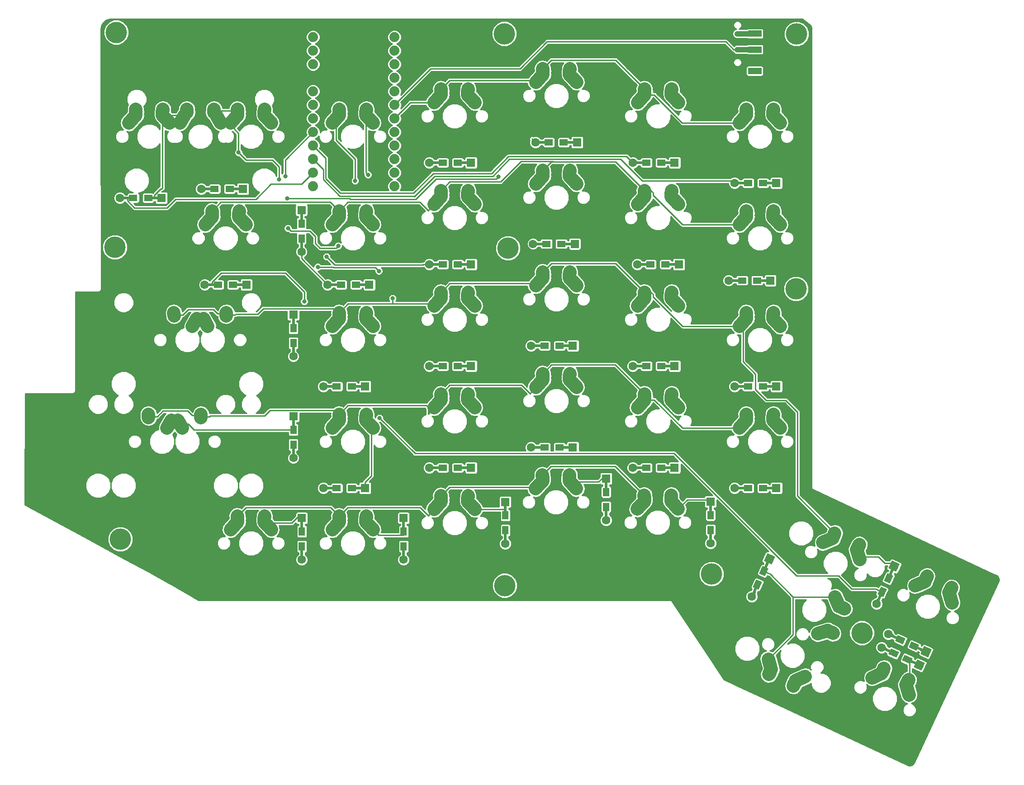
<source format=gbr>
G04 #@! TF.GenerationSoftware,KiCad,Pcbnew,(5.0.2)-1*
G04 #@! TF.CreationDate,2020-01-16T19:10:28+05:30*
G04 #@! TF.ProjectId,ergocape,6572676f-6361-4706-952e-6b696361645f,rev?*
G04 #@! TF.SameCoordinates,Original*
G04 #@! TF.FileFunction,Copper,L1,Top*
G04 #@! TF.FilePolarity,Positive*
%FSLAX46Y46*%
G04 Gerber Fmt 4.6, Leading zero omitted, Abs format (unit mm)*
G04 Created by KiCad (PCBNEW (5.0.2)-1) date 1/16/2020 7:10:28 PM*
%MOMM*%
%LPD*%
G01*
G04 APERTURE LIST*
G04 #@! TA.AperFunction,Conductor*
%ADD10R,2.900000X0.500000*%
G04 #@! TD*
G04 #@! TA.AperFunction,ComponentPad*
%ADD11R,1.600000X1.600000*%
G04 #@! TD*
G04 #@! TA.AperFunction,ComponentPad*
%ADD12C,1.600000*%
G04 #@! TD*
G04 #@! TA.AperFunction,SMDPad,CuDef*
%ADD13R,1.600000X1.200000*%
G04 #@! TD*
G04 #@! TA.AperFunction,ComponentPad*
%ADD14C,4.000000*%
G04 #@! TD*
G04 #@! TA.AperFunction,ComponentPad*
%ADD15C,1.879600*%
G04 #@! TD*
G04 #@! TA.AperFunction,SMDPad,CuDef*
%ADD16C,2.500000*%
G04 #@! TD*
G04 #@! TA.AperFunction,Conductor*
%ADD17C,2.500000*%
G04 #@! TD*
G04 #@! TA.AperFunction,ComponentPad*
%ADD18C,2.000000*%
G04 #@! TD*
G04 #@! TA.AperFunction,Conductor*
%ADD19R,0.500000X2.900000*%
G04 #@! TD*
G04 #@! TA.AperFunction,SMDPad,CuDef*
%ADD20R,1.200000X1.600000*%
G04 #@! TD*
G04 #@! TA.AperFunction,Conductor*
%ADD21C,0.500000*%
G04 #@! TD*
G04 #@! TA.AperFunction,Conductor*
%ADD22C,0.100000*%
G04 #@! TD*
G04 #@! TA.AperFunction,SMDPad,CuDef*
%ADD23C,1.200000*%
G04 #@! TD*
G04 #@! TA.AperFunction,ComponentPad*
%ADD24C,2.500000*%
G04 #@! TD*
G04 #@! TA.AperFunction,SMDPad,CuDef*
%ADD25R,2.500000X1.200000*%
G04 #@! TD*
G04 #@! TA.AperFunction,ViaPad*
%ADD26C,0.800000*%
G04 #@! TD*
G04 #@! TA.AperFunction,Conductor*
%ADD27C,1.016000*%
G04 #@! TD*
G04 #@! TA.AperFunction,Conductor*
%ADD28C,0.250000*%
G04 #@! TD*
G04 #@! TA.AperFunction,Conductor*
%ADD29C,0.254000*%
G04 #@! TD*
G04 APERTURE END LIST*
D10*
G04 #@! TO.N,Net-(D_3-Pad1)*
G04 #@! TO.C,D_3*
X124738000Y-40798800D03*
G04 #@! TO.N,/COL4*
X119738000Y-40798800D03*
D11*
G04 #@! TD*
G04 #@! TO.P,D_3,1*
G04 #@! TO.N,Net-(D_3-Pad1)*
X126138000Y-40798800D03*
D12*
G04 #@! TO.P,D_3,2*
G04 #@! TO.N,/COL4*
X118338000Y-40798800D03*
D13*
X120838000Y-40798800D03*
G04 #@! TO.P,D_3,1*
G04 #@! TO.N,Net-(D_3-Pad1)*
X123638000Y-40798800D03*
G04 #@! TD*
D14*
G04 #@! TO.P,H10,1*
G04 #@! TO.N,N/C*
X39624000Y-60452000D03*
G04 #@! TD*
D15*
G04 #@! TO.P,M1,24*
G04 #@! TO.N,Net-(M1-Pad24)*
X76708000Y-21082000D03*
G04 #@! TO.P,M1,23*
G04 #@! TO.N,GND*
X76708000Y-23622000D03*
G04 #@! TO.P,M1,22*
G04 #@! TO.N,Net-(M1-Pad22)*
X76708000Y-26162000D03*
G04 #@! TO.P,M1,21*
G04 #@! TO.N,VCC*
X76708000Y-28702000D03*
G04 #@! TO.P,M1,20*
G04 #@! TO.N,/COL1*
X76708000Y-31242000D03*
G04 #@! TO.P,M1,19*
G04 #@! TO.N,/COL2*
X76708000Y-33782000D03*
G04 #@! TO.P,M1,18*
G04 #@! TO.N,/COL3*
X76708000Y-36322000D03*
G04 #@! TO.P,M1,17*
G04 #@! TO.N,/COL4*
X76708000Y-38862000D03*
G04 #@! TO.P,M1,16*
G04 #@! TO.N,/COL5*
X76708000Y-41402000D03*
G04 #@! TO.P,M1,15*
G04 #@! TO.N,/COL6*
X76708000Y-43942000D03*
G04 #@! TO.P,M1,14*
G04 #@! TO.N,/COL7*
X76708000Y-46482000D03*
G04 #@! TO.P,M1,13*
G04 #@! TO.N,Net-(M1-Pad13)*
X76708000Y-49022000D03*
G04 #@! TO.P,M1,12*
G04 #@! TO.N,Net-(M1-Pad12)*
X91948000Y-49022000D03*
G04 #@! TO.P,M1,11*
G04 #@! TO.N,/ROW5*
X91948000Y-46482000D03*
G04 #@! TO.P,M1,10*
G04 #@! TO.N,/ROW4*
X91948000Y-43942000D03*
G04 #@! TO.P,M1,9*
G04 #@! TO.N,/ROW3*
X91948000Y-41402000D03*
G04 #@! TO.P,M1,8*
G04 #@! TO.N,/ROW2*
X91948000Y-38862000D03*
G04 #@! TO.P,M1,7*
G04 #@! TO.N,/ROW1*
X91948000Y-36322000D03*
G04 #@! TO.P,M1,6*
G04 #@! TO.N,/SERIAL*
X91948000Y-33782000D03*
G04 #@! TO.P,M1,5*
G04 #@! TO.N,Net-(M1-Pad5)*
X91948000Y-31242000D03*
G04 #@! TO.P,M1,4*
G04 #@! TO.N,GND*
X91948000Y-28702000D03*
G04 #@! TO.P,M1,3*
X91948000Y-26162000D03*
G04 #@! TO.P,M1,2*
G04 #@! TO.N,Net-(M1-Pad2)*
X91948000Y-23622000D03*
G04 #@! TO.P,M1,1*
G04 #@! TO.N,Net-(M1-Pad1)*
X91948000Y-21082000D03*
G04 #@! TD*
D16*
G04 #@! TO.P,K_1,1*
G04 #@! TO.N,Net-(D_1-Pad1)*
X87292500Y-36417500D03*
D17*
G04 #@! TD*
G04 #@! TO.N,Net-(D_1-Pad1)*
G04 #@! TO.C,K_1*
X87947495Y-37147504D02*
X86637505Y-35687496D01*
D16*
G04 #@! TO.P,K_1,2*
G04 #@! TO.N,/ROW1*
X81617500Y-34897500D03*
D17*
G04 #@! TD*
G04 #@! TO.N,/ROW1*
G04 #@! TO.C,K_1*
X81597501Y-34607500D02*
X81637499Y-35187500D01*
D16*
G04 #@! TO.P,K_1,2*
G04 #@! TO.N,/ROW1*
X80982500Y-36417500D03*
D17*
G04 #@! TD*
G04 #@! TO.N,/ROW1*
G04 #@! TO.C,K_1*
X80327505Y-37147504D02*
X81637495Y-35687496D01*
D18*
G04 #@! TO.P,K_1,2*
G04 #@! TO.N,/ROW1*
X81597500Y-34607500D03*
X81637500Y-35187500D03*
G04 #@! TO.P,K_1,1*
G04 #@! TO.N,Net-(D_1-Pad1)*
X87947500Y-37147500D03*
X86637500Y-35687500D03*
G04 #@! TO.P,K_1,2*
G04 #@! TO.N,/ROW1*
X80327500Y-37147500D03*
X81637500Y-35687500D03*
G04 #@! TO.P,K_1,1*
G04 #@! TO.N,Net-(D_1-Pad1)*
X86677500Y-34607500D03*
X86637500Y-35187500D03*
D16*
X86657500Y-34897500D03*
D17*
G04 #@! TD*
G04 #@! TO.N,Net-(D_1-Pad1)*
G04 #@! TO.C,K_1*
X86677499Y-34607500D02*
X86637501Y-35187500D01*
D16*
G04 #@! TO.P,K_TAB1,2*
G04 #@! TO.N,/ROW2*
X57805000Y-53947500D03*
D17*
G04 #@! TD*
G04 #@! TO.N,/ROW2*
G04 #@! TO.C,K_TAB1*
X57824999Y-54237500D02*
X57785001Y-53657500D01*
D18*
G04 #@! TO.P,K_TAB1,1*
G04 #@! TO.N,Net-(D_tAB1-Pad1)*
X62865000Y-53657500D03*
X62825000Y-54237500D03*
D16*
X62845000Y-53947500D03*
D17*
G04 #@! TD*
G04 #@! TO.N,Net-(D_tAB1-Pad1)*
G04 #@! TO.C,K_TAB1*
X62825001Y-54237500D02*
X62864999Y-53657500D01*
D18*
G04 #@! TO.P,K_TAB1,2*
G04 #@! TO.N,/ROW2*
X56515000Y-56197500D03*
X57825000Y-54737500D03*
D16*
G04 #@! TO.P,K_TAB1,1*
G04 #@! TO.N,Net-(D_tAB1-Pad1)*
X63480000Y-55467500D03*
D17*
G04 #@! TD*
G04 #@! TO.N,Net-(D_tAB1-Pad1)*
G04 #@! TO.C,K_TAB1*
X62825005Y-54737496D02*
X64134995Y-56197504D01*
D16*
G04 #@! TO.P,K_TAB1,2*
G04 #@! TO.N,/ROW2*
X57170000Y-55467500D03*
D17*
G04 #@! TD*
G04 #@! TO.N,/ROW2*
G04 #@! TO.C,K_TAB1*
X57824995Y-54737496D02*
X56515005Y-56197504D01*
D18*
G04 #@! TO.P,K_TAB1,1*
G04 #@! TO.N,Net-(D_tAB1-Pad1)*
X64135000Y-56197500D03*
X62825000Y-54737500D03*
G04 #@! TO.P,K_TAB1,2*
G04 #@! TO.N,/ROW2*
X57785000Y-53657500D03*
X57825000Y-54237500D03*
G04 #@! TD*
D16*
G04 #@! TO.P,K_TH_1U_2,1*
G04 #@! TO.N,Net-(D_TH1_2-Pad1)*
X187990363Y-143377734D03*
D17*
G04 #@! TD*
G04 #@! TO.N,Net-(D_TH1_2-Pad1)*
G04 #@! TO.C,K_TH_1U_2*
X188275477Y-144316156D02*
X187705249Y-142439312D01*
D16*
G04 #@! TO.P,K_TH_1U_2,2*
G04 #@! TO.N,/ROW5*
X183489446Y-139601788D03*
D17*
G04 #@! TD*
G04 #@! TO.N,/ROW5*
G04 #@! TO.C,K_TH_1U_2*
X183593880Y-139330507D02*
X183385012Y-139873069D01*
D16*
G04 #@! TO.P,K_TH_1U_2,2*
G04 #@! TO.N,/ROW5*
X182271561Y-140711013D03*
D17*
G04 #@! TD*
G04 #@! TO.N,/ROW5*
G04 #@! TO.C,K_TH_1U_2*
X181369420Y-141095809D02*
X183173702Y-140326217D01*
D18*
G04 #@! TO.P,K_TH_1U_2,2*
G04 #@! TO.N,/ROW5*
X183593879Y-139330506D03*
X183385013Y-139873069D03*
G04 #@! TO.P,K_TH_1U_2,1*
G04 #@! TO.N,Net-(D_TH1_2-Pad1)*
X188275483Y-144316154D03*
X187705243Y-142439315D03*
G04 #@! TO.P,K_TH_1U_2,2*
G04 #@! TO.N,/ROW5*
X181369418Y-141095803D03*
X183173704Y-140326223D03*
G04 #@! TO.P,K_TH_1U_2,1*
G04 #@! TO.N,Net-(D_TH1_2-Pad1)*
X188197923Y-141477407D03*
X187916552Y-141986161D03*
D16*
X188057237Y-141731784D03*
D17*
G04 #@! TD*
G04 #@! TO.N,Net-(D_TH1_2-Pad1)*
G04 #@! TO.C,K_TH_1U_2*
X188197922Y-141477407D02*
X187916552Y-141986161D01*
D19*
G04 #@! TO.N,Net-(D_1-Pad1)*
G04 #@! TO.C,D_1*
X74549000Y-54904000D03*
G04 #@! TO.N,/COL2*
X74549000Y-59904000D03*
D11*
G04 #@! TD*
G04 #@! TO.P,D_1,1*
G04 #@! TO.N,Net-(D_1-Pad1)*
X74549000Y-53504000D03*
D12*
G04 #@! TO.P,D_1,2*
G04 #@! TO.N,/COL2*
X74549000Y-61304000D03*
D20*
X74549000Y-58804000D03*
G04 #@! TO.P,D_1,1*
G04 #@! TO.N,Net-(D_1-Pad1)*
X74549000Y-56004000D03*
G04 #@! TD*
D10*
G04 #@! TO.N,Net-(D_2-Pad1)*
G04 #@! TO.C,D_2*
X104894000Y-44608800D03*
G04 #@! TO.N,/COL3*
X99894000Y-44608800D03*
D11*
G04 #@! TD*
G04 #@! TO.P,D_2,1*
G04 #@! TO.N,Net-(D_2-Pad1)*
X106294000Y-44608800D03*
D12*
G04 #@! TO.P,D_2,2*
G04 #@! TO.N,/COL3*
X98494000Y-44608800D03*
D13*
X100994000Y-44608800D03*
G04 #@! TO.P,D_2,1*
G04 #@! TO.N,Net-(D_2-Pad1)*
X103794000Y-44608800D03*
G04 #@! TD*
D10*
G04 #@! TO.N,Net-(D_4-Pad1)*
G04 #@! TO.C,D_4*
X142994000Y-44608800D03*
G04 #@! TO.N,/COL5*
X137994000Y-44608800D03*
D11*
G04 #@! TD*
G04 #@! TO.P,D_4,1*
G04 #@! TO.N,Net-(D_4-Pad1)*
X144394000Y-44608800D03*
D12*
G04 #@! TO.P,D_4,2*
G04 #@! TO.N,/COL5*
X136594000Y-44608800D03*
D13*
X139094000Y-44608800D03*
G04 #@! TO.P,D_4,1*
G04 #@! TO.N,Net-(D_4-Pad1)*
X141894000Y-44608800D03*
G04 #@! TD*
D10*
G04 #@! TO.N,Net-(D_5-Pad1)*
G04 #@! TO.C,D_5*
X162044000Y-48418800D03*
G04 #@! TO.N,/COL6*
X157044000Y-48418800D03*
D11*
G04 #@! TD*
G04 #@! TO.P,D_5,1*
G04 #@! TO.N,Net-(D_5-Pad1)*
X163444000Y-48418800D03*
D12*
G04 #@! TO.P,D_5,2*
G04 #@! TO.N,/COL6*
X155644000Y-48418800D03*
D13*
X158144000Y-48418800D03*
G04 #@! TO.P,D_5,1*
G04 #@! TO.N,Net-(D_5-Pad1)*
X160944000Y-48418800D03*
G04 #@! TD*
D19*
G04 #@! TO.N,Net-(D_ALT1-Pad1)*
G04 #@! TO.C,D_ALT1*
X93662500Y-112594000D03*
G04 #@! TO.N,/COL2*
X93662500Y-117594000D03*
D11*
G04 #@! TD*
G04 #@! TO.P,D_ALT1,1*
G04 #@! TO.N,Net-(D_ALT1-Pad1)*
X93662500Y-111194000D03*
D12*
G04 #@! TO.P,D_ALT1,2*
G04 #@! TO.N,/COL2*
X93662500Y-118994000D03*
D20*
X93662500Y-116494000D03*
G04 #@! TO.P,D_ALT1,1*
G04 #@! TO.N,Net-(D_ALT1-Pad1)*
X93662500Y-113694000D03*
G04 #@! TD*
D19*
G04 #@! TO.N,Net-(D_bot_1U_2-Pad1)*
G04 #@! TO.C,D_bot_1U_2*
X151130000Y-109514000D03*
G04 #@! TO.N,/COL5*
X151130000Y-114514000D03*
D11*
G04 #@! TD*
G04 #@! TO.P,D_bot_1U_2,1*
G04 #@! TO.N,Net-(D_bot_1U_2-Pad1)*
X151130000Y-108114000D03*
D12*
G04 #@! TO.P,D_bot_1U_2,2*
G04 #@! TO.N,/COL5*
X151130000Y-115914000D03*
D20*
X151130000Y-113414000D03*
G04 #@! TO.P,D_bot_1U_2,1*
G04 #@! TO.N,Net-(D_bot_1U_2-Pad1)*
X151130000Y-110614000D03*
G04 #@! TD*
D19*
G04 #@! TO.N,Net-(D_Bpt_1U_1-Pad1)*
G04 #@! TO.C,D_Bpt_1U_1*
X131572000Y-105196000D03*
G04 #@! TO.N,/COL4*
X131572000Y-110196000D03*
D11*
G04 #@! TD*
G04 #@! TO.P,D_Bpt_1U_1,1*
G04 #@! TO.N,Net-(D_Bpt_1U_1-Pad1)*
X131572000Y-103796000D03*
D12*
G04 #@! TO.P,D_Bpt_1U_1,2*
G04 #@! TO.N,/COL4*
X131572000Y-111596000D03*
D20*
X131572000Y-109096000D03*
G04 #@! TO.P,D_Bpt_1U_1,1*
G04 #@! TO.N,Net-(D_Bpt_1U_1-Pad1)*
X131572000Y-106296000D03*
G04 #@! TD*
D19*
G04 #@! TO.N,Net-(D_CAP1-Pad1)*
G04 #@! TO.C,D_CAP1*
X73025000Y-74493800D03*
G04 #@! TO.N,/COL1*
X73025000Y-79493800D03*
D11*
G04 #@! TD*
G04 #@! TO.P,D_CAP1,1*
G04 #@! TO.N,Net-(D_CAP1-Pad1)*
X73025000Y-73093800D03*
D12*
G04 #@! TO.P,D_CAP1,2*
G04 #@! TO.N,/COL1*
X73025000Y-80893800D03*
D20*
X73025000Y-78393800D03*
G04 #@! TO.P,D_CAP1,1*
G04 #@! TO.N,Net-(D_CAP1-Pad1)*
X73025000Y-75593800D03*
G04 #@! TD*
D19*
G04 #@! TO.N,Net-(D_CTRL1-Pad1)*
G04 #@! TO.C,D_CTRL1*
X74612500Y-112594000D03*
G04 #@! TO.N,/COL1*
X74612500Y-117594000D03*
D11*
G04 #@! TD*
G04 #@! TO.P,D_CTRL1,1*
G04 #@! TO.N,Net-(D_CTRL1-Pad1)*
X74612500Y-111194000D03*
D12*
G04 #@! TO.P,D_CTRL1,2*
G04 #@! TO.N,/COL1*
X74612500Y-118994000D03*
D20*
X74612500Y-116494000D03*
G04 #@! TO.P,D_CTRL1,1*
G04 #@! TO.N,Net-(D_CTRL1-Pad1)*
X74612500Y-113694000D03*
G04 #@! TD*
D10*
G04 #@! TO.N,Net-(D_D1-Pad1)*
G04 #@! TO.C,D_D1*
X123944000Y-78898800D03*
G04 #@! TO.N,/COL4*
X118944000Y-78898800D03*
D11*
G04 #@! TD*
G04 #@! TO.P,D_D1,1*
G04 #@! TO.N,Net-(D_D1-Pad1)*
X125344000Y-78898800D03*
D12*
G04 #@! TO.P,D_D1,2*
G04 #@! TO.N,/COL4*
X117544000Y-78898800D03*
D13*
X120044000Y-78898800D03*
G04 #@! TO.P,D_D1,1*
G04 #@! TO.N,Net-(D_D1-Pad1)*
X122844000Y-78898800D03*
G04 #@! TD*
D10*
G04 #@! TO.N,Net-(D_ESC1-Pad1)*
G04 #@! TO.C,D_ESC1*
X62190000Y-49530000D03*
G04 #@! TO.N,/COL1*
X57190000Y-49530000D03*
D11*
G04 #@! TD*
G04 #@! TO.P,D_ESC1,1*
G04 #@! TO.N,Net-(D_ESC1-Pad1)*
X63590000Y-49530000D03*
D12*
G04 #@! TO.P,D_ESC1,2*
G04 #@! TO.N,/COL1*
X55790000Y-49530000D03*
D13*
X58290000Y-49530000D03*
G04 #@! TO.P,D_ESC1,1*
G04 #@! TO.N,Net-(D_ESC1-Pad1)*
X61090000Y-49530000D03*
G04 #@! TD*
D19*
G04 #@! TO.N,Net-(D_SHIFT_1-Pad1)*
G04 #@! TO.C,D_SHIFT_1*
X73025000Y-93543800D03*
G04 #@! TO.N,/COL1*
X73025000Y-98543800D03*
D11*
G04 #@! TD*
G04 #@! TO.P,D_SHIFT_1,1*
G04 #@! TO.N,Net-(D_SHIFT_1-Pad1)*
X73025000Y-92143800D03*
D12*
G04 #@! TO.P,D_SHIFT_1,2*
G04 #@! TO.N,/COL1*
X73025000Y-99943800D03*
D20*
X73025000Y-97443800D03*
G04 #@! TO.P,D_SHIFT_1,1*
G04 #@! TO.N,Net-(D_SHIFT_1-Pad1)*
X73025000Y-94643800D03*
G04 #@! TD*
D10*
G04 #@! TO.N,Net-(D_tAB1-Pad1)*
G04 #@! TO.C,D_tAB1*
X62825000Y-67468800D03*
G04 #@! TO.N,/COL1*
X57825000Y-67468800D03*
D11*
G04 #@! TD*
G04 #@! TO.P,D_tAB1,1*
G04 #@! TO.N,Net-(D_tAB1-Pad1)*
X64225000Y-67468800D03*
D12*
G04 #@! TO.P,D_tAB1,2*
G04 #@! TO.N,/COL1*
X56425000Y-67468800D03*
D13*
X58925000Y-67468800D03*
G04 #@! TO.P,D_tAB1,1*
G04 #@! TO.N,Net-(D_tAB1-Pad1)*
X61725000Y-67468800D03*
G04 #@! TD*
D21*
G04 #@! TO.N,Net-(D_TH1_1-Pad1)*
G04 #@! TO.C,D_TH1_1*
X190200769Y-135632546D03*
D22*
G36*
X188780968Y-135246326D02*
X188992277Y-134793173D01*
X191620570Y-136018766D01*
X191409261Y-136471919D01*
X188780968Y-135246326D01*
X188780968Y-135246326D01*
G37*
D21*
G04 #@! TO.N,/COL7*
X185669231Y-133519454D03*
D22*
G36*
X184249430Y-133133234D02*
X184460739Y-132680081D01*
X187089032Y-133905674D01*
X186877723Y-134358827D01*
X184249430Y-133133234D01*
X184249430Y-133133234D01*
G37*
D12*
G04 #@! TD*
G04 #@! TO.P,D_TH1_1,1*
G04 #@! TO.N,Net-(D_TH1_1-Pad1)*
X191469600Y-136224211D03*
D22*
G04 #@! TO.N,Net-(D_TH1_1-Pad1)*
G04 #@! TO.C,D_TH1_1*
G36*
X190406459Y-136611163D02*
X191082648Y-135161070D01*
X192532741Y-135837259D01*
X191856552Y-137287352D01*
X190406459Y-136611163D01*
X190406459Y-136611163D01*
G37*
D12*
G04 #@! TD*
G04 #@! TO.P,D_TH1_1,2*
G04 #@! TO.N,/COL7*
X184400400Y-132927789D03*
D23*
G04 #@! TO.P,D_TH1_1,2*
G04 #@! TO.N,/COL7*
X186666169Y-133984334D03*
D22*
G04 #@! TD*
G04 #@! TO.N,/COL7*
G04 #@! TO.C,D_TH1_1*
G36*
X185687552Y-134190024D02*
X186194694Y-133102455D01*
X187644786Y-133778644D01*
X187137644Y-134866213D01*
X185687552Y-134190024D01*
X185687552Y-134190024D01*
G37*
D23*
G04 #@! TO.P,D_TH1_1,1*
G04 #@! TO.N,Net-(D_TH1_1-Pad1)*
X189203831Y-135167666D03*
D22*
G04 #@! TD*
G04 #@! TO.N,Net-(D_TH1_1-Pad1)*
G04 #@! TO.C,D_TH1_1*
G36*
X188225214Y-135373356D02*
X188732356Y-134285787D01*
X190182448Y-134961976D01*
X189675306Y-136049545D01*
X188225214Y-135373356D01*
X188225214Y-135373356D01*
G37*
D21*
G04 #@! TO.N,Net-(D_TH1_2-Pad1)*
G04 #@! TO.C,D_TH1_2*
X188950769Y-138131546D03*
D22*
G36*
X187530968Y-137745326D02*
X187742277Y-137292173D01*
X190370570Y-138517766D01*
X190159261Y-138970919D01*
X187530968Y-137745326D01*
X187530968Y-137745326D01*
G37*
D21*
G04 #@! TO.N,/COL7*
X184419231Y-136018454D03*
D22*
G36*
X182999430Y-135632234D02*
X183210739Y-135179081D01*
X185839032Y-136404674D01*
X185627723Y-136857827D01*
X182999430Y-135632234D01*
X182999430Y-135632234D01*
G37*
D12*
G04 #@! TD*
G04 #@! TO.P,D_TH1_2,1*
G04 #@! TO.N,Net-(D_TH1_2-Pad1)*
X190219600Y-138723211D03*
D22*
G04 #@! TO.N,Net-(D_TH1_2-Pad1)*
G04 #@! TO.C,D_TH1_2*
G36*
X189156459Y-139110163D02*
X189832648Y-137660070D01*
X191282741Y-138336259D01*
X190606552Y-139786352D01*
X189156459Y-139110163D01*
X189156459Y-139110163D01*
G37*
D12*
G04 #@! TD*
G04 #@! TO.P,D_TH1_2,2*
G04 #@! TO.N,/COL7*
X183150400Y-135426789D03*
D23*
G04 #@! TO.P,D_TH1_2,2*
G04 #@! TO.N,/COL7*
X185416169Y-136483334D03*
D22*
G04 #@! TD*
G04 #@! TO.N,/COL7*
G04 #@! TO.C,D_TH1_2*
G36*
X184437552Y-136689024D02*
X184944694Y-135601455D01*
X186394786Y-136277644D01*
X185887644Y-137365213D01*
X184437552Y-136689024D01*
X184437552Y-136689024D01*
G37*
D23*
G04 #@! TO.P,D_TH1_2,1*
G04 #@! TO.N,Net-(D_TH1_2-Pad1)*
X187953831Y-137666666D03*
D22*
G04 #@! TD*
G04 #@! TO.N,Net-(D_TH1_2-Pad1)*
G04 #@! TO.C,D_TH1_2*
G36*
X186975214Y-137872356D02*
X187482356Y-136784787D01*
X188932448Y-137460976D01*
X188425306Y-138548545D01*
X186975214Y-137872356D01*
X186975214Y-137872356D01*
G37*
D21*
G04 #@! TO.N,Net-(D_th_2U1-Pad1)*
G04 #@! TO.C,D_th_2U1*
X161559546Y-120118231D03*
D22*
G36*
X161173326Y-121538032D02*
X160720173Y-121326723D01*
X161945766Y-118698430D01*
X162398919Y-118909739D01*
X161173326Y-121538032D01*
X161173326Y-121538032D01*
G37*
D21*
G04 #@! TO.N,/COL6*
X159446454Y-124649769D03*
D22*
G36*
X159060234Y-126069570D02*
X158607081Y-125858261D01*
X159832674Y-123229968D01*
X160285827Y-123441277D01*
X159060234Y-126069570D01*
X159060234Y-126069570D01*
G37*
D12*
G04 #@! TD*
G04 #@! TO.P,D_th_2U1,1*
G04 #@! TO.N,Net-(D_th_2U1-Pad1)*
X162151211Y-118849400D03*
D22*
G04 #@! TO.N,Net-(D_th_2U1-Pad1)*
G04 #@! TO.C,D_th_2U1*
G36*
X162538163Y-119912541D02*
X161088070Y-119236352D01*
X161764259Y-117786259D01*
X163214352Y-118462448D01*
X162538163Y-119912541D01*
X162538163Y-119912541D01*
G37*
D12*
G04 #@! TD*
G04 #@! TO.P,D_th_2U1,2*
G04 #@! TO.N,/COL6*
X158854789Y-125918600D03*
D23*
G04 #@! TO.P,D_th_2U1,2*
G04 #@! TO.N,/COL6*
X159911334Y-123652831D03*
D22*
G04 #@! TD*
G04 #@! TO.N,/COL6*
G04 #@! TO.C,D_th_2U1*
G36*
X160117024Y-124631448D02*
X159029455Y-124124306D01*
X159705644Y-122674214D01*
X160793213Y-123181356D01*
X160117024Y-124631448D01*
X160117024Y-124631448D01*
G37*
D23*
G04 #@! TO.P,D_th_2U1,1*
G04 #@! TO.N,Net-(D_th_2U1-Pad1)*
X161094666Y-121115169D03*
D22*
G04 #@! TD*
G04 #@! TO.N,Net-(D_th_2U1-Pad1)*
G04 #@! TO.C,D_th_2U1*
G36*
X161300356Y-122093786D02*
X160212787Y-121586644D01*
X160888976Y-120136552D01*
X161976545Y-120643694D01*
X161300356Y-122093786D01*
X161300356Y-122093786D01*
G37*
D19*
G04 #@! TO.N,Net-(D_WIN1-Pad1)*
G04 #@! TO.C,D_WIN1*
X112712000Y-109578000D03*
G04 #@! TO.N,/COL3*
X112712000Y-114578000D03*
D11*
G04 #@! TD*
G04 #@! TO.P,D_WIN1,1*
G04 #@! TO.N,Net-(D_WIN1-Pad1)*
X112712000Y-108178000D03*
D12*
G04 #@! TO.P,D_WIN1,2*
G04 #@! TO.N,/COL3*
X112712000Y-115978000D03*
D20*
X112712000Y-113478000D03*
G04 #@! TO.P,D_WIN1,1*
G04 #@! TO.N,Net-(D_WIN1-Pad1)*
X112712000Y-110678000D03*
G04 #@! TD*
D10*
G04 #@! TO.N,Net-(DA1-Pad1)*
G04 #@! TO.C,DA1*
X85050000Y-86518800D03*
G04 #@! TO.N,/COL2*
X80050000Y-86518800D03*
D11*
G04 #@! TD*
G04 #@! TO.P,DA1,1*
G04 #@! TO.N,Net-(DA1-Pad1)*
X86450000Y-86518800D03*
D12*
G04 #@! TO.P,DA1,2*
G04 #@! TO.N,/COL2*
X78650000Y-86518800D03*
D13*
X81150000Y-86518800D03*
G04 #@! TO.P,DA1,1*
G04 #@! TO.N,Net-(DA1-Pad1)*
X83950000Y-86518800D03*
G04 #@! TD*
D10*
G04 #@! TO.N,Net-(DB1-Pad1)*
G04 #@! TO.C,DB1*
X162044000Y-105569000D03*
G04 #@! TO.N,/COL6*
X157044000Y-105569000D03*
D11*
G04 #@! TD*
G04 #@! TO.P,DB1,1*
G04 #@! TO.N,Net-(DB1-Pad1)*
X163444000Y-105569000D03*
D12*
G04 #@! TO.P,DB1,2*
G04 #@! TO.N,/COL6*
X155644000Y-105569000D03*
D13*
X158144000Y-105569000D03*
G04 #@! TO.P,DB1,1*
G04 #@! TO.N,Net-(DB1-Pad1)*
X160944000Y-105569000D03*
G04 #@! TD*
D10*
G04 #@! TO.N,Net-(DC1-Pad1)*
G04 #@! TO.C,DC1*
X123944000Y-97948800D03*
G04 #@! TO.N,/COL4*
X118944000Y-97948800D03*
D11*
G04 #@! TD*
G04 #@! TO.P,DC1,1*
G04 #@! TO.N,Net-(DC1-Pad1)*
X125344000Y-97948800D03*
D12*
G04 #@! TO.P,DC1,2*
G04 #@! TO.N,/COL4*
X117544000Y-97948800D03*
D13*
X120044000Y-97948800D03*
G04 #@! TO.P,DC1,1*
G04 #@! TO.N,Net-(DC1-Pad1)*
X122844000Y-97948800D03*
G04 #@! TD*
D10*
G04 #@! TO.N,Net-(DE1-Pad1)*
G04 #@! TO.C,DE1*
X124293000Y-59817000D03*
G04 #@! TO.N,/COL4*
X119293000Y-59817000D03*
D11*
G04 #@! TD*
G04 #@! TO.P,DE1,1*
G04 #@! TO.N,Net-(DE1-Pad1)*
X125693000Y-59817000D03*
D12*
G04 #@! TO.P,DE1,2*
G04 #@! TO.N,/COL4*
X117893000Y-59817000D03*
D13*
X120393000Y-59817000D03*
G04 #@! TO.P,DE1,1*
G04 #@! TO.N,Net-(DE1-Pad1)*
X123193000Y-59817000D03*
G04 #@! TD*
D10*
G04 #@! TO.N,Net-(DF1-Pad1)*
G04 #@! TO.C,DF1*
X142994000Y-82708800D03*
G04 #@! TO.N,/COL5*
X137994000Y-82708800D03*
D11*
G04 #@! TD*
G04 #@! TO.P,DF1,1*
G04 #@! TO.N,Net-(DF1-Pad1)*
X144394000Y-82708800D03*
D12*
G04 #@! TO.P,DF1,2*
G04 #@! TO.N,/COL5*
X136594000Y-82708800D03*
D13*
X139094000Y-82708800D03*
G04 #@! TO.P,DF1,1*
G04 #@! TO.N,Net-(DF1-Pad1)*
X141894000Y-82708800D03*
G04 #@! TD*
D10*
G04 #@! TO.N,Net-(DG1-Pad1)*
G04 #@! TO.C,DG1*
X162044000Y-86518800D03*
G04 #@! TO.N,/COL6*
X157044000Y-86518800D03*
D11*
G04 #@! TD*
G04 #@! TO.P,DG1,1*
G04 #@! TO.N,Net-(DG1-Pad1)*
X163444000Y-86518800D03*
D12*
G04 #@! TO.P,DG1,2*
G04 #@! TO.N,/COL6*
X155644000Y-86518800D03*
D13*
X158144000Y-86518800D03*
G04 #@! TO.P,DG1,1*
G04 #@! TO.N,Net-(DG1-Pad1)*
X160944000Y-86518800D03*
G04 #@! TD*
D10*
G04 #@! TO.N,Net-(DQ1-Pad1)*
G04 #@! TO.C,DQ1*
X85843800Y-67468800D03*
G04 #@! TO.N,/COL2*
X80843800Y-67468800D03*
D11*
G04 #@! TD*
G04 #@! TO.P,DQ1,1*
G04 #@! TO.N,Net-(DQ1-Pad1)*
X87243800Y-67468800D03*
D12*
G04 #@! TO.P,DQ1,2*
G04 #@! TO.N,/COL2*
X79443800Y-67468800D03*
D13*
X81943800Y-67468800D03*
G04 #@! TO.P,DQ1,1*
G04 #@! TO.N,Net-(DQ1-Pad1)*
X84743800Y-67468800D03*
G04 #@! TD*
D10*
G04 #@! TO.N,Net-(DR1-Pad1)*
G04 #@! TO.C,DR1*
X143788000Y-63658800D03*
G04 #@! TO.N,/COL5*
X138788000Y-63658800D03*
D11*
G04 #@! TD*
G04 #@! TO.P,DR1,1*
G04 #@! TO.N,Net-(DR1-Pad1)*
X145188000Y-63658800D03*
D12*
G04 #@! TO.P,DR1,2*
G04 #@! TO.N,/COL5*
X137388000Y-63658800D03*
D13*
X139888000Y-63658800D03*
G04 #@! TO.P,DR1,1*
G04 #@! TO.N,Net-(DR1-Pad1)*
X142688000Y-63658800D03*
G04 #@! TD*
D10*
G04 #@! TO.N,Net-(DS1-Pad1)*
G04 #@! TO.C,DS1*
X104894000Y-82708800D03*
G04 #@! TO.N,/COL3*
X99894000Y-82708800D03*
D11*
G04 #@! TD*
G04 #@! TO.P,DS1,1*
G04 #@! TO.N,Net-(DS1-Pad1)*
X106294000Y-82708800D03*
D12*
G04 #@! TO.P,DS1,2*
G04 #@! TO.N,/COL3*
X98494000Y-82708800D03*
D13*
X100994000Y-82708800D03*
G04 #@! TO.P,DS1,1*
G04 #@! TO.N,Net-(DS1-Pad1)*
X103794000Y-82708800D03*
G04 #@! TD*
D10*
G04 #@! TO.N,Net-(DT1-Pad1)*
G04 #@! TO.C,DT1*
X160932000Y-66675000D03*
G04 #@! TO.N,/COL6*
X155932000Y-66675000D03*
D11*
G04 #@! TD*
G04 #@! TO.P,DT1,1*
G04 #@! TO.N,Net-(DT1-Pad1)*
X162332000Y-66675000D03*
D12*
G04 #@! TO.P,DT1,2*
G04 #@! TO.N,/COL6*
X154532000Y-66675000D03*
D13*
X157032000Y-66675000D03*
G04 #@! TO.P,DT1,1*
G04 #@! TO.N,Net-(DT1-Pad1)*
X159832000Y-66675000D03*
G04 #@! TD*
D10*
G04 #@! TO.N,Net-(DV1-Pad1)*
G04 #@! TO.C,DV1*
X142994000Y-101759000D03*
G04 #@! TO.N,/COL5*
X137994000Y-101759000D03*
D11*
G04 #@! TD*
G04 #@! TO.P,DV1,1*
G04 #@! TO.N,Net-(DV1-Pad1)*
X144394000Y-101759000D03*
D12*
G04 #@! TO.P,DV1,2*
G04 #@! TO.N,/COL5*
X136594000Y-101759000D03*
D13*
X139094000Y-101759000D03*
G04 #@! TO.P,DV1,1*
G04 #@! TO.N,Net-(DV1-Pad1)*
X141894000Y-101759000D03*
G04 #@! TD*
D10*
G04 #@! TO.N,Net-(DW1-Pad1)*
G04 #@! TO.C,DW1*
X104894000Y-63658800D03*
G04 #@! TO.N,/COL3*
X99894000Y-63658800D03*
D11*
G04 #@! TD*
G04 #@! TO.P,DW1,1*
G04 #@! TO.N,Net-(DW1-Pad1)*
X106294000Y-63658800D03*
D12*
G04 #@! TO.P,DW1,2*
G04 #@! TO.N,/COL3*
X98494000Y-63658800D03*
D13*
X100994000Y-63658800D03*
G04 #@! TO.P,DW1,1*
G04 #@! TO.N,Net-(DW1-Pad1)*
X103794000Y-63658800D03*
G04 #@! TD*
D10*
G04 #@! TO.N,Net-(DX1-Pad1)*
G04 #@! TO.C,DX1*
X104894000Y-101759000D03*
G04 #@! TO.N,/COL3*
X99894000Y-101759000D03*
D11*
G04 #@! TD*
G04 #@! TO.P,DX1,1*
G04 #@! TO.N,Net-(DX1-Pad1)*
X106294000Y-101759000D03*
D12*
G04 #@! TO.P,DX1,2*
G04 #@! TO.N,/COL3*
X98494000Y-101759000D03*
D13*
X100994000Y-101759000D03*
G04 #@! TO.P,DX1,1*
G04 #@! TO.N,Net-(DX1-Pad1)*
X103794000Y-101759000D03*
G04 #@! TD*
D10*
G04 #@! TO.N,Net-(DZ1-Pad1)*
G04 #@! TO.C,DZ1*
X85050000Y-105569000D03*
G04 #@! TO.N,/COL2*
X80050000Y-105569000D03*
D11*
G04 #@! TD*
G04 #@! TO.P,DZ1,1*
G04 #@! TO.N,Net-(DZ1-Pad1)*
X86450000Y-105569000D03*
D12*
G04 #@! TO.P,DZ1,2*
G04 #@! TO.N,/COL2*
X78650000Y-105569000D03*
D13*
X81150000Y-105569000D03*
G04 #@! TO.P,DZ1,1*
G04 #@! TO.N,Net-(DZ1-Pad1)*
X83950000Y-105569000D03*
G04 #@! TD*
D16*
G04 #@! TO.P,K_2,1*
G04 #@! TO.N,Net-(D_2-Pad1)*
X106343000Y-32607500D03*
D17*
G04 #@! TD*
G04 #@! TO.N,Net-(D_2-Pad1)*
G04 #@! TO.C,K_2*
X106997995Y-33337504D02*
X105688005Y-31877496D01*
D16*
G04 #@! TO.P,K_2,2*
G04 #@! TO.N,/ROW1*
X100668000Y-31087500D03*
D17*
G04 #@! TD*
G04 #@! TO.N,/ROW1*
G04 #@! TO.C,K_2*
X100648001Y-30797500D02*
X100687999Y-31377500D01*
D16*
G04 #@! TO.P,K_2,2*
G04 #@! TO.N,/ROW1*
X100033000Y-32607500D03*
D17*
G04 #@! TD*
G04 #@! TO.N,/ROW1*
G04 #@! TO.C,K_2*
X99378005Y-33337504D02*
X100687995Y-31877496D01*
D18*
G04 #@! TO.P,K_2,2*
G04 #@! TO.N,/ROW1*
X100648000Y-30797500D03*
X100688000Y-31377500D03*
G04 #@! TO.P,K_2,1*
G04 #@! TO.N,Net-(D_2-Pad1)*
X106998000Y-33337500D03*
X105688000Y-31877500D03*
G04 #@! TO.P,K_2,2*
G04 #@! TO.N,/ROW1*
X99378000Y-33337500D03*
X100688000Y-31877500D03*
G04 #@! TO.P,K_2,1*
G04 #@! TO.N,Net-(D_2-Pad1)*
X105728000Y-30797500D03*
X105688000Y-31377500D03*
D16*
X105708000Y-31087500D03*
D17*
G04 #@! TD*
G04 #@! TO.N,Net-(D_2-Pad1)*
G04 #@! TO.C,K_2*
X105727999Y-30797500D02*
X105688001Y-31377500D01*
D16*
G04 #@! TO.P,K_3,1*
G04 #@! TO.N,Net-(D_3-Pad1)*
X125393000Y-28797500D03*
D17*
G04 #@! TD*
G04 #@! TO.N,Net-(D_3-Pad1)*
G04 #@! TO.C,K_3*
X126047995Y-29527504D02*
X124738005Y-28067496D01*
D16*
G04 #@! TO.P,K_3,2*
G04 #@! TO.N,/ROW1*
X119718000Y-27277500D03*
D17*
G04 #@! TD*
G04 #@! TO.N,/ROW1*
G04 #@! TO.C,K_3*
X119698001Y-26987500D02*
X119737999Y-27567500D01*
D16*
G04 #@! TO.P,K_3,2*
G04 #@! TO.N,/ROW1*
X119083000Y-28797500D03*
D17*
G04 #@! TD*
G04 #@! TO.N,/ROW1*
G04 #@! TO.C,K_3*
X118428005Y-29527504D02*
X119737995Y-28067496D01*
D18*
G04 #@! TO.P,K_3,2*
G04 #@! TO.N,/ROW1*
X119698000Y-26987500D03*
X119738000Y-27567500D03*
G04 #@! TO.P,K_3,1*
G04 #@! TO.N,Net-(D_3-Pad1)*
X126048000Y-29527500D03*
X124738000Y-28067500D03*
G04 #@! TO.P,K_3,2*
G04 #@! TO.N,/ROW1*
X118428000Y-29527500D03*
X119738000Y-28067500D03*
G04 #@! TO.P,K_3,1*
G04 #@! TO.N,Net-(D_3-Pad1)*
X124778000Y-26987500D03*
X124738000Y-27567500D03*
D16*
X124758000Y-27277500D03*
D17*
G04 #@! TD*
G04 #@! TO.N,Net-(D_3-Pad1)*
G04 #@! TO.C,K_3*
X124777999Y-26987500D02*
X124738001Y-27567500D01*
D16*
G04 #@! TO.P,K_4,1*
G04 #@! TO.N,Net-(D_4-Pad1)*
X144443000Y-32607500D03*
D17*
G04 #@! TD*
G04 #@! TO.N,Net-(D_4-Pad1)*
G04 #@! TO.C,K_4*
X145097995Y-33337504D02*
X143788005Y-31877496D01*
D16*
G04 #@! TO.P,K_4,2*
G04 #@! TO.N,/ROW1*
X138768000Y-31087500D03*
D17*
G04 #@! TD*
G04 #@! TO.N,/ROW1*
G04 #@! TO.C,K_4*
X138748001Y-30797500D02*
X138787999Y-31377500D01*
D16*
G04 #@! TO.P,K_4,2*
G04 #@! TO.N,/ROW1*
X138133000Y-32607500D03*
D17*
G04 #@! TD*
G04 #@! TO.N,/ROW1*
G04 #@! TO.C,K_4*
X137478005Y-33337504D02*
X138787995Y-31877496D01*
D18*
G04 #@! TO.P,K_4,2*
G04 #@! TO.N,/ROW1*
X138748000Y-30797500D03*
X138788000Y-31377500D03*
G04 #@! TO.P,K_4,1*
G04 #@! TO.N,Net-(D_4-Pad1)*
X145098000Y-33337500D03*
X143788000Y-31877500D03*
G04 #@! TO.P,K_4,2*
G04 #@! TO.N,/ROW1*
X137478000Y-33337500D03*
X138788000Y-31877500D03*
G04 #@! TO.P,K_4,1*
G04 #@! TO.N,Net-(D_4-Pad1)*
X143828000Y-30797500D03*
X143788000Y-31377500D03*
D16*
X143808000Y-31087500D03*
D17*
G04 #@! TD*
G04 #@! TO.N,Net-(D_4-Pad1)*
G04 #@! TO.C,K_4*
X143827999Y-30797500D02*
X143788001Y-31377500D01*
D16*
G04 #@! TO.P,K_5,1*
G04 #@! TO.N,Net-(D_5-Pad1)*
X163493000Y-36417500D03*
D17*
G04 #@! TD*
G04 #@! TO.N,Net-(D_5-Pad1)*
G04 #@! TO.C,K_5*
X164147995Y-37147504D02*
X162838005Y-35687496D01*
D16*
G04 #@! TO.P,K_5,2*
G04 #@! TO.N,/ROW1*
X157818000Y-34897500D03*
D17*
G04 #@! TD*
G04 #@! TO.N,/ROW1*
G04 #@! TO.C,K_5*
X157798001Y-34607500D02*
X157837999Y-35187500D01*
D16*
G04 #@! TO.P,K_5,2*
G04 #@! TO.N,/ROW1*
X157183000Y-36417500D03*
D17*
G04 #@! TD*
G04 #@! TO.N,/ROW1*
G04 #@! TO.C,K_5*
X156528005Y-37147504D02*
X157837995Y-35687496D01*
D18*
G04 #@! TO.P,K_5,2*
G04 #@! TO.N,/ROW1*
X157798000Y-34607500D03*
X157838000Y-35187500D03*
G04 #@! TO.P,K_5,1*
G04 #@! TO.N,Net-(D_5-Pad1)*
X164148000Y-37147500D03*
X162838000Y-35687500D03*
G04 #@! TO.P,K_5,2*
G04 #@! TO.N,/ROW1*
X156528000Y-37147500D03*
X157838000Y-35687500D03*
G04 #@! TO.P,K_5,1*
G04 #@! TO.N,Net-(D_5-Pad1)*
X162878000Y-34607500D03*
X162838000Y-35187500D03*
D16*
X162858000Y-34897500D03*
D17*
G04 #@! TD*
G04 #@! TO.N,Net-(D_5-Pad1)*
G04 #@! TO.C,K_5*
X162877999Y-34607500D02*
X162838001Y-35187500D01*
D16*
G04 #@! TO.P,K_A1,1*
G04 #@! TO.N,Net-(DA1-Pad1)*
X87292500Y-74517500D03*
D17*
G04 #@! TD*
G04 #@! TO.N,Net-(DA1-Pad1)*
G04 #@! TO.C,K_A1*
X87947495Y-75247504D02*
X86637505Y-73787496D01*
D16*
G04 #@! TO.P,K_A1,2*
G04 #@! TO.N,/ROW3*
X81617500Y-72997500D03*
D17*
G04 #@! TD*
G04 #@! TO.N,/ROW3*
G04 #@! TO.C,K_A1*
X81597501Y-72707500D02*
X81637499Y-73287500D01*
D16*
G04 #@! TO.P,K_A1,2*
G04 #@! TO.N,/ROW3*
X80982500Y-74517500D03*
D17*
G04 #@! TD*
G04 #@! TO.N,/ROW3*
G04 #@! TO.C,K_A1*
X80327505Y-75247504D02*
X81637495Y-73787496D01*
D18*
G04 #@! TO.P,K_A1,2*
G04 #@! TO.N,/ROW3*
X81597500Y-72707500D03*
X81637500Y-73287500D03*
G04 #@! TO.P,K_A1,1*
G04 #@! TO.N,Net-(DA1-Pad1)*
X87947500Y-75247500D03*
X86637500Y-73787500D03*
G04 #@! TO.P,K_A1,2*
G04 #@! TO.N,/ROW3*
X80327500Y-75247500D03*
X81637500Y-73787500D03*
G04 #@! TO.P,K_A1,1*
G04 #@! TO.N,Net-(DA1-Pad1)*
X86677500Y-72707500D03*
X86637500Y-73287500D03*
D16*
X86657500Y-72997500D03*
D17*
G04 #@! TD*
G04 #@! TO.N,Net-(DA1-Pad1)*
G04 #@! TO.C,K_A1*
X86677499Y-72707500D02*
X86637501Y-73287500D01*
D16*
G04 #@! TO.P,K_ALT1,1*
G04 #@! TO.N,Net-(D_ALT1-Pad1)*
X87292500Y-112618000D03*
D17*
G04 #@! TD*
G04 #@! TO.N,Net-(D_ALT1-Pad1)*
G04 #@! TO.C,K_ALT1*
X87947495Y-113348004D02*
X86637505Y-111887996D01*
D16*
G04 #@! TO.P,K_ALT1,2*
G04 #@! TO.N,/ROW5*
X81617500Y-111098000D03*
D17*
G04 #@! TD*
G04 #@! TO.N,/ROW5*
G04 #@! TO.C,K_ALT1*
X81597501Y-110808000D02*
X81637499Y-111388000D01*
D16*
G04 #@! TO.P,K_ALT1,2*
G04 #@! TO.N,/ROW5*
X80982500Y-112618000D03*
D17*
G04 #@! TD*
G04 #@! TO.N,/ROW5*
G04 #@! TO.C,K_ALT1*
X80327505Y-113348004D02*
X81637495Y-111887996D01*
D18*
G04 #@! TO.P,K_ALT1,2*
G04 #@! TO.N,/ROW5*
X81597500Y-110808000D03*
X81637500Y-111388000D03*
G04 #@! TO.P,K_ALT1,1*
G04 #@! TO.N,Net-(D_ALT1-Pad1)*
X87947500Y-113348000D03*
X86637500Y-111888000D03*
G04 #@! TO.P,K_ALT1,2*
G04 #@! TO.N,/ROW5*
X80327500Y-113348000D03*
X81637500Y-111888000D03*
G04 #@! TO.P,K_ALT1,1*
G04 #@! TO.N,Net-(D_ALT1-Pad1)*
X86677500Y-110808000D03*
X86637500Y-111388000D03*
D16*
X86657500Y-111098000D03*
D17*
G04 #@! TD*
G04 #@! TO.N,Net-(D_ALT1-Pad1)*
G04 #@! TO.C,K_ALT1*
X86677499Y-110808000D02*
X86637501Y-111388000D01*
D16*
G04 #@! TO.P,K_B1,1*
G04 #@! TO.N,Net-(DB1-Pad1)*
X163493000Y-93567500D03*
D17*
G04 #@! TD*
G04 #@! TO.N,Net-(DB1-Pad1)*
G04 #@! TO.C,K_B1*
X164147995Y-94297504D02*
X162838005Y-92837496D01*
D16*
G04 #@! TO.P,K_B1,2*
G04 #@! TO.N,/ROW4*
X157818000Y-92047500D03*
D17*
G04 #@! TD*
G04 #@! TO.N,/ROW4*
G04 #@! TO.C,K_B1*
X157798001Y-91757500D02*
X157837999Y-92337500D01*
D16*
G04 #@! TO.P,K_B1,2*
G04 #@! TO.N,/ROW4*
X157183000Y-93567500D03*
D17*
G04 #@! TD*
G04 #@! TO.N,/ROW4*
G04 #@! TO.C,K_B1*
X156528005Y-94297504D02*
X157837995Y-92837496D01*
D18*
G04 #@! TO.P,K_B1,2*
G04 #@! TO.N,/ROW4*
X157798000Y-91757500D03*
X157838000Y-92337500D03*
G04 #@! TO.P,K_B1,1*
G04 #@! TO.N,Net-(DB1-Pad1)*
X164148000Y-94297500D03*
X162838000Y-92837500D03*
G04 #@! TO.P,K_B1,2*
G04 #@! TO.N,/ROW4*
X156528000Y-94297500D03*
X157838000Y-92837500D03*
G04 #@! TO.P,K_B1,1*
G04 #@! TO.N,Net-(DB1-Pad1)*
X162878000Y-91757500D03*
X162838000Y-92337500D03*
D16*
X162858000Y-92047500D03*
D17*
G04 #@! TD*
G04 #@! TO.N,Net-(DB1-Pad1)*
G04 #@! TO.C,K_B1*
X162877999Y-91757500D02*
X162838001Y-92337500D01*
D16*
G04 #@! TO.P,K_BOT_1U_1,1*
G04 #@! TO.N,Net-(D_Bpt_1U_1-Pad1)*
X125329000Y-104934000D03*
D17*
G04 #@! TD*
G04 #@! TO.N,Net-(D_Bpt_1U_1-Pad1)*
G04 #@! TO.C,K_BOT_1U_1*
X125983995Y-105664004D02*
X124674005Y-104203996D01*
D16*
G04 #@! TO.P,K_BOT_1U_1,2*
G04 #@! TO.N,/ROW5*
X119654000Y-103414000D03*
D17*
G04 #@! TD*
G04 #@! TO.N,/ROW5*
G04 #@! TO.C,K_BOT_1U_1*
X119634001Y-103124000D02*
X119673999Y-103704000D01*
D16*
G04 #@! TO.P,K_BOT_1U_1,2*
G04 #@! TO.N,/ROW5*
X119019000Y-104934000D03*
D17*
G04 #@! TD*
G04 #@! TO.N,/ROW5*
G04 #@! TO.C,K_BOT_1U_1*
X118364005Y-105664004D02*
X119673995Y-104203996D01*
D18*
G04 #@! TO.P,K_BOT_1U_1,2*
G04 #@! TO.N,/ROW5*
X119634000Y-103124000D03*
X119674000Y-103704000D03*
G04 #@! TO.P,K_BOT_1U_1,1*
G04 #@! TO.N,Net-(D_Bpt_1U_1-Pad1)*
X125984000Y-105664000D03*
X124674000Y-104204000D03*
G04 #@! TO.P,K_BOT_1U_1,2*
G04 #@! TO.N,/ROW5*
X118364000Y-105664000D03*
X119674000Y-104204000D03*
G04 #@! TO.P,K_BOT_1U_1,1*
G04 #@! TO.N,Net-(D_Bpt_1U_1-Pad1)*
X124714000Y-103124000D03*
X124674000Y-103704000D03*
D16*
X124694000Y-103414000D03*
D17*
G04 #@! TD*
G04 #@! TO.N,Net-(D_Bpt_1U_1-Pad1)*
G04 #@! TO.C,K_BOT_1U_1*
X124713999Y-103124000D02*
X124674001Y-103704000D01*
D16*
G04 #@! TO.P,K_BOT_1U_2,1*
G04 #@! TO.N,Net-(D_bot_1U_2-Pad1)*
X144379000Y-108744000D03*
D17*
G04 #@! TD*
G04 #@! TO.N,Net-(D_bot_1U_2-Pad1)*
G04 #@! TO.C,K_BOT_1U_2*
X145033995Y-109474004D02*
X143724005Y-108013996D01*
D16*
G04 #@! TO.P,K_BOT_1U_2,2*
G04 #@! TO.N,/ROW5*
X138704000Y-107224000D03*
D17*
G04 #@! TD*
G04 #@! TO.N,/ROW5*
G04 #@! TO.C,K_BOT_1U_2*
X138684001Y-106934000D02*
X138723999Y-107514000D01*
D16*
G04 #@! TO.P,K_BOT_1U_2,2*
G04 #@! TO.N,/ROW5*
X138069000Y-108744000D03*
D17*
G04 #@! TD*
G04 #@! TO.N,/ROW5*
G04 #@! TO.C,K_BOT_1U_2*
X137414005Y-109474004D02*
X138723995Y-108013996D01*
D18*
G04 #@! TO.P,K_BOT_1U_2,2*
G04 #@! TO.N,/ROW5*
X138684000Y-106934000D03*
X138724000Y-107514000D03*
G04 #@! TO.P,K_BOT_1U_2,1*
G04 #@! TO.N,Net-(D_bot_1U_2-Pad1)*
X145034000Y-109474000D03*
X143724000Y-108014000D03*
G04 #@! TO.P,K_BOT_1U_2,2*
G04 #@! TO.N,/ROW5*
X137414000Y-109474000D03*
X138724000Y-108014000D03*
G04 #@! TO.P,K_BOT_1U_2,1*
G04 #@! TO.N,Net-(D_bot_1U_2-Pad1)*
X143764000Y-106934000D03*
X143724000Y-107514000D03*
D16*
X143744000Y-107224000D03*
D17*
G04 #@! TD*
G04 #@! TO.N,Net-(D_bot_1U_2-Pad1)*
G04 #@! TO.C,K_BOT_1U_2*
X143763999Y-106934000D02*
X143724001Y-107514000D01*
D16*
G04 #@! TO.P,K_C1,1*
G04 #@! TO.N,Net-(DC1-Pad1)*
X125393000Y-85947500D03*
D17*
G04 #@! TD*
G04 #@! TO.N,Net-(DC1-Pad1)*
G04 #@! TO.C,K_C1*
X126047995Y-86677504D02*
X124738005Y-85217496D01*
D16*
G04 #@! TO.P,K_C1,2*
G04 #@! TO.N,/ROW4*
X119718000Y-84427500D03*
D17*
G04 #@! TD*
G04 #@! TO.N,/ROW4*
G04 #@! TO.C,K_C1*
X119698001Y-84137500D02*
X119737999Y-84717500D01*
D16*
G04 #@! TO.P,K_C1,2*
G04 #@! TO.N,/ROW4*
X119083000Y-85947500D03*
D17*
G04 #@! TD*
G04 #@! TO.N,/ROW4*
G04 #@! TO.C,K_C1*
X118428005Y-86677504D02*
X119737995Y-85217496D01*
D18*
G04 #@! TO.P,K_C1,2*
G04 #@! TO.N,/ROW4*
X119698000Y-84137500D03*
X119738000Y-84717500D03*
G04 #@! TO.P,K_C1,1*
G04 #@! TO.N,Net-(DC1-Pad1)*
X126048000Y-86677500D03*
X124738000Y-85217500D03*
G04 #@! TO.P,K_C1,2*
G04 #@! TO.N,/ROW4*
X118428000Y-86677500D03*
X119738000Y-85217500D03*
G04 #@! TO.P,K_C1,1*
G04 #@! TO.N,Net-(DC1-Pad1)*
X124778000Y-84137500D03*
X124738000Y-84717500D03*
D16*
X124758000Y-84427500D03*
D17*
G04 #@! TD*
G04 #@! TO.N,Net-(DC1-Pad1)*
G04 #@! TO.C,K_C1*
X124777999Y-84137500D02*
X124738001Y-84717500D01*
D24*
G04 #@! TO.P,K_CAPS1,1*
G04 #@! TO.N,Net-(D_CAP1-Pad1)*
X60463800Y-72997500D03*
D17*
G04 #@! TD*
G04 #@! TO.N,Net-(D_CAP1-Pad1)*
G04 #@! TO.C,K_CAPS1*
X60483524Y-72708172D02*
X60444076Y-73286828D01*
D24*
G04 #@! TO.P,K_CAPS1,2*
G04 #@! TO.N,/ROW3*
X54538800Y-74517500D03*
D17*
G04 #@! TD*
G04 #@! TO.N,/ROW3*
G04 #@! TO.C,K_CAPS1*
X54944890Y-73787900D02*
X54132710Y-75247100D01*
D16*
G04 #@! TO.P,K_CTRL1,1*
G04 #@! TO.N,Net-(D_CTRL1-Pad1)*
X68242500Y-112618000D03*
D17*
G04 #@! TD*
G04 #@! TO.N,Net-(D_CTRL1-Pad1)*
G04 #@! TO.C,K_CTRL1*
X68897495Y-113348004D02*
X67587505Y-111887996D01*
D16*
G04 #@! TO.P,K_CTRL1,2*
G04 #@! TO.N,/ROW5*
X62567500Y-111098000D03*
D17*
G04 #@! TD*
G04 #@! TO.N,/ROW5*
G04 #@! TO.C,K_CTRL1*
X62547501Y-110808000D02*
X62587499Y-111388000D01*
D16*
G04 #@! TO.P,K_CTRL1,2*
G04 #@! TO.N,/ROW5*
X61932500Y-112618000D03*
D17*
G04 #@! TD*
G04 #@! TO.N,/ROW5*
G04 #@! TO.C,K_CTRL1*
X61277505Y-113348004D02*
X62587495Y-111887996D01*
D18*
G04 #@! TO.P,K_CTRL1,2*
G04 #@! TO.N,/ROW5*
X62547500Y-110808000D03*
X62587500Y-111388000D03*
G04 #@! TO.P,K_CTRL1,1*
G04 #@! TO.N,Net-(D_CTRL1-Pad1)*
X68897500Y-113348000D03*
X67587500Y-111888000D03*
G04 #@! TO.P,K_CTRL1,2*
G04 #@! TO.N,/ROW5*
X61277500Y-113348000D03*
X62587500Y-111888000D03*
G04 #@! TO.P,K_CTRL1,1*
G04 #@! TO.N,Net-(D_CTRL1-Pad1)*
X67627500Y-110808000D03*
X67587500Y-111388000D03*
D16*
X67607500Y-111098000D03*
D17*
G04 #@! TD*
G04 #@! TO.N,Net-(D_CTRL1-Pad1)*
G04 #@! TO.C,K_CTRL1*
X67627499Y-110808000D02*
X67587501Y-111388000D01*
D16*
G04 #@! TO.P,K_D1,1*
G04 #@! TO.N,Net-(D_D1-Pad1)*
X125393000Y-66897500D03*
D17*
G04 #@! TD*
G04 #@! TO.N,Net-(D_D1-Pad1)*
G04 #@! TO.C,K_D1*
X126047995Y-67627504D02*
X124738005Y-66167496D01*
D16*
G04 #@! TO.P,K_D1,2*
G04 #@! TO.N,/ROW3*
X119718000Y-65377500D03*
D17*
G04 #@! TD*
G04 #@! TO.N,/ROW3*
G04 #@! TO.C,K_D1*
X119698001Y-65087500D02*
X119737999Y-65667500D01*
D16*
G04 #@! TO.P,K_D1,2*
G04 #@! TO.N,/ROW3*
X119083000Y-66897500D03*
D17*
G04 #@! TD*
G04 #@! TO.N,/ROW3*
G04 #@! TO.C,K_D1*
X118428005Y-67627504D02*
X119737995Y-66167496D01*
D18*
G04 #@! TO.P,K_D1,2*
G04 #@! TO.N,/ROW3*
X119698000Y-65087500D03*
X119738000Y-65667500D03*
G04 #@! TO.P,K_D1,1*
G04 #@! TO.N,Net-(D_D1-Pad1)*
X126048000Y-67627500D03*
X124738000Y-66167500D03*
G04 #@! TO.P,K_D1,2*
G04 #@! TO.N,/ROW3*
X118428000Y-67627500D03*
X119738000Y-66167500D03*
G04 #@! TO.P,K_D1,1*
G04 #@! TO.N,Net-(D_D1-Pad1)*
X124778000Y-65087500D03*
X124738000Y-65667500D03*
D16*
X124758000Y-65377500D03*
D17*
G04 #@! TD*
G04 #@! TO.N,Net-(D_D1-Pad1)*
G04 #@! TO.C,K_D1*
X124777999Y-65087500D02*
X124738001Y-65667500D01*
D16*
G04 #@! TO.P,K_E1,1*
G04 #@! TO.N,Net-(DE1-Pad1)*
X125393000Y-47847500D03*
D17*
G04 #@! TD*
G04 #@! TO.N,Net-(DE1-Pad1)*
G04 #@! TO.C,K_E1*
X126047995Y-48577504D02*
X124738005Y-47117496D01*
D16*
G04 #@! TO.P,K_E1,2*
G04 #@! TO.N,/ROW2*
X119718000Y-46327500D03*
D17*
G04 #@! TD*
G04 #@! TO.N,/ROW2*
G04 #@! TO.C,K_E1*
X119698001Y-46037500D02*
X119737999Y-46617500D01*
D16*
G04 #@! TO.P,K_E1,2*
G04 #@! TO.N,/ROW2*
X119083000Y-47847500D03*
D17*
G04 #@! TD*
G04 #@! TO.N,/ROW2*
G04 #@! TO.C,K_E1*
X118428005Y-48577504D02*
X119737995Y-47117496D01*
D18*
G04 #@! TO.P,K_E1,2*
G04 #@! TO.N,/ROW2*
X119698000Y-46037500D03*
X119738000Y-46617500D03*
G04 #@! TO.P,K_E1,1*
G04 #@! TO.N,Net-(DE1-Pad1)*
X126048000Y-48577500D03*
X124738000Y-47117500D03*
G04 #@! TO.P,K_E1,2*
G04 #@! TO.N,/ROW2*
X118428000Y-48577500D03*
X119738000Y-47117500D03*
G04 #@! TO.P,K_E1,1*
G04 #@! TO.N,Net-(DE1-Pad1)*
X124778000Y-46037500D03*
X124738000Y-46617500D03*
D16*
X124758000Y-46327500D03*
D17*
G04 #@! TD*
G04 #@! TO.N,Net-(DE1-Pad1)*
G04 #@! TO.C,K_E1*
X124777999Y-46037500D02*
X124738001Y-46617500D01*
D24*
G04 #@! TO.P,K_ENTER_rev_2.25u_1,1*
G04 #@! TO.N,Net-(D_CAP1-Pad1)*
X50661200Y-72997500D03*
D17*
G04 #@! TD*
G04 #@! TO.N,Net-(D_CAP1-Pad1)*
G04 #@! TO.C,K_ENTER_rev_2.25u_1*
X50680924Y-73286828D02*
X50641476Y-72708172D01*
D24*
G04 #@! TO.P,K_ENTER_rev_2.25u_1,2*
G04 #@! TO.N,/ROW3*
X56586200Y-74517500D03*
D17*
G04 #@! TD*
G04 #@! TO.N,/ROW3*
G04 #@! TO.C,K_ENTER_rev_2.25u_1*
X56992290Y-75247100D02*
X56180110Y-73787900D01*
D16*
G04 #@! TO.P,K_ESC1,1*
G04 #@! TO.N,Net-(D_ESC1-Pad1)*
X68242500Y-36417500D03*
D17*
G04 #@! TD*
G04 #@! TO.N,Net-(D_ESC1-Pad1)*
G04 #@! TO.C,K_ESC1*
X68897495Y-37147504D02*
X67587505Y-35687496D01*
D16*
G04 #@! TO.P,K_ESC1,2*
G04 #@! TO.N,/ROW1*
X62567500Y-34897500D03*
D17*
G04 #@! TD*
G04 #@! TO.N,/ROW1*
G04 #@! TO.C,K_ESC1*
X62547501Y-34607500D02*
X62587499Y-35187500D01*
D16*
G04 #@! TO.P,K_ESC1,2*
G04 #@! TO.N,/ROW1*
X61932500Y-36417500D03*
D17*
G04 #@! TD*
G04 #@! TO.N,/ROW1*
G04 #@! TO.C,K_ESC1*
X61277505Y-37147504D02*
X62587495Y-35687496D01*
D18*
G04 #@! TO.P,K_ESC1,2*
G04 #@! TO.N,/ROW1*
X62547500Y-34607500D03*
X62587500Y-35187500D03*
G04 #@! TO.P,K_ESC1,1*
G04 #@! TO.N,Net-(D_ESC1-Pad1)*
X68897500Y-37147500D03*
X67587500Y-35687500D03*
G04 #@! TO.P,K_ESC1,2*
G04 #@! TO.N,/ROW1*
X61277500Y-37147500D03*
X62587500Y-35687500D03*
G04 #@! TO.P,K_ESC1,1*
G04 #@! TO.N,Net-(D_ESC1-Pad1)*
X67627500Y-34607500D03*
X67587500Y-35187500D03*
D16*
X67607500Y-34897500D03*
D17*
G04 #@! TD*
G04 #@! TO.N,Net-(D_ESC1-Pad1)*
G04 #@! TO.C,K_ESC1*
X67627499Y-34607500D02*
X67587501Y-35187500D01*
D16*
G04 #@! TO.P,K_F1,1*
G04 #@! TO.N,Net-(DF1-Pad1)*
X144443000Y-70707500D03*
D17*
G04 #@! TD*
G04 #@! TO.N,Net-(DF1-Pad1)*
G04 #@! TO.C,K_F1*
X145097995Y-71437504D02*
X143788005Y-69977496D01*
D16*
G04 #@! TO.P,K_F1,2*
G04 #@! TO.N,/ROW3*
X138768000Y-69187500D03*
D17*
G04 #@! TD*
G04 #@! TO.N,/ROW3*
G04 #@! TO.C,K_F1*
X138748001Y-68897500D02*
X138787999Y-69477500D01*
D16*
G04 #@! TO.P,K_F1,2*
G04 #@! TO.N,/ROW3*
X138133000Y-70707500D03*
D17*
G04 #@! TD*
G04 #@! TO.N,/ROW3*
G04 #@! TO.C,K_F1*
X137478005Y-71437504D02*
X138787995Y-69977496D01*
D18*
G04 #@! TO.P,K_F1,2*
G04 #@! TO.N,/ROW3*
X138748000Y-68897500D03*
X138788000Y-69477500D03*
G04 #@! TO.P,K_F1,1*
G04 #@! TO.N,Net-(DF1-Pad1)*
X145098000Y-71437500D03*
X143788000Y-69977500D03*
G04 #@! TO.P,K_F1,2*
G04 #@! TO.N,/ROW3*
X137478000Y-71437500D03*
X138788000Y-69977500D03*
G04 #@! TO.P,K_F1,1*
G04 #@! TO.N,Net-(DF1-Pad1)*
X143828000Y-68897500D03*
X143788000Y-69477500D03*
D16*
X143808000Y-69187500D03*
D17*
G04 #@! TD*
G04 #@! TO.N,Net-(DF1-Pad1)*
G04 #@! TO.C,K_F1*
X143827999Y-68897500D02*
X143788001Y-69477500D01*
D16*
G04 #@! TO.P,K_G1,1*
G04 #@! TO.N,Net-(DG1-Pad1)*
X163493000Y-74517500D03*
D17*
G04 #@! TD*
G04 #@! TO.N,Net-(DG1-Pad1)*
G04 #@! TO.C,K_G1*
X164147995Y-75247504D02*
X162838005Y-73787496D01*
D16*
G04 #@! TO.P,K_G1,2*
G04 #@! TO.N,/ROW3*
X157818000Y-72997500D03*
D17*
G04 #@! TD*
G04 #@! TO.N,/ROW3*
G04 #@! TO.C,K_G1*
X157798001Y-72707500D02*
X157837999Y-73287500D01*
D16*
G04 #@! TO.P,K_G1,2*
G04 #@! TO.N,/ROW3*
X157183000Y-74517500D03*
D17*
G04 #@! TD*
G04 #@! TO.N,/ROW3*
G04 #@! TO.C,K_G1*
X156528005Y-75247504D02*
X157837995Y-73787496D01*
D18*
G04 #@! TO.P,K_G1,2*
G04 #@! TO.N,/ROW3*
X157798000Y-72707500D03*
X157838000Y-73287500D03*
G04 #@! TO.P,K_G1,1*
G04 #@! TO.N,Net-(DG1-Pad1)*
X164148000Y-75247500D03*
X162838000Y-73787500D03*
G04 #@! TO.P,K_G1,2*
G04 #@! TO.N,/ROW3*
X156528000Y-75247500D03*
X157838000Y-73787500D03*
G04 #@! TO.P,K_G1,1*
G04 #@! TO.N,Net-(DG1-Pad1)*
X162878000Y-72707500D03*
X162838000Y-73287500D03*
D16*
X162858000Y-72997500D03*
D17*
G04 #@! TD*
G04 #@! TO.N,Net-(DG1-Pad1)*
G04 #@! TO.C,K_G1*
X162877999Y-72707500D02*
X162838001Y-73287500D01*
D16*
G04 #@! TO.P,K_Q1,1*
G04 #@! TO.N,Net-(DQ1-Pad1)*
X87292500Y-55467500D03*
D17*
G04 #@! TD*
G04 #@! TO.N,Net-(DQ1-Pad1)*
G04 #@! TO.C,K_Q1*
X87947495Y-56197504D02*
X86637505Y-54737496D01*
D16*
G04 #@! TO.P,K_Q1,2*
G04 #@! TO.N,/ROW2*
X81617500Y-53947500D03*
D17*
G04 #@! TD*
G04 #@! TO.N,/ROW2*
G04 #@! TO.C,K_Q1*
X81597501Y-53657500D02*
X81637499Y-54237500D01*
D16*
G04 #@! TO.P,K_Q1,2*
G04 #@! TO.N,/ROW2*
X80982500Y-55467500D03*
D17*
G04 #@! TD*
G04 #@! TO.N,/ROW2*
G04 #@! TO.C,K_Q1*
X80327505Y-56197504D02*
X81637495Y-54737496D01*
D18*
G04 #@! TO.P,K_Q1,2*
G04 #@! TO.N,/ROW2*
X81597500Y-53657500D03*
X81637500Y-54237500D03*
G04 #@! TO.P,K_Q1,1*
G04 #@! TO.N,Net-(DQ1-Pad1)*
X87947500Y-56197500D03*
X86637500Y-54737500D03*
G04 #@! TO.P,K_Q1,2*
G04 #@! TO.N,/ROW2*
X80327500Y-56197500D03*
X81637500Y-54737500D03*
G04 #@! TO.P,K_Q1,1*
G04 #@! TO.N,Net-(DQ1-Pad1)*
X86677500Y-53657500D03*
X86637500Y-54237500D03*
D16*
X86657500Y-53947500D03*
D17*
G04 #@! TD*
G04 #@! TO.N,Net-(DQ1-Pad1)*
G04 #@! TO.C,K_Q1*
X86677499Y-53657500D02*
X86637501Y-54237500D01*
D16*
G04 #@! TO.P,K_R1,1*
G04 #@! TO.N,Net-(DR1-Pad1)*
X144443000Y-51657500D03*
D17*
G04 #@! TD*
G04 #@! TO.N,Net-(DR1-Pad1)*
G04 #@! TO.C,K_R1*
X145097995Y-52387504D02*
X143788005Y-50927496D01*
D16*
G04 #@! TO.P,K_R1,2*
G04 #@! TO.N,/ROW2*
X138768000Y-50137500D03*
D17*
G04 #@! TD*
G04 #@! TO.N,/ROW2*
G04 #@! TO.C,K_R1*
X138748001Y-49847500D02*
X138787999Y-50427500D01*
D16*
G04 #@! TO.P,K_R1,2*
G04 #@! TO.N,/ROW2*
X138133000Y-51657500D03*
D17*
G04 #@! TD*
G04 #@! TO.N,/ROW2*
G04 #@! TO.C,K_R1*
X137478005Y-52387504D02*
X138787995Y-50927496D01*
D18*
G04 #@! TO.P,K_R1,2*
G04 #@! TO.N,/ROW2*
X138748000Y-49847500D03*
X138788000Y-50427500D03*
G04 #@! TO.P,K_R1,1*
G04 #@! TO.N,Net-(DR1-Pad1)*
X145098000Y-52387500D03*
X143788000Y-50927500D03*
G04 #@! TO.P,K_R1,2*
G04 #@! TO.N,/ROW2*
X137478000Y-52387500D03*
X138788000Y-50927500D03*
G04 #@! TO.P,K_R1,1*
G04 #@! TO.N,Net-(DR1-Pad1)*
X143828000Y-49847500D03*
X143788000Y-50427500D03*
D16*
X143808000Y-50137500D03*
D17*
G04 #@! TD*
G04 #@! TO.N,Net-(DR1-Pad1)*
G04 #@! TO.C,K_R1*
X143827999Y-49847500D02*
X143788001Y-50427500D01*
D16*
G04 #@! TO.P,K_S1,1*
G04 #@! TO.N,Net-(DS1-Pad1)*
X106343000Y-70707500D03*
D17*
G04 #@! TD*
G04 #@! TO.N,Net-(DS1-Pad1)*
G04 #@! TO.C,K_S1*
X106997995Y-71437504D02*
X105688005Y-69977496D01*
D16*
G04 #@! TO.P,K_S1,2*
G04 #@! TO.N,/ROW3*
X100668000Y-69187500D03*
D17*
G04 #@! TD*
G04 #@! TO.N,/ROW3*
G04 #@! TO.C,K_S1*
X100648001Y-68897500D02*
X100687999Y-69477500D01*
D16*
G04 #@! TO.P,K_S1,2*
G04 #@! TO.N,/ROW3*
X100033000Y-70707500D03*
D17*
G04 #@! TD*
G04 #@! TO.N,/ROW3*
G04 #@! TO.C,K_S1*
X99378005Y-71437504D02*
X100687995Y-69977496D01*
D18*
G04 #@! TO.P,K_S1,2*
G04 #@! TO.N,/ROW3*
X100648000Y-68897500D03*
X100688000Y-69477500D03*
G04 #@! TO.P,K_S1,1*
G04 #@! TO.N,Net-(DS1-Pad1)*
X106998000Y-71437500D03*
X105688000Y-69977500D03*
G04 #@! TO.P,K_S1,2*
G04 #@! TO.N,/ROW3*
X99378000Y-71437500D03*
X100688000Y-69977500D03*
G04 #@! TO.P,K_S1,1*
G04 #@! TO.N,Net-(DS1-Pad1)*
X105728000Y-68897500D03*
X105688000Y-69477500D03*
D16*
X105708000Y-69187500D03*
D17*
G04 #@! TD*
G04 #@! TO.N,Net-(DS1-Pad1)*
G04 #@! TO.C,K_S1*
X105727999Y-68897500D02*
X105688001Y-69477500D01*
D24*
G04 #@! TO.P,K_SHIFT1,1*
G04 #@! TO.N,Net-(D_SHIFT_1-Pad1)*
X55701200Y-92047500D03*
D17*
G04 #@! TD*
G04 #@! TO.N,Net-(D_SHIFT_1-Pad1)*
G04 #@! TO.C,K_SHIFT1*
X55720924Y-91758172D02*
X55681476Y-92336828D01*
D24*
G04 #@! TO.P,K_SHIFT1,2*
G04 #@! TO.N,/ROW4*
X49776200Y-93567500D03*
D17*
G04 #@! TD*
G04 #@! TO.N,/ROW4*
G04 #@! TO.C,K_SHIFT1*
X50182290Y-92837900D02*
X49370110Y-94297100D01*
D24*
G04 #@! TO.P,K_SHIFT_REV_2.75_1,2*
G04 #@! TO.N,/ROW4*
X45898800Y-92047500D03*
D17*
G04 #@! TD*
G04 #@! TO.N,/ROW4*
G04 #@! TO.C,K_SHIFT_REV_2.75_1*
X45918524Y-92336828D02*
X45879076Y-91758172D01*
D24*
G04 #@! TO.P,K_SHIFT_REV_2.75_1,1*
G04 #@! TO.N,Net-(D_SHIFT_1-Pad1)*
X51823800Y-93567500D03*
D17*
G04 #@! TD*
G04 #@! TO.N,Net-(D_SHIFT_1-Pad1)*
G04 #@! TO.C,K_SHIFT_REV_2.75_1*
X52229253Y-94297454D02*
X51418347Y-92837546D01*
D16*
G04 #@! TO.P,K_T1,1*
G04 #@! TO.N,Net-(DT1-Pad1)*
X163493000Y-55467500D03*
D17*
G04 #@! TD*
G04 #@! TO.N,Net-(DT1-Pad1)*
G04 #@! TO.C,K_T1*
X164147995Y-56197504D02*
X162838005Y-54737496D01*
D16*
G04 #@! TO.P,K_T1,2*
G04 #@! TO.N,/ROW2*
X157818000Y-53947500D03*
D17*
G04 #@! TD*
G04 #@! TO.N,/ROW2*
G04 #@! TO.C,K_T1*
X157798001Y-53657500D02*
X157837999Y-54237500D01*
D16*
G04 #@! TO.P,K_T1,2*
G04 #@! TO.N,/ROW2*
X157183000Y-55467500D03*
D17*
G04 #@! TD*
G04 #@! TO.N,/ROW2*
G04 #@! TO.C,K_T1*
X156528005Y-56197504D02*
X157837995Y-54737496D01*
D18*
G04 #@! TO.P,K_T1,2*
G04 #@! TO.N,/ROW2*
X157798000Y-53657500D03*
X157838000Y-54237500D03*
G04 #@! TO.P,K_T1,1*
G04 #@! TO.N,Net-(DT1-Pad1)*
X164148000Y-56197500D03*
X162838000Y-54737500D03*
G04 #@! TO.P,K_T1,2*
G04 #@! TO.N,/ROW2*
X156528000Y-56197500D03*
X157838000Y-54737500D03*
G04 #@! TO.P,K_T1,1*
G04 #@! TO.N,Net-(DT1-Pad1)*
X162878000Y-53657500D03*
X162838000Y-54237500D03*
D16*
X162858000Y-53947500D03*
D17*
G04 #@! TD*
G04 #@! TO.N,Net-(DT1-Pad1)*
G04 #@! TO.C,K_T1*
X162877999Y-53657500D02*
X162838001Y-54237500D01*
D16*
G04 #@! TO.P,K_TH_1U_1,1*
G04 #@! TO.N,Net-(D_TH1_1-Pad1)*
X196040363Y-126112734D03*
D17*
G04 #@! TD*
G04 #@! TO.N,Net-(D_TH1_1-Pad1)*
G04 #@! TO.C,K_TH_1U_1*
X196325477Y-127051156D02*
X195755249Y-125174312D01*
D16*
G04 #@! TO.P,K_TH_1U_1,2*
G04 #@! TO.N,/ROW4*
X191539446Y-122336788D03*
D17*
G04 #@! TD*
G04 #@! TO.N,/ROW4*
G04 #@! TO.C,K_TH_1U_1*
X191643880Y-122065507D02*
X191435012Y-122608069D01*
D16*
G04 #@! TO.P,K_TH_1U_1,2*
G04 #@! TO.N,/ROW4*
X190321561Y-123446013D03*
D17*
G04 #@! TD*
G04 #@! TO.N,/ROW4*
G04 #@! TO.C,K_TH_1U_1*
X189419420Y-123830809D02*
X191223702Y-123061217D01*
D18*
G04 #@! TO.P,K_TH_1U_1,2*
G04 #@! TO.N,/ROW4*
X191643879Y-122065506D03*
X191435013Y-122608069D03*
G04 #@! TO.P,K_TH_1U_1,1*
G04 #@! TO.N,Net-(D_TH1_1-Pad1)*
X196325483Y-127051154D03*
X195755243Y-125174315D03*
G04 #@! TO.P,K_TH_1U_1,2*
G04 #@! TO.N,/ROW4*
X189419418Y-123830803D03*
X191223704Y-123061223D03*
G04 #@! TO.P,K_TH_1U_1,1*
G04 #@! TO.N,Net-(D_TH1_1-Pad1)*
X196247923Y-124212407D03*
X195966552Y-124721161D03*
D16*
X196107237Y-124466784D03*
D17*
G04 #@! TD*
G04 #@! TO.N,Net-(D_TH1_1-Pad1)*
G04 #@! TO.C,K_TH_1U_1*
X196247922Y-124212407D02*
X195966552Y-124721161D01*
D16*
G04 #@! TO.P,K_V1,1*
G04 #@! TO.N,Net-(DV1-Pad1)*
X144443000Y-89757500D03*
D17*
G04 #@! TD*
G04 #@! TO.N,Net-(DV1-Pad1)*
G04 #@! TO.C,K_V1*
X145097995Y-90487504D02*
X143788005Y-89027496D01*
D16*
G04 #@! TO.P,K_V1,2*
G04 #@! TO.N,/ROW4*
X138768000Y-88237500D03*
D17*
G04 #@! TD*
G04 #@! TO.N,/ROW4*
G04 #@! TO.C,K_V1*
X138748001Y-87947500D02*
X138787999Y-88527500D01*
D16*
G04 #@! TO.P,K_V1,2*
G04 #@! TO.N,/ROW4*
X138133000Y-89757500D03*
D17*
G04 #@! TD*
G04 #@! TO.N,/ROW4*
G04 #@! TO.C,K_V1*
X137478005Y-90487504D02*
X138787995Y-89027496D01*
D18*
G04 #@! TO.P,K_V1,2*
G04 #@! TO.N,/ROW4*
X138748000Y-87947500D03*
X138788000Y-88527500D03*
G04 #@! TO.P,K_V1,1*
G04 #@! TO.N,Net-(DV1-Pad1)*
X145098000Y-90487500D03*
X143788000Y-89027500D03*
G04 #@! TO.P,K_V1,2*
G04 #@! TO.N,/ROW4*
X137478000Y-90487500D03*
X138788000Y-89027500D03*
G04 #@! TO.P,K_V1,1*
G04 #@! TO.N,Net-(DV1-Pad1)*
X143828000Y-87947500D03*
X143788000Y-88527500D03*
D16*
X143808000Y-88237500D03*
D17*
G04 #@! TD*
G04 #@! TO.N,Net-(DV1-Pad1)*
G04 #@! TO.C,K_V1*
X143827999Y-87947500D02*
X143788001Y-88527500D01*
D16*
G04 #@! TO.P,K_W1,1*
G04 #@! TO.N,Net-(DW1-Pad1)*
X106343000Y-51657500D03*
D17*
G04 #@! TD*
G04 #@! TO.N,Net-(DW1-Pad1)*
G04 #@! TO.C,K_W1*
X106997995Y-52387504D02*
X105688005Y-50927496D01*
D16*
G04 #@! TO.P,K_W1,2*
G04 #@! TO.N,/ROW2*
X100668000Y-50137500D03*
D17*
G04 #@! TD*
G04 #@! TO.N,/ROW2*
G04 #@! TO.C,K_W1*
X100648001Y-49847500D02*
X100687999Y-50427500D01*
D16*
G04 #@! TO.P,K_W1,2*
G04 #@! TO.N,/ROW2*
X100033000Y-51657500D03*
D17*
G04 #@! TD*
G04 #@! TO.N,/ROW2*
G04 #@! TO.C,K_W1*
X99378005Y-52387504D02*
X100687995Y-50927496D01*
D18*
G04 #@! TO.P,K_W1,2*
G04 #@! TO.N,/ROW2*
X100648000Y-49847500D03*
X100688000Y-50427500D03*
G04 #@! TO.P,K_W1,1*
G04 #@! TO.N,Net-(DW1-Pad1)*
X106998000Y-52387500D03*
X105688000Y-50927500D03*
G04 #@! TO.P,K_W1,2*
G04 #@! TO.N,/ROW2*
X99378000Y-52387500D03*
X100688000Y-50927500D03*
G04 #@! TO.P,K_W1,1*
G04 #@! TO.N,Net-(DW1-Pad1)*
X105728000Y-49847500D03*
X105688000Y-50427500D03*
D16*
X105708000Y-50137500D03*
D17*
G04 #@! TD*
G04 #@! TO.N,Net-(DW1-Pad1)*
G04 #@! TO.C,K_W1*
X105727999Y-49847500D02*
X105688001Y-50427500D01*
D16*
G04 #@! TO.P,K_WIN1,1*
G04 #@! TO.N,Net-(D_WIN1-Pad1)*
X106343000Y-108808000D03*
D17*
G04 #@! TD*
G04 #@! TO.N,Net-(D_WIN1-Pad1)*
G04 #@! TO.C,K_WIN1*
X106997995Y-109538004D02*
X105688005Y-108077996D01*
D16*
G04 #@! TO.P,K_WIN1,2*
G04 #@! TO.N,/ROW5*
X100668000Y-107288000D03*
D17*
G04 #@! TD*
G04 #@! TO.N,/ROW5*
G04 #@! TO.C,K_WIN1*
X100648001Y-106998000D02*
X100687999Y-107578000D01*
D16*
G04 #@! TO.P,K_WIN1,2*
G04 #@! TO.N,/ROW5*
X100033000Y-108808000D03*
D17*
G04 #@! TD*
G04 #@! TO.N,/ROW5*
G04 #@! TO.C,K_WIN1*
X99378005Y-109538004D02*
X100687995Y-108077996D01*
D18*
G04 #@! TO.P,K_WIN1,2*
G04 #@! TO.N,/ROW5*
X100648000Y-106998000D03*
X100688000Y-107578000D03*
G04 #@! TO.P,K_WIN1,1*
G04 #@! TO.N,Net-(D_WIN1-Pad1)*
X106998000Y-109538000D03*
X105688000Y-108078000D03*
G04 #@! TO.P,K_WIN1,2*
G04 #@! TO.N,/ROW5*
X99378000Y-109538000D03*
X100688000Y-108078000D03*
G04 #@! TO.P,K_WIN1,1*
G04 #@! TO.N,Net-(D_WIN1-Pad1)*
X105728000Y-106998000D03*
X105688000Y-107578000D03*
D16*
X105708000Y-107288000D03*
D17*
G04 #@! TD*
G04 #@! TO.N,Net-(D_WIN1-Pad1)*
G04 #@! TO.C,K_WIN1*
X105727999Y-106998000D02*
X105688001Y-107578000D01*
D16*
G04 #@! TO.P,K_X1,1*
G04 #@! TO.N,Net-(DX1-Pad1)*
X106343000Y-89757500D03*
D17*
G04 #@! TD*
G04 #@! TO.N,Net-(DX1-Pad1)*
G04 #@! TO.C,K_X1*
X106997995Y-90487504D02*
X105688005Y-89027496D01*
D16*
G04 #@! TO.P,K_X1,2*
G04 #@! TO.N,/ROW4*
X100668000Y-88237500D03*
D17*
G04 #@! TD*
G04 #@! TO.N,/ROW4*
G04 #@! TO.C,K_X1*
X100648001Y-87947500D02*
X100687999Y-88527500D01*
D16*
G04 #@! TO.P,K_X1,2*
G04 #@! TO.N,/ROW4*
X100033000Y-89757500D03*
D17*
G04 #@! TD*
G04 #@! TO.N,/ROW4*
G04 #@! TO.C,K_X1*
X99378005Y-90487504D02*
X100687995Y-89027496D01*
D18*
G04 #@! TO.P,K_X1,2*
G04 #@! TO.N,/ROW4*
X100648000Y-87947500D03*
X100688000Y-88527500D03*
G04 #@! TO.P,K_X1,1*
G04 #@! TO.N,Net-(DX1-Pad1)*
X106998000Y-90487500D03*
X105688000Y-89027500D03*
G04 #@! TO.P,K_X1,2*
G04 #@! TO.N,/ROW4*
X99378000Y-90487500D03*
X100688000Y-89027500D03*
G04 #@! TO.P,K_X1,1*
G04 #@! TO.N,Net-(DX1-Pad1)*
X105728000Y-87947500D03*
X105688000Y-88527500D03*
D16*
X105708000Y-88237500D03*
D17*
G04 #@! TD*
G04 #@! TO.N,Net-(DX1-Pad1)*
G04 #@! TO.C,K_X1*
X105727999Y-87947500D02*
X105688001Y-88527500D01*
D16*
G04 #@! TO.P,K_Z1,1*
G04 #@! TO.N,Net-(DZ1-Pad1)*
X87292500Y-93567500D03*
D17*
G04 #@! TD*
G04 #@! TO.N,Net-(DZ1-Pad1)*
G04 #@! TO.C,K_Z1*
X87947495Y-94297504D02*
X86637505Y-92837496D01*
D16*
G04 #@! TO.P,K_Z1,2*
G04 #@! TO.N,/ROW4*
X81617500Y-92047500D03*
D17*
G04 #@! TD*
G04 #@! TO.N,/ROW4*
G04 #@! TO.C,K_Z1*
X81597501Y-91757500D02*
X81637499Y-92337500D01*
D16*
G04 #@! TO.P,K_Z1,2*
G04 #@! TO.N,/ROW4*
X80982500Y-93567500D03*
D17*
G04 #@! TD*
G04 #@! TO.N,/ROW4*
G04 #@! TO.C,K_Z1*
X80327505Y-94297504D02*
X81637495Y-92837496D01*
D18*
G04 #@! TO.P,K_Z1,2*
G04 #@! TO.N,/ROW4*
X81597500Y-91757500D03*
X81637500Y-92337500D03*
G04 #@! TO.P,K_Z1,1*
G04 #@! TO.N,Net-(DZ1-Pad1)*
X87947500Y-94297500D03*
X86637500Y-92837500D03*
G04 #@! TO.P,K_Z1,2*
G04 #@! TO.N,/ROW4*
X80327500Y-94297500D03*
X81637500Y-92837500D03*
G04 #@! TO.P,K_Z1,1*
G04 #@! TO.N,Net-(DZ1-Pad1)*
X86677500Y-91757500D03*
X86637500Y-92337500D03*
D16*
X86657500Y-92047500D03*
D17*
G04 #@! TD*
G04 #@! TO.N,Net-(DZ1-Pad1)*
G04 #@! TO.C,K_Z1*
X86677499Y-91757500D02*
X86637501Y-92337500D01*
D21*
G04 #@! TO.N,Net-(D_TH1_3-Pad1)*
G04 #@! TO.C,D_TH1_3*
X184893546Y-121478231D03*
D22*
G36*
X184507326Y-122898032D02*
X184054173Y-122686723D01*
X185279766Y-120058430D01*
X185732919Y-120269739D01*
X184507326Y-122898032D01*
X184507326Y-122898032D01*
G37*
D21*
G04 #@! TO.N,/COL7*
X182780454Y-126009769D03*
D22*
G36*
X182394234Y-127429570D02*
X181941081Y-127218261D01*
X183166674Y-124589968D01*
X183619827Y-124801277D01*
X182394234Y-127429570D01*
X182394234Y-127429570D01*
G37*
D12*
G04 #@! TD*
G04 #@! TO.P,D_TH1_3,1*
G04 #@! TO.N,Net-(D_TH1_3-Pad1)*
X185485211Y-120209400D03*
D22*
G04 #@! TO.N,Net-(D_TH1_3-Pad1)*
G04 #@! TO.C,D_TH1_3*
G36*
X185872163Y-121272541D02*
X184422070Y-120596352D01*
X185098259Y-119146259D01*
X186548352Y-119822448D01*
X185872163Y-121272541D01*
X185872163Y-121272541D01*
G37*
D12*
G04 #@! TD*
G04 #@! TO.P,D_TH1_3,2*
G04 #@! TO.N,/COL7*
X182188789Y-127278600D03*
D23*
G04 #@! TO.P,D_TH1_3,2*
G04 #@! TO.N,/COL7*
X183245334Y-125012831D03*
D22*
G04 #@! TD*
G04 #@! TO.N,/COL7*
G04 #@! TO.C,D_TH1_3*
G36*
X183451024Y-125991448D02*
X182363455Y-125484306D01*
X183039644Y-124034214D01*
X184127213Y-124541356D01*
X183451024Y-125991448D01*
X183451024Y-125991448D01*
G37*
D23*
G04 #@! TO.P,D_TH1_3,1*
G04 #@! TO.N,Net-(D_TH1_3-Pad1)*
X184428666Y-122475169D03*
D22*
G04 #@! TD*
G04 #@! TO.N,Net-(D_TH1_3-Pad1)*
G04 #@! TO.C,D_TH1_3*
G36*
X184634356Y-123453786D02*
X183546787Y-122946644D01*
X184222976Y-121496552D01*
X185310545Y-122003694D01*
X184634356Y-123453786D01*
X184634356Y-123453786D01*
G37*
D16*
G04 #@! TO.P,K_THUMB_1U_4,1*
G04 #@! TO.N,Net-(D_TH1_3-Pad1)*
X178763363Y-118049734D03*
D17*
G04 #@! TD*
G04 #@! TO.N,Net-(D_TH1_3-Pad1)*
G04 #@! TO.C,K_THUMB_1U_4*
X179048477Y-118988156D02*
X178478249Y-117111312D01*
D16*
G04 #@! TO.P,K_THUMB_1U_4,2*
G04 #@! TO.N,/ROW3*
X174262446Y-114273788D03*
D17*
G04 #@! TD*
G04 #@! TO.N,/ROW3*
G04 #@! TO.C,K_THUMB_1U_4*
X174366880Y-114002507D02*
X174158012Y-114545069D01*
D16*
G04 #@! TO.P,K_THUMB_1U_4,2*
G04 #@! TO.N,/ROW3*
X173044561Y-115383013D03*
D17*
G04 #@! TD*
G04 #@! TO.N,/ROW3*
G04 #@! TO.C,K_THUMB_1U_4*
X172142420Y-115767809D02*
X173946702Y-114998217D01*
D18*
G04 #@! TO.P,K_THUMB_1U_4,2*
G04 #@! TO.N,/ROW3*
X174366879Y-114002506D03*
X174158013Y-114545069D03*
G04 #@! TO.P,K_THUMB_1U_4,1*
G04 #@! TO.N,Net-(D_TH1_3-Pad1)*
X179048483Y-118988154D03*
X178478243Y-117111315D03*
G04 #@! TO.P,K_THUMB_1U_4,2*
G04 #@! TO.N,/ROW3*
X172142418Y-115767803D03*
X173946704Y-114998223D03*
G04 #@! TO.P,K_THUMB_1U_4,1*
G04 #@! TO.N,Net-(D_TH1_3-Pad1)*
X178970923Y-116149407D03*
X178689552Y-116658161D03*
D16*
X178830237Y-116403784D03*
D17*
G04 #@! TD*
G04 #@! TO.N,Net-(D_TH1_3-Pad1)*
G04 #@! TO.C,K_THUMB_1U_4*
X178970922Y-116149407D02*
X178689552Y-116658161D01*
D16*
G04 #@! TO.P,K_THUMB_1U_3,1*
G04 #@! TO.N,Net-(D_th_2U1-Pad1)*
X162229637Y-138575266D03*
D17*
G04 #@! TD*
G04 #@! TO.N,Net-(D_th_2U1-Pad1)*
G04 #@! TO.C,K_THUMB_1U_3*
X161944523Y-137636844D02*
X162514751Y-139513688D01*
D16*
G04 #@! TO.P,K_THUMB_1U_3,2*
G04 #@! TO.N,/ROW5*
X166730554Y-142351212D03*
D17*
G04 #@! TD*
G04 #@! TO.N,/ROW5*
G04 #@! TO.C,K_THUMB_1U_3*
X166626120Y-142622493D02*
X166834988Y-142079931D01*
D16*
G04 #@! TO.P,K_THUMB_1U_3,2*
G04 #@! TO.N,/ROW5*
X167948439Y-141241987D03*
D17*
G04 #@! TD*
G04 #@! TO.N,/ROW5*
G04 #@! TO.C,K_THUMB_1U_3*
X168850580Y-140857191D02*
X167046298Y-141626783D01*
D18*
G04 #@! TO.P,K_THUMB_1U_3,2*
G04 #@! TO.N,/ROW5*
X166626121Y-142622494D03*
X166834987Y-142079931D03*
G04 #@! TO.P,K_THUMB_1U_3,1*
G04 #@! TO.N,Net-(D_th_2U1-Pad1)*
X161944517Y-137636846D03*
X162514757Y-139513685D03*
G04 #@! TO.P,K_THUMB_1U_3,2*
G04 #@! TO.N,/ROW5*
X168850582Y-140857197D03*
X167046296Y-141626777D03*
G04 #@! TO.P,K_THUMB_1U_3,1*
G04 #@! TO.N,Net-(D_th_2U1-Pad1)*
X162022077Y-140475593D03*
X162303448Y-139966839D03*
D16*
X162162763Y-140221216D03*
D17*
G04 #@! TD*
G04 #@! TO.N,Net-(D_th_2U1-Pad1)*
G04 #@! TO.C,K_THUMB_1U_3*
X162022078Y-140475593D02*
X162303448Y-139966839D01*
D24*
G04 #@! TO.P,K_THUMB_2U1,1*
G04 #@! TO.N,Net-(D_th_2U1-Pad1)*
X176186494Y-128168879D03*
X175643931Y-127960013D03*
X175915212Y-128064446D03*
D17*
G04 #@! TD*
G04 #@! TO.N,Net-(D_th_2U1-Pad1)*
G04 #@! TO.C,K_THUMB_2U1*
X176186411Y-128169093D02*
X175644013Y-127959799D01*
D18*
G04 #@! TO.P,K_THUMB_2U1,2*
G04 #@! TO.N,/ROW5*
X171200846Y-132850483D03*
D24*
X173077685Y-132280243D03*
G04 #@! TO.P,K_THUMB_2U1,1*
G04 #@! TO.N,Net-(D_th_2U1-Pad1)*
X174805987Y-126846561D03*
D17*
G04 #@! TD*
G04 #@! TO.N,Net-(D_th_2U1-Pad1)*
G04 #@! TO.C,K_THUMB_2U1*
X174421191Y-125944420D02*
X175190783Y-127748702D01*
D24*
G04 #@! TO.P,K_THUMB_2U1,2*
G04 #@! TO.N,/ROW5*
X172139266Y-132565363D03*
D17*
G04 #@! TD*
G04 #@! TO.N,/ROW5*
G04 #@! TO.C,K_THUMB_2U1*
X171200844Y-132850477D02*
X173077688Y-132280249D01*
D18*
G04 #@! TO.P,K_THUMB_2U1,1*
G04 #@! TO.N,Net-(D_th_2U1-Pad1)*
X174421197Y-125944418D03*
D24*
X175190777Y-127748704D03*
D18*
G04 #@! TO.P,K_THUMB_2U1,2*
G04 #@! TO.N,/ROW5*
X174039593Y-132772923D03*
X173530839Y-132491552D03*
D24*
X173785216Y-132632237D03*
D17*
G04 #@! TD*
G04 #@! TO.N,/ROW5*
G04 #@! TO.C,K_THUMB_2U1*
X174039704Y-132772722D02*
X173530728Y-132491752D01*
D25*
G04 #@! TO.P,J2,R2*
G04 #@! TO.N,/SERIAL*
X159412000Y-23428700D03*
G04 #@! TO.P,J2,S*
G04 #@! TO.N,GND*
X159412000Y-20428700D03*
G04 #@! TO.P,J2,R1*
G04 #@! TO.N,Net-(J2-PadR1)*
X159412000Y-27428700D03*
G04 #@! TO.P,J2,T*
G04 #@! TO.N,VCC*
X152912000Y-28528700D03*
G04 #@! TD*
D14*
G04 #@! TO.P,H1,1*
G04 #@! TO.N,N/C*
X167196000Y-20510500D03*
G04 #@! TD*
G04 #@! TO.P,H2,1*
G04 #@! TO.N,N/C*
X112586000Y-123825000D03*
G04 #@! TD*
G04 #@! TO.P,H3,1*
G04 #@! TO.N,N/C*
X40640000Y-115126000D03*
G04 #@! TD*
G04 #@! TO.P,H5,1*
G04 #@! TO.N,N/C*
X113220000Y-60642500D03*
G04 #@! TD*
G04 #@! TO.P,H6,1*
G04 #@! TO.N,N/C*
X167132000Y-68262500D03*
G04 #@! TD*
G04 #@! TO.P,H8,1*
G04 #@! TO.N,N/C*
X179451000Y-132715000D03*
G04 #@! TD*
G04 #@! TO.P,H9,1*
G04 #@! TO.N,N/C*
X112522000Y-20447000D03*
G04 #@! TD*
G04 #@! TO.P,H11,1*
G04 #@! TO.N,N/C*
X39878000Y-20193000D03*
G04 #@! TD*
G04 #@! TO.P,H12,1*
G04 #@! TO.N,N/C*
X151320000Y-121666000D03*
G04 #@! TD*
D24*
G04 #@! TO.P,K_BKSP_1,2*
G04 #@! TO.N,/ROW1*
X58146000Y-34897500D03*
D17*
G04 #@! TD*
G04 #@! TO.N,/ROW1*
G04 #@! TO.C,K_BKSP_1*
X58165724Y-34608172D02*
X58126276Y-35186828D01*
D24*
G04 #@! TO.P,K_BKSP_1,1*
G04 #@! TO.N,Net-(D_EXTRA1-Pad1)*
X52221000Y-36417500D03*
D17*
G04 #@! TD*
G04 #@! TO.N,Net-(D_EXTRA1-Pad1)*
G04 #@! TO.C,K_BKSP_1*
X52626453Y-35687546D02*
X51815547Y-37147454D01*
D24*
G04 #@! TO.P,K_BKSP_1,2*
G04 #@! TO.N,/ROW1*
X59031000Y-36417500D03*
D17*
G04 #@! TD*
G04 #@! TO.N,/ROW1*
G04 #@! TO.C,K_BKSP_1*
X58625547Y-35687546D02*
X59436453Y-37147454D01*
D24*
G04 #@! TO.P,K_BKSP_1,1*
G04 #@! TO.N,Net-(D_EXTRA1-Pad1)*
X53106000Y-34897500D03*
D17*
G04 #@! TD*
G04 #@! TO.N,Net-(D_EXTRA1-Pad1)*
G04 #@! TO.C,K_BKSP_1*
X53086276Y-34608172D02*
X53125724Y-35186828D01*
D10*
G04 #@! TO.N,Net-(D_EXTRA1-Pad1)*
G04 #@! TO.C,D_EXTRA1*
X46950000Y-51231800D03*
G04 #@! TO.N,/COL7*
X41950000Y-51231800D03*
D11*
G04 #@! TD*
G04 #@! TO.P,D_EXTRA1,1*
G04 #@! TO.N,Net-(D_EXTRA1-Pad1)*
X48350000Y-51231800D03*
D12*
G04 #@! TO.P,D_EXTRA1,2*
G04 #@! TO.N,/COL7*
X40550000Y-51231800D03*
D13*
X43050000Y-51231800D03*
G04 #@! TO.P,D_EXTRA1,1*
G04 #@! TO.N,Net-(D_EXTRA1-Pad1)*
X45850000Y-51231800D03*
G04 #@! TD*
D16*
G04 #@! TO.P,K_XTRA1,1*
G04 #@! TO.N,Net-(D_EXTRA1-Pad1)*
X49205200Y-36430200D03*
D17*
G04 #@! TD*
G04 #@! TO.N,Net-(D_EXTRA1-Pad1)*
G04 #@! TO.C,K_XTRA1*
X49860195Y-37160204D02*
X48550205Y-35700196D01*
D16*
G04 #@! TO.P,K_XTRA1,2*
G04 #@! TO.N,/ROW1*
X43530200Y-34910200D03*
D17*
G04 #@! TD*
G04 #@! TO.N,/ROW1*
G04 #@! TO.C,K_XTRA1*
X43510201Y-34620200D02*
X43550199Y-35200200D01*
D16*
G04 #@! TO.P,K_XTRA1,2*
G04 #@! TO.N,/ROW1*
X42895200Y-36430200D03*
D17*
G04 #@! TD*
G04 #@! TO.N,/ROW1*
G04 #@! TO.C,K_XTRA1*
X42240205Y-37160204D02*
X43550195Y-35700196D01*
D18*
G04 #@! TO.P,K_XTRA1,2*
G04 #@! TO.N,/ROW1*
X43510200Y-34620200D03*
X43550200Y-35200200D03*
G04 #@! TO.P,K_XTRA1,1*
G04 #@! TO.N,Net-(D_EXTRA1-Pad1)*
X49860200Y-37160200D03*
X48550200Y-35700200D03*
G04 #@! TO.P,K_XTRA1,2*
G04 #@! TO.N,/ROW1*
X42240200Y-37160200D03*
X43550200Y-35700200D03*
G04 #@! TO.P,K_XTRA1,1*
G04 #@! TO.N,Net-(D_EXTRA1-Pad1)*
X48590200Y-34620200D03*
X48550200Y-35200200D03*
D16*
X48570200Y-34910200D03*
D17*
G04 #@! TD*
G04 #@! TO.N,Net-(D_EXTRA1-Pad1)*
G04 #@! TO.C,K_XTRA1*
X48590199Y-34620200D02*
X48550201Y-35200200D01*
D26*
G04 #@! TO.N,GND*
X156083000Y-20447000D03*
G04 #@! TO.N,VCC*
X156337000Y-28575000D03*
G04 #@! TO.N,Net-(D_1-Pad1)*
X77597000Y-64135000D03*
X89027000Y-64897000D03*
X86995000Y-46863000D03*
G04 #@! TO.N,/COL3*
X79248000Y-62230000D03*
G04 #@! TO.N,/COL4*
X71501000Y-47117000D03*
X71882000Y-51266700D03*
X111379000Y-47244000D03*
G04 #@! TO.N,/COL7*
X89159500Y-92436600D03*
G04 #@! TO.N,/ROW1*
X84582000Y-48006000D03*
X81407000Y-60198000D03*
X70358000Y-47752000D03*
X72009000Y-56896000D03*
X62765399Y-42699399D03*
G04 #@! TO.N,/ROW3*
X91592700Y-70033700D03*
G04 #@! TO.N,/SERIAL*
X156083000Y-23428700D03*
G04 #@! TO.N,/COL1*
X75057000Y-70612000D03*
G04 #@! TD*
D27*
G04 #@! TO.N,GND*
X159393700Y-20447000D02*
X159412000Y-20428700D01*
X156083000Y-20447000D02*
X159393700Y-20447000D01*
G04 #@! TO.N,VCC*
X152912000Y-28528700D02*
X156290700Y-28528700D01*
X156290700Y-28528700D02*
X156337000Y-28575000D01*
D28*
G04 #@! TO.N,Net-(D_1-Pad1)*
X86677500Y-34607500D02*
X86657500Y-34627500D01*
X86657500Y-34627500D02*
X86657500Y-34897500D01*
X87292500Y-36417500D02*
X87947500Y-37072500D01*
X87947500Y-37072500D02*
X87947500Y-37147500D01*
X74549000Y-53504000D02*
X74549000Y-54904000D01*
X74549000Y-56004000D02*
X74549000Y-54904000D01*
X86637500Y-35687500D02*
X86637500Y-46251500D01*
X80512065Y-64135000D02*
X80639065Y-64262000D01*
X77597000Y-64135000D02*
X80512065Y-64135000D01*
X80639065Y-64262000D02*
X88138000Y-64262000D01*
X88138000Y-64262000D02*
X88392000Y-64262000D01*
X88392000Y-64262000D02*
X89027000Y-64897000D01*
X86637500Y-46251500D02*
X86637500Y-46505500D01*
X86637500Y-46505500D02*
X86995000Y-46863000D01*
G04 #@! TO.N,/COL2*
X74549000Y-61304000D02*
X74549000Y-59904000D01*
X74549000Y-58804000D02*
X74549000Y-59904000D01*
X78650000Y-86518800D02*
X80050000Y-86518800D01*
X81150000Y-86518800D02*
X80050000Y-86518800D01*
X79443800Y-67468800D02*
X80843800Y-67468800D01*
X81943800Y-67468800D02*
X80843800Y-67468800D01*
X78650000Y-105569000D02*
X80050000Y-105569000D01*
X81150000Y-105569000D02*
X80050000Y-105569000D01*
X93662500Y-117594000D02*
X93662500Y-118994000D01*
X93662500Y-116494000D02*
X93662500Y-117594000D01*
X74549000Y-62574000D02*
X79443800Y-67468800D01*
X74549000Y-61304000D02*
X74549000Y-62574000D01*
G04 #@! TO.N,Net-(D_2-Pad1)*
X105728000Y-30797500D02*
X105708000Y-30817500D01*
X105708000Y-30817500D02*
X105708000Y-31087500D01*
X106343000Y-32607500D02*
X106998000Y-33262500D01*
X106998000Y-33262500D02*
X106998000Y-33337500D01*
X106294000Y-44608800D02*
X104894000Y-44608800D01*
X103794000Y-44608800D02*
X104894000Y-44608800D01*
G04 #@! TO.N,/COL3*
X98494000Y-44608800D02*
X99894000Y-44608800D01*
X100994000Y-44608800D02*
X99894000Y-44608800D01*
X112712000Y-115978000D02*
X112712000Y-114578000D01*
X112712000Y-113478000D02*
X112712000Y-114578000D01*
X98494000Y-63658800D02*
X99894000Y-63658800D01*
X100994000Y-63658800D02*
X99894000Y-63658800D01*
X98494000Y-82708800D02*
X99894000Y-82708800D01*
X99894000Y-82708800D02*
X100994000Y-82708800D01*
X98494000Y-101759000D02*
X99894000Y-101759000D01*
X99894000Y-101759000D02*
X100994000Y-101759000D01*
X79248000Y-62230000D02*
X79647999Y-62629999D01*
X97362630Y-63658800D02*
X97267430Y-63754000D01*
X98494000Y-63658800D02*
X97362630Y-63658800D01*
X80772000Y-63754000D02*
X79248000Y-62230000D01*
X97267430Y-63754000D02*
X80772000Y-63754000D01*
G04 #@! TO.N,/COL4*
X76708000Y-38862000D02*
X76708000Y-39087500D01*
X117671200Y-40132000D02*
X118338000Y-40798800D01*
X119738000Y-40798800D02*
X118338000Y-40798800D01*
X131572000Y-111596000D02*
X131572000Y-110196000D01*
X131572000Y-109096000D02*
X131572000Y-110196000D01*
X117544000Y-78898800D02*
X118944000Y-78898800D01*
X120044000Y-78898800D02*
X118944000Y-78898800D01*
X119738000Y-40798800D02*
X120838000Y-40798800D01*
X117544000Y-97948800D02*
X118944000Y-97948800D01*
X118944000Y-97948800D02*
X120044000Y-97948800D01*
X117893000Y-59817000D02*
X119293000Y-59817000D01*
X119293000Y-59817000D02*
X120393000Y-59817000D01*
X76708000Y-38862000D02*
X71501000Y-44069000D01*
X71501000Y-44069000D02*
X71501000Y-47117000D01*
X71882000Y-51266700D02*
X73364700Y-51266700D01*
X73364700Y-51266700D02*
X73406000Y-51308000D01*
X73406000Y-51308000D02*
X83566000Y-51308000D01*
X83566000Y-51308000D02*
X83693000Y-51435000D01*
X83693000Y-51435000D02*
X95885000Y-51435000D01*
X95885000Y-51435000D02*
X99695000Y-47625000D01*
X99695000Y-47625000D02*
X110998000Y-47625000D01*
X110998000Y-47625000D02*
X111379000Y-47244000D01*
G04 #@! TO.N,Net-(D_3-Pad1)*
X126138000Y-40798800D02*
X124738000Y-40798800D01*
X124738000Y-40798800D02*
X123638000Y-40798800D01*
X125393000Y-28797500D02*
X124738000Y-28142500D01*
X124738000Y-28142500D02*
X124738000Y-28067500D01*
X124758000Y-27277500D02*
X124738000Y-27297500D01*
X124738000Y-27297500D02*
X124738000Y-27567500D01*
G04 #@! TO.N,Net-(D_4-Pad1)*
X143808000Y-31087500D02*
X143828000Y-31067500D01*
X143828000Y-31067500D02*
X143828000Y-30797500D01*
X144443000Y-32607500D02*
X145098000Y-33262500D01*
X145098000Y-33262500D02*
X145098000Y-33337500D01*
X144394000Y-44608800D02*
X142994000Y-44608800D01*
X141894000Y-44608800D02*
X142994000Y-44608800D01*
G04 #@! TO.N,/COL5*
X136594000Y-44608800D02*
X137994000Y-44608800D01*
X139094000Y-44608800D02*
X137994000Y-44608800D01*
X151130000Y-115914000D02*
X151130000Y-114514000D01*
X151130000Y-113414000D02*
X151130000Y-114514000D01*
X137388000Y-63658800D02*
X138788000Y-63658800D01*
X139888000Y-63658800D02*
X138788000Y-63658800D01*
X136594000Y-82708800D02*
X137994000Y-82708800D01*
X137994000Y-82708800D02*
X139094000Y-82708800D01*
X136594000Y-101759000D02*
X137994000Y-101759000D01*
X137994000Y-101759000D02*
X139094000Y-101759000D01*
X135419200Y-43434000D02*
X136594000Y-44608800D01*
X113284000Y-43434000D02*
X135419200Y-43434000D01*
X110109000Y-46609000D02*
X113284000Y-43434000D01*
X99187000Y-46609000D02*
X110109000Y-46609000D01*
X79066210Y-43760210D02*
X79066210Y-47564276D01*
X76708000Y-41402000D02*
X79066210Y-43760210D01*
X79066210Y-47564276D02*
X81793934Y-50292000D01*
X81795933Y-50290001D02*
X95505999Y-50290001D01*
X81793934Y-50292000D02*
X81795933Y-50290001D01*
X95505999Y-50290001D02*
X99187000Y-46609000D01*
G04 #@! TO.N,/COL6*
X155644000Y-48418800D02*
X155189000Y-47963800D01*
X155189000Y-47963800D02*
X138321300Y-47963800D01*
X138321300Y-47963800D02*
X134291500Y-43934000D01*
X134291500Y-43934000D02*
X113491600Y-43934000D01*
X113491600Y-43934000D02*
X111665100Y-45760500D01*
X155644000Y-48418800D02*
X157044000Y-48418800D01*
X155644000Y-105569000D02*
X157044000Y-105569000D01*
X158144000Y-105569000D02*
X157044000Y-105569000D01*
X157044000Y-48418800D02*
X158144000Y-48418800D01*
X155644000Y-86518800D02*
X157044000Y-86518800D01*
X157044000Y-86518800D02*
X158144000Y-86518800D01*
X154532000Y-66675000D02*
X155932000Y-66675000D01*
X155932000Y-66675000D02*
X157032000Y-66675000D01*
X158854800Y-125918600D02*
X159446500Y-125326900D01*
X159446500Y-125326900D02*
X159446500Y-124649800D01*
X159911300Y-123652800D02*
X159446500Y-124117600D01*
X159446500Y-124117600D02*
X159446500Y-124649800D01*
X111665100Y-45760500D02*
X111665100Y-45814900D01*
X111665100Y-45814900D02*
X110363000Y-47117000D01*
X110363000Y-47117000D02*
X99441000Y-47117000D01*
X99441000Y-47117000D02*
X95631000Y-50927000D01*
X95558790Y-50854790D02*
X81715790Y-50854790D01*
X95631000Y-50927000D02*
X95558790Y-50854790D01*
X81715790Y-50854790D02*
X78613000Y-47752000D01*
X78613000Y-45847000D02*
X76708000Y-43942000D01*
X78613000Y-47752000D02*
X78613000Y-45847000D01*
G04 #@! TO.N,Net-(D_5-Pad1)*
X162858000Y-34897500D02*
X162858000Y-34617500D01*
X162858000Y-34617500D02*
X162868000Y-34607500D01*
X162878000Y-34607500D02*
X162868000Y-34607500D01*
X163493000Y-36417500D02*
X164148000Y-37072500D01*
X164148000Y-37072500D02*
X164148000Y-37147500D01*
X163444000Y-48418800D02*
X162044000Y-48418800D01*
X162044000Y-48418800D02*
X160944000Y-48418800D01*
G04 #@! TO.N,Net-(D_ALT1-Pad1)*
X93662500Y-112594000D02*
X93662500Y-111194000D01*
X93662500Y-113144000D02*
X93662500Y-112594000D01*
X93662500Y-113144000D02*
X93662500Y-113694000D01*
X93662500Y-113694000D02*
X93662500Y-114372500D01*
X93662500Y-114372500D02*
X88972000Y-114372500D01*
X88972000Y-114372500D02*
X87947500Y-113348000D01*
X87292500Y-112618000D02*
X86637500Y-111963000D01*
X86637500Y-111963000D02*
X86637500Y-111888000D01*
X86657500Y-111098000D02*
X86637500Y-111118000D01*
X86637500Y-111118000D02*
X86637500Y-111388000D01*
G04 #@! TO.N,Net-(D_bot_1U_2-Pad1)*
X151130000Y-110614000D02*
X151130000Y-109514000D01*
X151130000Y-108114000D02*
X151130000Y-107735500D01*
X151130000Y-109514000D02*
X151130000Y-108114000D01*
X145034000Y-109474000D02*
X146772500Y-107735500D01*
X146772500Y-107735500D02*
X151130000Y-107735500D01*
X144379000Y-108744000D02*
X143724000Y-108089000D01*
X143724000Y-108089000D02*
X143724000Y-108014000D01*
X143744000Y-107224000D02*
X143724000Y-107244000D01*
X143724000Y-107244000D02*
X143724000Y-107514000D01*
G04 #@! TO.N,Net-(D_Bpt_1U_1-Pad1)*
X131572000Y-106296000D02*
X131572000Y-105196000D01*
X131572000Y-103796000D02*
X131572000Y-103417500D01*
X131572000Y-105196000D02*
X131572000Y-103796000D01*
X125039000Y-104569000D02*
X125197800Y-104410200D01*
X125197800Y-104410200D02*
X130145400Y-104410200D01*
X130145400Y-104410200D02*
X131138100Y-103417500D01*
X131138100Y-103417500D02*
X131572000Y-103417500D01*
X125329000Y-104934000D02*
X125039000Y-104644000D01*
X125039000Y-104644000D02*
X125039000Y-104569000D01*
X125039000Y-104569000D02*
X124674000Y-104204000D01*
X124694000Y-103414000D02*
X124674000Y-103434000D01*
X124674000Y-103434000D02*
X124674000Y-103704000D01*
G04 #@! TO.N,Net-(D_CAP1-Pad1)*
X73025000Y-73093800D02*
X73025000Y-74493800D01*
X54538800Y-74517500D02*
X56586200Y-74517500D01*
G04 #@! TO.N,Net-(D_CTRL1-Pad1)*
X74612500Y-113694000D02*
X74612500Y-112594000D01*
X74612500Y-111194000D02*
X74612500Y-110815500D01*
X74612500Y-112594000D02*
X74612500Y-111194000D01*
X67952500Y-112253000D02*
X68111300Y-112094200D01*
X68111300Y-112094200D02*
X72755300Y-112094200D01*
X72755300Y-112094200D02*
X74034000Y-110815500D01*
X74034000Y-110815500D02*
X74612500Y-110815500D01*
X68242500Y-112618000D02*
X67952500Y-112328000D01*
X67952500Y-112328000D02*
X67952500Y-112253000D01*
X67952500Y-112253000D02*
X67587500Y-111888000D01*
X67607500Y-111098000D02*
X67587500Y-111118000D01*
X67587500Y-111118000D02*
X67587500Y-111388000D01*
G04 #@! TO.N,Net-(D_D1-Pad1)*
X124758000Y-65377500D02*
X124778000Y-65357500D01*
X124778000Y-65357500D02*
X124778000Y-65087500D01*
X125393000Y-66897500D02*
X126048000Y-67552500D01*
X126048000Y-67552500D02*
X126048000Y-67627500D01*
X125344000Y-78898800D02*
X123944000Y-78898800D01*
X122844000Y-78898800D02*
X123944000Y-78898800D01*
G04 #@! TO.N,Net-(D_ESC1-Pad1)*
X63590000Y-49530000D02*
X62190000Y-49530000D01*
X62190000Y-49530000D02*
X61090000Y-49530000D01*
X68242500Y-36417500D02*
X67587500Y-35762500D01*
X67587500Y-35762500D02*
X67587500Y-35687500D01*
X67607500Y-34897500D02*
X67587500Y-34917500D01*
X67587500Y-34917500D02*
X67587500Y-35187500D01*
G04 #@! TO.N,Net-(D_SHIFT_1-Pad1)*
X73025000Y-93543800D02*
X73025000Y-92143800D01*
X73025000Y-94643800D02*
X73025000Y-93543800D01*
X49776200Y-93567500D02*
X51823800Y-93567500D01*
X54429984Y-94643800D02*
X73025000Y-94643800D01*
X51823800Y-93567500D02*
X53353684Y-93567500D01*
X53353684Y-93567500D02*
X54429984Y-94643800D01*
G04 #@! TO.N,Net-(D_tAB1-Pad1)*
X63480000Y-55467500D02*
X64135000Y-56122500D01*
X64135000Y-56122500D02*
X64135000Y-56197500D01*
X62845000Y-53947500D02*
X62865000Y-53927500D01*
X62865000Y-53927500D02*
X62865000Y-53657500D01*
X64225000Y-67468800D02*
X62825000Y-67468800D01*
X62825000Y-67468800D02*
X61725000Y-67468800D01*
G04 #@! TO.N,Net-(D_TH1_1-Pad1)*
X195966600Y-124721200D02*
X196107200Y-124580600D01*
X196107200Y-124580600D02*
X196107200Y-124466800D01*
X196040400Y-126112700D02*
X195755200Y-125827500D01*
X195755200Y-125827500D02*
X195755200Y-125174300D01*
X191469600Y-136224200D02*
X190792500Y-136224200D01*
X190792500Y-136224200D02*
X190200800Y-135632500D01*
X189203800Y-135167700D02*
X189736000Y-135167700D01*
X189736000Y-135167700D02*
X190200800Y-135632500D01*
G04 #@! TO.N,/COL7*
X183245300Y-125012800D02*
X182031400Y-124446800D01*
X89159500Y-92436600D02*
X95800300Y-99077400D01*
X95800300Y-99077400D02*
X144294100Y-99077400D01*
X144294100Y-99077400D02*
X167219200Y-122002500D01*
X167219200Y-122002500D02*
X175092400Y-122002500D01*
X175092400Y-122002500D02*
X177536700Y-124446800D01*
X177536700Y-124446800D02*
X182031400Y-124446800D01*
X184400400Y-132927800D02*
X185077500Y-132927800D01*
X185077500Y-132927800D02*
X185669200Y-133519500D01*
X186666200Y-133984300D02*
X186134000Y-133984300D01*
X186134000Y-133984300D02*
X185669200Y-133519500D01*
X183150400Y-135426800D02*
X183827500Y-135426800D01*
X183827500Y-135426800D02*
X184419200Y-136018500D01*
X184419200Y-136018500D02*
X184951400Y-136018500D01*
X184951400Y-136018500D02*
X185416200Y-136483300D01*
X182780500Y-126009800D02*
X182188800Y-126601500D01*
X182188800Y-126601500D02*
X182188800Y-127278600D01*
X183245300Y-125012800D02*
X183245300Y-125545000D01*
X183245300Y-125545000D02*
X182780500Y-126009800D01*
X74592500Y-48597500D02*
X76708000Y-46482000D01*
X68834000Y-48597500D02*
X74592500Y-48597500D01*
X65996500Y-51435000D02*
X68834000Y-48597500D01*
X41950000Y-51731800D02*
X43278800Y-53060600D01*
X41950000Y-51231800D02*
X41950000Y-51731800D01*
X49377600Y-53060600D02*
X51003200Y-51435000D01*
X43278800Y-53060600D02*
X49377600Y-53060600D01*
X51003200Y-51435000D02*
X65996500Y-51435000D01*
G04 #@! TO.N,Net-(D_TH1_2-Pad1)*
X187916600Y-141986200D02*
X188057200Y-141845600D01*
X188057200Y-141845600D02*
X188057200Y-141731800D01*
X187990400Y-143377700D02*
X187705200Y-143092500D01*
X187705200Y-143092500D02*
X187705200Y-142439300D01*
X188418600Y-138131500D02*
X187953800Y-137666700D01*
X188950800Y-138131500D02*
X188418600Y-138131500D01*
X188418600Y-138131500D02*
X188418600Y-141256700D01*
X188418600Y-141256700D02*
X188197900Y-141477400D01*
G04 #@! TO.N,Net-(D_th_2U1-Pad1)*
X166571800Y-125944400D02*
X162308600Y-121681200D01*
X174421200Y-125944400D02*
X166571800Y-125944400D01*
X166571800Y-125944400D02*
X166571800Y-133009500D01*
X166571800Y-133009500D02*
X161944500Y-137636800D01*
X162303400Y-139966800D02*
X162162800Y-140107400D01*
X162162800Y-140107400D02*
X162162800Y-140221200D01*
X162229600Y-138575300D02*
X162514800Y-138860500D01*
X162514800Y-138860500D02*
X162514800Y-139513700D01*
X161559500Y-120118200D02*
X161094700Y-120583000D01*
X161094700Y-120583000D02*
X161094700Y-121115200D01*
X162151200Y-118849400D02*
X161559500Y-119441100D01*
X161559500Y-119441100D02*
X161559500Y-120118200D01*
X161094700Y-121115200D02*
X162308600Y-121681200D01*
X175643900Y-127960000D02*
X175402100Y-127960000D01*
X175402100Y-127960000D02*
X175190800Y-127748700D01*
X175915200Y-128064400D02*
X175810800Y-127960000D01*
X175810800Y-127960000D02*
X175643900Y-127960000D01*
X176186500Y-128168900D02*
X176019700Y-128168900D01*
X176019700Y-128168900D02*
X175915200Y-128064400D01*
G04 #@! TO.N,Net-(D_WIN1-Pad1)*
X105728000Y-106998000D02*
X105708000Y-107018000D01*
X105708000Y-107018000D02*
X105708000Y-107288000D01*
X106343000Y-108808000D02*
X106998000Y-109463000D01*
X106998000Y-109463000D02*
X106998000Y-109538000D01*
X112712000Y-109538000D02*
X112712000Y-109578000D01*
X112712000Y-108178000D02*
X112712000Y-109538000D01*
X112712000Y-109538000D02*
X106998000Y-109538000D01*
X112712000Y-110678000D02*
X112712000Y-109578000D01*
G04 #@! TO.N,Net-(DA1-Pad1)*
X86677500Y-72707500D02*
X86657500Y-72727500D01*
X86657500Y-72727500D02*
X86657500Y-72997500D01*
X87292500Y-74517500D02*
X87947500Y-75172500D01*
X87947500Y-75172500D02*
X87947500Y-75247500D01*
X86450000Y-86518800D02*
X85050000Y-86518800D01*
X83950000Y-86518800D02*
X85050000Y-86518800D01*
G04 #@! TO.N,Net-(DB1-Pad1)*
X160944000Y-105569000D02*
X162044000Y-105569000D01*
X163444000Y-105569000D02*
X162044000Y-105569000D01*
X163493000Y-93567500D02*
X162838000Y-92912500D01*
X162838000Y-92912500D02*
X162838000Y-92837500D01*
X162858000Y-92047500D02*
X162838000Y-92067500D01*
X162838000Y-92067500D02*
X162838000Y-92337500D01*
G04 #@! TO.N,Net-(DC1-Pad1)*
X124778000Y-84137500D02*
X124758000Y-84157500D01*
X124758000Y-84157500D02*
X124758000Y-84427500D01*
X125393000Y-85947500D02*
X126048000Y-86602500D01*
X126048000Y-86602500D02*
X126048000Y-86677500D01*
X125344000Y-97948800D02*
X123944000Y-97948800D01*
X123944000Y-97948800D02*
X122844000Y-97948800D01*
G04 #@! TO.N,Net-(DE1-Pad1)*
X124778000Y-46037500D02*
X124758000Y-46057500D01*
X124758000Y-46057500D02*
X124758000Y-46327500D01*
X125393000Y-47847500D02*
X126048000Y-48502500D01*
X126048000Y-48502500D02*
X126048000Y-48577500D01*
X125693000Y-59817000D02*
X124293000Y-59817000D01*
X124293000Y-59817000D02*
X123193000Y-59817000D01*
G04 #@! TO.N,Net-(DF1-Pad1)*
X144394000Y-82708800D02*
X142994000Y-82708800D01*
X142994000Y-82708800D02*
X141894000Y-82708800D01*
X144443000Y-70707500D02*
X143788000Y-70052500D01*
X143788000Y-70052500D02*
X143788000Y-69977500D01*
X143808000Y-69187500D02*
X143788000Y-69207500D01*
X143788000Y-69207500D02*
X143788000Y-69477500D01*
G04 #@! TO.N,Net-(DG1-Pad1)*
X162878000Y-72707500D02*
X162858000Y-72727500D01*
X162858000Y-72727500D02*
X162858000Y-72997500D01*
X163493000Y-74517500D02*
X164148000Y-75172500D01*
X164148000Y-75172500D02*
X164148000Y-75247500D01*
X163444000Y-86518800D02*
X162044000Y-86518800D01*
X162044000Y-86518800D02*
X160944000Y-86518800D01*
G04 #@! TO.N,Net-(DQ1-Pad1)*
X84743800Y-67468800D02*
X85843800Y-67468800D01*
X87243800Y-67468800D02*
X85843800Y-67468800D01*
X87292500Y-55467500D02*
X86637500Y-54812500D01*
X86637500Y-54812500D02*
X86637500Y-54737500D01*
X86657500Y-53947500D02*
X86637500Y-53967500D01*
X86637500Y-53967500D02*
X86637500Y-54237500D01*
G04 #@! TO.N,Net-(DR1-Pad1)*
X145188000Y-63658800D02*
X143788000Y-63658800D01*
X142688000Y-63658800D02*
X143788000Y-63658800D01*
X144443000Y-51657500D02*
X143788000Y-51002500D01*
X143788000Y-51002500D02*
X143788000Y-50927500D01*
X143808000Y-50137500D02*
X143788000Y-50157500D01*
X143788000Y-50157500D02*
X143788000Y-50427500D01*
G04 #@! TO.N,Net-(DS1-Pad1)*
X106294000Y-82708800D02*
X104894000Y-82708800D01*
X104894000Y-82708800D02*
X103794000Y-82708800D01*
X106343000Y-70707500D02*
X105688000Y-70052500D01*
X105688000Y-70052500D02*
X105688000Y-69977500D01*
X105708000Y-69187500D02*
X105688000Y-69207500D01*
X105688000Y-69207500D02*
X105688000Y-69477500D01*
G04 #@! TO.N,Net-(DT1-Pad1)*
X162878000Y-53657500D02*
X162858000Y-53677500D01*
X162858000Y-53677500D02*
X162858000Y-53947500D01*
X163493000Y-55467500D02*
X164148000Y-56122500D01*
X164148000Y-56122500D02*
X164148000Y-56197500D01*
X162332000Y-66675000D02*
X160932000Y-66675000D01*
X160932000Y-66675000D02*
X159832000Y-66675000D01*
G04 #@! TO.N,Net-(DV1-Pad1)*
X143828000Y-87947500D02*
X143808000Y-87967500D01*
X143808000Y-87967500D02*
X143808000Y-88237500D01*
X144443000Y-89757500D02*
X145098000Y-90412500D01*
X145098000Y-90412500D02*
X145098000Y-90487500D01*
X144394000Y-101759000D02*
X142994000Y-101759000D01*
X142994000Y-101759000D02*
X141894000Y-101759000D01*
G04 #@! TO.N,Net-(DW1-Pad1)*
X105728000Y-49847500D02*
X105708000Y-49867500D01*
X105708000Y-49867500D02*
X105708000Y-50137500D01*
X106343000Y-51657500D02*
X106998000Y-52312500D01*
X106998000Y-52312500D02*
X106998000Y-52387500D01*
X106294000Y-63658800D02*
X104894000Y-63658800D01*
X103794000Y-63658800D02*
X104894000Y-63658800D01*
G04 #@! TO.N,Net-(DX1-Pad1)*
X106294000Y-101759000D02*
X104894000Y-101759000D01*
X104894000Y-101759000D02*
X103794000Y-101759000D01*
X106343000Y-89757500D02*
X105688000Y-89102500D01*
X105688000Y-89102500D02*
X105688000Y-89027500D01*
X105708000Y-88237500D02*
X105688000Y-88257500D01*
X105688000Y-88257500D02*
X105688000Y-88527500D01*
G04 #@! TO.N,Net-(DZ1-Pad1)*
X86450000Y-105569000D02*
X85050000Y-105569000D01*
X83950000Y-105569000D02*
X85050000Y-105569000D01*
X87620000Y-94297500D02*
X87620000Y-103270500D01*
X87620000Y-103270500D02*
X86450000Y-104440500D01*
X86450000Y-105569000D02*
X86450000Y-104440500D01*
X87292500Y-93567500D02*
X86637500Y-92912500D01*
X86637500Y-92912500D02*
X86637500Y-92837500D01*
X86657500Y-92047500D02*
X86637500Y-92067500D01*
X86637500Y-92067500D02*
X86637500Y-92337500D01*
G04 #@! TO.N,/ROW1*
X43510200Y-34620200D02*
X43510200Y-34890200D01*
X43510200Y-34890200D02*
X43530200Y-34910200D01*
X42895200Y-36430200D02*
X42240200Y-37085200D01*
X42240200Y-37085200D02*
X42240200Y-37160200D01*
X80982500Y-36417500D02*
X80327500Y-37072500D01*
X80327500Y-37072500D02*
X80327500Y-37147500D01*
X81617500Y-34897500D02*
X81597500Y-34877500D01*
X81597500Y-34877500D02*
X81597500Y-34607500D01*
X99378000Y-33337500D02*
X94932500Y-33337500D01*
X94932500Y-33337500D02*
X91948000Y-36322000D01*
X100033000Y-32607500D02*
X99378000Y-33262500D01*
X99378000Y-33262500D02*
X99378000Y-33337500D01*
X100668000Y-31087500D02*
X100648000Y-31067500D01*
X100648000Y-31067500D02*
X100648000Y-30797500D01*
X138748000Y-30797500D02*
X133322500Y-25372000D01*
X133322500Y-25372000D02*
X121313500Y-25372000D01*
X121313500Y-25372000D02*
X119698000Y-26987500D01*
X138768000Y-31087500D02*
X138748000Y-31067500D01*
X138748000Y-31067500D02*
X138748000Y-30797500D01*
X138133000Y-32607500D02*
X137478000Y-33262500D01*
X137478000Y-33262500D02*
X137478000Y-33337500D01*
X156952200Y-36648300D02*
X156470800Y-37129700D01*
X156470800Y-37129700D02*
X145824900Y-37129700D01*
X145824900Y-37129700D02*
X140572700Y-31877500D01*
X140572700Y-31877500D02*
X138788000Y-31877500D01*
X156952200Y-36648300D02*
X156528000Y-37072500D01*
X156528000Y-37072500D02*
X156528000Y-37147500D01*
X157183000Y-36417500D02*
X156952200Y-36648300D01*
X157818000Y-34897500D02*
X157798000Y-34877500D01*
X157798000Y-34877500D02*
X157798000Y-34607500D01*
X118428000Y-29527500D02*
X118077100Y-29176600D01*
X118077100Y-29176600D02*
X102268900Y-29176600D01*
X102268900Y-29176600D02*
X100648000Y-30797500D01*
X119083000Y-28797500D02*
X119738000Y-28142500D01*
X119738000Y-28142500D02*
X119738000Y-28067500D01*
X119738000Y-27567500D02*
X119718000Y-27547500D01*
X119718000Y-27547500D02*
X119718000Y-27277500D01*
X79883000Y-37592000D02*
X80327500Y-37147500D01*
X61932500Y-36417500D02*
X62260000Y-36090000D01*
X62260000Y-36090000D02*
X62587500Y-36090000D01*
X62587500Y-36090000D02*
X62587500Y-35687500D01*
X62587500Y-35187500D02*
X62567500Y-35167500D01*
X62567500Y-35167500D02*
X62567500Y-34897500D01*
X80982500Y-36417500D02*
X80982500Y-40342500D01*
X80982500Y-40342500D02*
X84582000Y-43942000D01*
X84582000Y-43942000D02*
X84582000Y-48006000D01*
X81007001Y-60597999D02*
X77996999Y-60597999D01*
X81407000Y-60198000D02*
X81007001Y-60597999D01*
X77996999Y-60597999D02*
X77089000Y-59690000D01*
X77089000Y-59690000D02*
X77089000Y-58420000D01*
X77089000Y-58420000D02*
X76073000Y-57404000D01*
X76073000Y-57404000D02*
X72517000Y-57404000D01*
X72517000Y-57404000D02*
X72009000Y-56896000D01*
X62765399Y-39139886D02*
X62765399Y-42699399D01*
X61932500Y-36417500D02*
X61932500Y-38306987D01*
X61932500Y-38306987D02*
X62765399Y-39139886D01*
X62765399Y-42699399D02*
X64135000Y-44069000D01*
X64135000Y-44069000D02*
X69088000Y-44069000D01*
X69088000Y-44069000D02*
X70358000Y-45339000D01*
X70358000Y-45339000D02*
X70358000Y-47752000D01*
X61547501Y-35607499D02*
X62547500Y-34607500D01*
X60737500Y-36417500D02*
X61547501Y-35607499D01*
X59031000Y-36417500D02*
X60737500Y-36417500D01*
X62257500Y-34897500D02*
X62547500Y-34607500D01*
X58146000Y-34897500D02*
X62257500Y-34897500D01*
G04 #@! TO.N,/ROW3*
X91592700Y-71039800D02*
X83265200Y-71039800D01*
X83265200Y-71039800D02*
X81597500Y-72707500D01*
X99378000Y-71437500D02*
X98980300Y-71039800D01*
X98980300Y-71039800D02*
X91592700Y-71039800D01*
X91592700Y-71039800D02*
X91592700Y-70033700D01*
X81597500Y-72707500D02*
X81462500Y-72707500D01*
X81462500Y-72707500D02*
X80720200Y-71965200D01*
X80720200Y-71965200D02*
X67374600Y-71965200D01*
X67374600Y-71965200D02*
X66342300Y-72997500D01*
X66342300Y-72997500D02*
X62214600Y-72997500D01*
X62214600Y-72997500D02*
X62102900Y-73109200D01*
X81617500Y-72997500D02*
X81597500Y-72977500D01*
X81597500Y-72977500D02*
X81597500Y-72707500D01*
X60463800Y-72997500D02*
X62102900Y-73109200D01*
X80982500Y-74517500D02*
X80327500Y-75172500D01*
X80327500Y-75172500D02*
X80327500Y-75247500D01*
X118428000Y-67258100D02*
X118428000Y-67627500D01*
X119083000Y-66897500D02*
X118722400Y-67258100D01*
X118722400Y-67258100D02*
X118428000Y-67258100D01*
X118428000Y-67258100D02*
X102287400Y-67258100D01*
X102287400Y-67258100D02*
X100648000Y-68897500D01*
X119718000Y-65377500D02*
X119698000Y-65357500D01*
X119698000Y-65357500D02*
X119698000Y-65087500D01*
X138748000Y-68897500D02*
X133324600Y-63474100D01*
X133324600Y-63474100D02*
X121311400Y-63474100D01*
X121311400Y-63474100D02*
X119698000Y-65087500D01*
X157183000Y-74517500D02*
X156528000Y-75172500D01*
X156528000Y-75172500D02*
X156528000Y-75247500D01*
X157818000Y-72997500D02*
X157798000Y-72977500D01*
X157798000Y-72977500D02*
X157798000Y-72707500D01*
X172142400Y-115767800D02*
X172659800Y-115767800D01*
X172659800Y-115767800D02*
X173044600Y-115383000D01*
X173044600Y-115383000D02*
X173561900Y-115383000D01*
X173561900Y-115383000D02*
X173946700Y-114998200D01*
X174262400Y-114273800D02*
X174158000Y-114378200D01*
X174158000Y-114378200D02*
X174158000Y-114545100D01*
X138133000Y-70707500D02*
X139865800Y-68776200D01*
X139865800Y-68776200D02*
X140399600Y-69310000D01*
X140399600Y-69310000D02*
X140399600Y-69746600D01*
X140399600Y-69746600D02*
X145900500Y-75247500D01*
X145900500Y-75247500D02*
X156528000Y-75247500D01*
X138133000Y-70707500D02*
X138788000Y-70052500D01*
X138788000Y-70052500D02*
X138788000Y-69977500D01*
X138788000Y-69477500D02*
X138768000Y-69457500D01*
X138768000Y-69457500D02*
X138768000Y-69187500D01*
X100033000Y-70707500D02*
X100688000Y-70052500D01*
X100688000Y-70052500D02*
X100688000Y-69977500D01*
X100688000Y-69477500D02*
X100668000Y-69457500D01*
X100668000Y-69457500D02*
X100668000Y-69187500D01*
X60463800Y-72997500D02*
X58824700Y-72885800D01*
X50661200Y-72997500D02*
X52300300Y-73109200D01*
X52300300Y-73109200D02*
X53300800Y-72108700D01*
X53300800Y-72108700D02*
X58047700Y-72108700D01*
X58047700Y-72108700D02*
X58824700Y-72885700D01*
X58824700Y-72885700D02*
X58824700Y-72885800D01*
X157183000Y-74517500D02*
X157183000Y-81872000D01*
X157183000Y-81872000D02*
X159512000Y-84201000D01*
X159512000Y-84201000D02*
X159512000Y-87077562D01*
X165182562Y-89109562D02*
X161544000Y-89109562D01*
X167386000Y-91313000D02*
X165182562Y-89109562D01*
X167386000Y-107021627D02*
X167386000Y-91313000D01*
X174366879Y-114002506D02*
X167386000Y-107021627D01*
X159512000Y-87077562D02*
X161544000Y-89109562D01*
G04 #@! TO.N,/ROW5*
X181369400Y-141095800D02*
X181886800Y-141095800D01*
X181886800Y-141095800D02*
X182271600Y-140711000D01*
X182271600Y-140711000D02*
X182788900Y-140711000D01*
X182788900Y-140711000D02*
X183173700Y-140326200D01*
X183489400Y-139601800D02*
X183385000Y-139706200D01*
X183385000Y-139706200D02*
X183385000Y-139873100D01*
X98300200Y-110739300D02*
X96741200Y-109180300D01*
X96741200Y-109180300D02*
X83225200Y-109180300D01*
X83225200Y-109180300D02*
X81597500Y-110808000D01*
X100033000Y-108808000D02*
X98300200Y-110739300D01*
X100033000Y-108808000D02*
X99378000Y-109463000D01*
X99378000Y-109463000D02*
X99378000Y-109538000D01*
X100668000Y-107288000D02*
X100648000Y-107268000D01*
X100648000Y-107268000D02*
X100648000Y-106998000D01*
X168850600Y-140857200D02*
X168333200Y-140857200D01*
X168333200Y-140857200D02*
X167948400Y-141242000D01*
X167948400Y-141242000D02*
X167431100Y-141242000D01*
X167431100Y-141242000D02*
X167046300Y-141626800D01*
X81617500Y-111098000D02*
X81637500Y-111118000D01*
X81637500Y-111118000D02*
X81637500Y-111388000D01*
X80982500Y-112618000D02*
X81637500Y-111963000D01*
X81637500Y-111963000D02*
X81637500Y-111888000D01*
X62547500Y-110808000D02*
X64164800Y-109190700D01*
X64164800Y-109190700D02*
X79980200Y-109190700D01*
X79980200Y-109190700D02*
X81597500Y-110808000D01*
X118364000Y-105664000D02*
X118077700Y-105377700D01*
X118077700Y-105377700D02*
X102268300Y-105377700D01*
X102268300Y-105377700D02*
X100648000Y-106998000D01*
X119019000Y-104934000D02*
X119674000Y-104279000D01*
X119674000Y-104279000D02*
X119674000Y-104204000D01*
X119654000Y-103124000D02*
X119654000Y-103414000D01*
X138684000Y-106934000D02*
X133246800Y-101496800D01*
X133246800Y-101496800D02*
X121281200Y-101496800D01*
X121281200Y-101496800D02*
X119654000Y-103124000D01*
X119654000Y-103124000D02*
X119634000Y-103124000D01*
X138069000Y-108744000D02*
X138724000Y-108089000D01*
X138724000Y-108089000D02*
X138724000Y-108014000D01*
X138724000Y-107514000D02*
X138704000Y-107494000D01*
X138704000Y-107494000D02*
X138704000Y-107224000D01*
X61932500Y-112618000D02*
X62587500Y-111963000D01*
X62587500Y-111963000D02*
X62587500Y-111888000D01*
X62587500Y-111388000D02*
X62567500Y-111368000D01*
X62567500Y-111368000D02*
X62567500Y-111098000D01*
X173530800Y-132491600D02*
X173644600Y-132491600D01*
X173644600Y-132491600D02*
X173785200Y-132632200D01*
X173077700Y-132280200D02*
X173319400Y-132280200D01*
X173319400Y-132280200D02*
X173530800Y-132491600D01*
X174039600Y-132772900D02*
X173925900Y-132772900D01*
X173925900Y-132772900D02*
X173785200Y-132632200D01*
X172139300Y-132565400D02*
X172792500Y-132565400D01*
X172792500Y-132565400D02*
X173077700Y-132280200D01*
X171200800Y-132850500D02*
X171854200Y-132850500D01*
X171854200Y-132850500D02*
X172139300Y-132565400D01*
G04 #@! TO.N,/ROW4*
X81597500Y-91757500D02*
X80855200Y-91015200D01*
X80855200Y-91015200D02*
X68668400Y-91015200D01*
X68668400Y-91015200D02*
X67636100Y-92047500D01*
X67636100Y-92047500D02*
X57452000Y-92047500D01*
X57452000Y-92047500D02*
X57340300Y-92159200D01*
X55701200Y-92047500D02*
X57340300Y-92159200D01*
X81597500Y-91757500D02*
X83252600Y-90102400D01*
X83252600Y-90102400D02*
X97915100Y-90102400D01*
X97915100Y-90102400D02*
X98300200Y-90487500D01*
X55701200Y-92047500D02*
X54062100Y-91935800D01*
X118428000Y-86677500D02*
X118556200Y-86549300D01*
X118556200Y-86549300D02*
X118556200Y-86534700D01*
X118556200Y-86534700D02*
X117350200Y-87878800D01*
X119083000Y-85947500D02*
X118556200Y-86534700D01*
X119718000Y-84427500D02*
X119698000Y-84407500D01*
X119698000Y-84407500D02*
X119698000Y-84137500D01*
X189419400Y-123830800D02*
X189936800Y-123830800D01*
X189936800Y-123830800D02*
X190321600Y-123446000D01*
X190321600Y-123446000D02*
X190838900Y-123446000D01*
X190838900Y-123446000D02*
X191223700Y-123061200D01*
X191539400Y-122336800D02*
X191435000Y-122441200D01*
X191435000Y-122441200D02*
X191435000Y-122608100D01*
X138748000Y-87947500D02*
X133292600Y-82492100D01*
X133292600Y-82492100D02*
X121343400Y-82492100D01*
X121343400Y-82492100D02*
X119698000Y-84137500D01*
X138768000Y-88237500D02*
X138748000Y-88217500D01*
X138748000Y-88217500D02*
X138748000Y-87947500D01*
X138133000Y-89757500D02*
X137478000Y-90412500D01*
X137478000Y-90412500D02*
X137478000Y-90487500D01*
X156528000Y-94297500D02*
X145842700Y-94297500D01*
X145842700Y-94297500D02*
X140572700Y-89027500D01*
X140572700Y-89027500D02*
X138788000Y-89027500D01*
X157183000Y-93567500D02*
X157838000Y-92912500D01*
X157838000Y-92912500D02*
X157838000Y-92837500D01*
X157838000Y-92337500D02*
X157818000Y-92317500D01*
X157818000Y-92317500D02*
X157818000Y-92047500D01*
X100648000Y-87947500D02*
X102298700Y-86296800D01*
X102298700Y-86296800D02*
X115768200Y-86296800D01*
X115768200Y-86296800D02*
X117350200Y-87878800D01*
X100688000Y-88527500D02*
X100668000Y-88507500D01*
X100668000Y-88507500D02*
X100668000Y-88237500D01*
X98300200Y-90487500D02*
X99378000Y-90487500D01*
X98300200Y-90487500D02*
X98300200Y-91688800D01*
X100033000Y-89757500D02*
X98300200Y-91688800D01*
X80982500Y-93567500D02*
X81637500Y-92912500D01*
X81637500Y-92912500D02*
X81637500Y-92837500D01*
X81637500Y-92337500D02*
X81617500Y-92317500D01*
X81617500Y-92317500D02*
X81617500Y-92047500D01*
X45898800Y-92047500D02*
X47537900Y-92159200D01*
X47537900Y-92159200D02*
X48570400Y-91126700D01*
X48570400Y-91126700D02*
X53253100Y-91126700D01*
X53253100Y-91126700D02*
X54062100Y-91935700D01*
X54062100Y-91935700D02*
X54062100Y-91935800D01*
G04 #@! TO.N,/ROW2*
X118428000Y-48208100D02*
X118428000Y-48577500D01*
X119083000Y-47847500D02*
X118722400Y-48208100D01*
X118722400Y-48208100D02*
X118428000Y-48208100D01*
X102287400Y-48208100D02*
X100648000Y-49847500D01*
X119718000Y-46327500D02*
X119698000Y-46307500D01*
X119698000Y-46307500D02*
X119698000Y-46037500D01*
X138748000Y-49847500D02*
X133325900Y-44425400D01*
X121310100Y-44425400D02*
X119698000Y-46037500D01*
X157183000Y-55467500D02*
X156528000Y-56122500D01*
X156528000Y-56122500D02*
X156528000Y-56197500D01*
X157818000Y-53947500D02*
X157798000Y-53927500D01*
X157798000Y-53927500D02*
X157798000Y-53657500D01*
X99378000Y-52387500D02*
X99506200Y-52259300D01*
X99506200Y-52259300D02*
X99506200Y-52244700D01*
X99506200Y-52244700D02*
X98300200Y-53588800D01*
X100033000Y-51657500D02*
X99506200Y-52244700D01*
X100668000Y-50137500D02*
X100648000Y-50117500D01*
X100648000Y-50117500D02*
X100648000Y-49847500D01*
X57785000Y-53657500D02*
X59447600Y-51994900D01*
X59447600Y-51994900D02*
X79934900Y-51994900D01*
X79934900Y-51994900D02*
X81597500Y-53657500D01*
X57805000Y-53947500D02*
X57785000Y-53927500D01*
X57785000Y-53927500D02*
X57785000Y-53657500D01*
X57170000Y-55467500D02*
X56515000Y-56122500D01*
X56515000Y-56122500D02*
X56515000Y-56197500D01*
X81597500Y-53657500D02*
X83248200Y-52006800D01*
X83248200Y-52006800D02*
X96718200Y-52006800D01*
X96718200Y-52006800D02*
X98300200Y-53588800D01*
X80982500Y-55467500D02*
X81637500Y-54812500D01*
X81637500Y-54812500D02*
X81637500Y-54737500D01*
X81637500Y-54237500D02*
X81617500Y-54217500D01*
X81617500Y-54217500D02*
X81617500Y-53947500D01*
X138133000Y-51657500D02*
X139865800Y-49726200D01*
X139865800Y-49726200D02*
X140399600Y-50260000D01*
X140399600Y-50260000D02*
X140399600Y-50754000D01*
X140399600Y-50754000D02*
X145843100Y-56197500D01*
X145843100Y-56197500D02*
X156528000Y-56197500D01*
X138133000Y-51657500D02*
X138788000Y-51002500D01*
X138788000Y-51002500D02*
X138788000Y-50927500D01*
X138788000Y-50427500D02*
X138768000Y-50407500D01*
X138768000Y-50407500D02*
X138768000Y-50137500D01*
X110109000Y-48208100D02*
X102287400Y-48208100D01*
X121627810Y-44387210D02*
X121666000Y-44425400D01*
X115632790Y-44387210D02*
X121627810Y-44387210D01*
X111811900Y-48208100D02*
X115632790Y-44387210D01*
X110109000Y-48208100D02*
X111811900Y-48208100D01*
X133325900Y-44425400D02*
X121666000Y-44425400D01*
X121666000Y-44425400D02*
X121310100Y-44425400D01*
G04 #@! TO.N,/SERIAL*
X155474700Y-23428700D02*
X154004100Y-21958100D01*
X120503300Y-21958100D02*
X154004100Y-21958100D01*
X115443000Y-27018400D02*
X120503300Y-21958100D01*
X98711600Y-27018400D02*
X115443000Y-27018400D01*
X91948000Y-33782000D02*
X98711600Y-27018400D01*
X156083000Y-23428700D02*
X155474700Y-23428700D01*
D27*
X156083000Y-23428700D02*
X159412000Y-23428700D01*
D28*
G04 #@! TO.N,/COL1*
X73025000Y-80893800D02*
X73025000Y-79493800D01*
X73025000Y-78393800D02*
X73025000Y-79493800D01*
X74612500Y-117594000D02*
X74612500Y-118994000D01*
X74612500Y-116494000D02*
X74612500Y-117594000D01*
X55790000Y-49530000D02*
X57190000Y-49530000D01*
X57190000Y-49530000D02*
X58290000Y-49530000D01*
X73025000Y-98543800D02*
X73025000Y-99943800D01*
X73025000Y-97443800D02*
X73025000Y-98543800D01*
X56425000Y-67468800D02*
X57825000Y-67468800D01*
X57825000Y-67468800D02*
X58925000Y-67468800D01*
X57825000Y-66968800D02*
X59515800Y-65278000D01*
X57825000Y-67468800D02*
X57825000Y-66968800D01*
X59515800Y-65278000D02*
X71501000Y-65278000D01*
X71501000Y-65278000D02*
X75057000Y-68834000D01*
X75057000Y-68834000D02*
X75057000Y-70612000D01*
G04 #@! TO.N,Net-(D_TH1_3-Pad1)*
X178689600Y-116658200D02*
X178830200Y-116517600D01*
X178830200Y-116517600D02*
X178830200Y-116403800D01*
X179137400Y-118423600D02*
X179048500Y-118512500D01*
X179048500Y-118512500D02*
X179048500Y-118988200D01*
X185734100Y-119675400D02*
X185680500Y-119621800D01*
X185680500Y-119621800D02*
X183729800Y-119621800D01*
X183729800Y-119621800D02*
X182531600Y-118423600D01*
X182531600Y-118423600D02*
X179137400Y-118423600D01*
X178763400Y-118049700D02*
X179137400Y-118423600D01*
X184893500Y-121478200D02*
X185734100Y-119675400D01*
X184428700Y-122475200D02*
X184428700Y-121943000D01*
X184428700Y-121943000D02*
X184893500Y-121478200D01*
G04 #@! TO.N,Net-(D_EXTRA1-Pad1)*
X48590200Y-34620200D02*
X48570200Y-34640200D01*
X48570200Y-34640200D02*
X48570200Y-34910200D01*
X49205200Y-36430200D02*
X49860200Y-37085200D01*
X49860200Y-37085200D02*
X49860200Y-37160200D01*
X48550200Y-49329800D02*
X48350000Y-49530000D01*
X48550200Y-35700200D02*
X48550200Y-49329800D01*
X52208300Y-36430200D02*
X52221000Y-36417500D01*
X49205200Y-36430200D02*
X52208300Y-36430200D01*
X51503700Y-35700200D02*
X52221000Y-36417500D01*
X48550200Y-35700200D02*
X51503700Y-35700200D01*
X48151800Y-49530000D02*
X48350000Y-49530000D01*
X46950000Y-50731800D02*
X48151800Y-49530000D01*
X46950000Y-51231800D02*
X46950000Y-50731800D01*
G04 #@! TD*
D29*
G04 #@! TO.N,VCC*
G36*
X169916416Y-18939086D02*
X169960605Y-19086843D01*
X169978000Y-19320920D01*
X169978001Y-105354489D01*
X169969558Y-105388651D01*
X169978001Y-105444357D01*
X169978001Y-105454909D01*
X169984719Y-105488684D01*
X169996742Y-105568009D01*
X170002344Y-105577289D01*
X170004459Y-105587922D01*
X170049032Y-105654630D01*
X170090494Y-105723314D01*
X170099222Y-105729745D01*
X170105244Y-105738757D01*
X170171949Y-105783328D01*
X170199678Y-105803758D01*
X170209233Y-105808240D01*
X170256079Y-105839542D01*
X170290592Y-105846407D01*
X204144987Y-121727979D01*
X204158950Y-121738217D01*
X204623900Y-121955028D01*
X204886655Y-122139011D01*
X204985001Y-122279463D01*
X205101693Y-122571193D01*
X205119939Y-122639288D01*
X205093737Y-122938773D01*
X205062181Y-123025475D01*
X205058683Y-123030245D01*
X189185707Y-157069952D01*
X188997580Y-157338625D01*
X188768007Y-157499375D01*
X188497302Y-157571909D01*
X188197818Y-157545708D01*
X188046205Y-157490526D01*
X188028674Y-157487435D01*
X160253380Y-144535603D01*
X181374100Y-144535603D01*
X181374100Y-145480397D01*
X181735657Y-146353273D01*
X182403727Y-147021343D01*
X183276603Y-147382900D01*
X184221397Y-147382900D01*
X185094273Y-147021343D01*
X185762343Y-146353273D01*
X186123900Y-145480397D01*
X186123900Y-144535603D01*
X185762343Y-143662727D01*
X185094273Y-142994657D01*
X184221397Y-142633100D01*
X183276603Y-142633100D01*
X182403727Y-142994657D01*
X181735657Y-143662727D01*
X181374100Y-144535603D01*
X160253380Y-144535603D01*
X156240632Y-142664428D01*
X164963696Y-142664428D01*
X165106289Y-143297417D01*
X165480261Y-143827656D01*
X166028681Y-144174420D01*
X166668055Y-144284917D01*
X167301044Y-144142324D01*
X167831283Y-143768352D01*
X168090516Y-143358366D01*
X168276510Y-142875222D01*
X169638240Y-142294395D01*
X169889343Y-142122783D01*
X169889343Y-142474419D01*
X170179362Y-143174587D01*
X170715247Y-143710472D01*
X171415415Y-144000491D01*
X172173271Y-144000491D01*
X172873439Y-143710472D01*
X173409324Y-143174587D01*
X173644719Y-142606292D01*
X177863956Y-142606292D01*
X177863956Y-143115906D01*
X178058977Y-143586727D01*
X178419328Y-143947078D01*
X178890149Y-144142099D01*
X179399763Y-144142099D01*
X179870584Y-143947078D01*
X180230935Y-143586727D01*
X180425956Y-143115906D01*
X180425956Y-142606292D01*
X180324523Y-142361411D01*
X180749160Y-142638756D01*
X181386833Y-142758670D01*
X181861563Y-142659061D01*
X182757208Y-142277036D01*
X186050233Y-142277036D01*
X186097989Y-142759746D01*
X186761612Y-144943990D01*
X186990458Y-145371682D01*
X187492206Y-145783090D01*
X187968910Y-145927470D01*
X187627416Y-146068922D01*
X187267065Y-146429273D01*
X187072044Y-146900094D01*
X187072044Y-147409708D01*
X187267065Y-147880529D01*
X187627416Y-148240880D01*
X188098237Y-148435901D01*
X188607851Y-148435901D01*
X189078672Y-148240880D01*
X189439023Y-147880529D01*
X189634044Y-147409708D01*
X189634044Y-146900094D01*
X189439023Y-146429273D01*
X189078672Y-146068922D01*
X188702041Y-145912916D01*
X188758900Y-145907291D01*
X189331003Y-145601175D01*
X189742411Y-145099426D01*
X189930493Y-144478432D01*
X189882737Y-143995721D01*
X189452374Y-142579226D01*
X189702927Y-142126192D01*
X189850364Y-141664076D01*
X189796014Y-141017505D01*
X189498370Y-140440949D01*
X189002743Y-140022185D01*
X188924600Y-139997254D01*
X188924600Y-139412601D01*
X188992287Y-139462231D01*
X190442380Y-140138420D01*
X190589608Y-140174446D01*
X190739415Y-140151389D01*
X190868995Y-140072758D01*
X190958620Y-139950524D01*
X191634809Y-138500431D01*
X191670835Y-138353203D01*
X191647778Y-138203396D01*
X191569147Y-138073816D01*
X191446913Y-137984191D01*
X189996820Y-137308002D01*
X189849592Y-137271976D01*
X189699785Y-137295033D01*
X189570205Y-137373664D01*
X189480580Y-137495898D01*
X189412312Y-137642300D01*
X189293837Y-137587055D01*
X189320542Y-137477921D01*
X189297485Y-137328113D01*
X189218854Y-137198534D01*
X189096620Y-137108908D01*
X187646528Y-136432719D01*
X187499301Y-136396693D01*
X187349494Y-136419750D01*
X187219914Y-136498381D01*
X187130288Y-136620615D01*
X186623146Y-137708184D01*
X186587120Y-137855411D01*
X186610177Y-138005219D01*
X186688808Y-138134798D01*
X186811042Y-138224424D01*
X187912600Y-138738089D01*
X187912601Y-139864640D01*
X187738019Y-139879315D01*
X187161464Y-140176960D01*
X186848405Y-140547479D01*
X186411547Y-141337376D01*
X186355459Y-141513174D01*
X186238315Y-141656042D01*
X186050233Y-142277036D01*
X182757208Y-142277036D01*
X183961362Y-141763421D01*
X184361837Y-141489723D01*
X184716649Y-140946478D01*
X184750794Y-140764904D01*
X184849408Y-140608942D01*
X185173699Y-139766554D01*
X185256304Y-139288572D01*
X185113711Y-138655583D01*
X184739739Y-138125344D01*
X184191319Y-137778580D01*
X183551944Y-137668084D01*
X182918956Y-137810676D01*
X182388717Y-138184648D01*
X182129484Y-138594635D01*
X181943491Y-139077777D01*
X180581760Y-139658605D01*
X180181285Y-139932303D01*
X179826473Y-140475549D01*
X179706559Y-141113222D01*
X179839801Y-141748247D01*
X179853264Y-141767946D01*
X179399763Y-141580099D01*
X178890149Y-141580099D01*
X178419328Y-141775120D01*
X178058977Y-142135471D01*
X177863956Y-142606292D01*
X173644719Y-142606292D01*
X173699343Y-142474419D01*
X173699343Y-141716563D01*
X173409324Y-141016395D01*
X172873439Y-140480510D01*
X172173271Y-140190491D01*
X171770226Y-140190491D01*
X171800672Y-140177880D01*
X172161023Y-139817529D01*
X172356044Y-139346708D01*
X172356044Y-138837094D01*
X172161023Y-138366273D01*
X171800672Y-138005922D01*
X171329851Y-137810901D01*
X170820237Y-137810901D01*
X170349416Y-138005922D01*
X169989065Y-138366273D01*
X169794044Y-138837094D01*
X169794044Y-139346708D01*
X169895477Y-139591589D01*
X169470840Y-139314244D01*
X168833166Y-139194330D01*
X168358436Y-139293938D01*
X166258638Y-140189579D01*
X165858163Y-140463277D01*
X165503351Y-141006523D01*
X165469206Y-141188097D01*
X165370592Y-141344059D01*
X165046301Y-142186447D01*
X164963696Y-142664428D01*
X156240632Y-142664428D01*
X153737595Y-141497243D01*
X153667472Y-141464544D01*
X149493714Y-135182392D01*
X155607312Y-135182392D01*
X155607312Y-136127186D01*
X155968869Y-137000062D01*
X156636939Y-137668132D01*
X157509815Y-138029689D01*
X158454609Y-138029689D01*
X159327485Y-137668132D01*
X159995555Y-137000062D01*
X160357112Y-136127186D01*
X160357112Y-135182392D01*
X159995555Y-134309516D01*
X159327485Y-133641446D01*
X158454609Y-133279889D01*
X157509815Y-133279889D01*
X156636939Y-133641446D01*
X155968869Y-134309516D01*
X155607312Y-135182392D01*
X149493714Y-135182392D01*
X143939664Y-126822690D01*
X143939542Y-126822078D01*
X143889451Y-126747111D01*
X143864962Y-126710252D01*
X143864536Y-126709823D01*
X143838757Y-126671243D01*
X143801185Y-126646138D01*
X143769318Y-126614103D01*
X143726501Y-126596235D01*
X143687922Y-126570458D01*
X143643602Y-126561642D01*
X143601902Y-126544241D01*
X143555507Y-126544119D01*
X143554909Y-126544000D01*
X143510248Y-126544000D01*
X143420495Y-126543764D01*
X143419921Y-126544000D01*
X55244305Y-126544000D01*
X54118685Y-125868629D01*
X54116556Y-125866745D01*
X54080163Y-125845516D01*
X54044100Y-125823878D01*
X54041429Y-125822921D01*
X51062857Y-124085421D01*
X51057782Y-124081184D01*
X51024072Y-124062797D01*
X50990973Y-124043489D01*
X50984735Y-124041340D01*
X49719827Y-123351390D01*
X110205000Y-123351390D01*
X110205000Y-124298610D01*
X110567485Y-125173728D01*
X111237272Y-125843515D01*
X112112390Y-126206000D01*
X113059610Y-126206000D01*
X113934728Y-125843515D01*
X114094558Y-125683685D01*
X157673789Y-125683685D01*
X157673789Y-126153515D01*
X157853586Y-126587583D01*
X158185806Y-126919803D01*
X158619874Y-127099600D01*
X159089704Y-127099600D01*
X159523772Y-126919803D01*
X159855992Y-126587583D01*
X160035789Y-126153515D01*
X160035789Y-125683685D01*
X159938273Y-125448260D01*
X159952500Y-125376735D01*
X159952500Y-125376734D01*
X159962413Y-125326901D01*
X159952500Y-125277067D01*
X159952500Y-125075284D01*
X159990945Y-124992837D01*
X160100079Y-125019542D01*
X160249887Y-124996485D01*
X160379466Y-124917854D01*
X160469092Y-124795620D01*
X161145281Y-123345528D01*
X161181307Y-123198301D01*
X161158250Y-123048494D01*
X161079619Y-122918914D01*
X160957385Y-122829288D01*
X159869816Y-122322146D01*
X159722589Y-122286120D01*
X159572781Y-122309177D01*
X159443202Y-122387808D01*
X159353576Y-122510042D01*
X158677387Y-123960134D01*
X158641361Y-124107361D01*
X158664418Y-124257168D01*
X158743049Y-124386748D01*
X158833656Y-124453184D01*
X158701031Y-124737600D01*
X158619874Y-124737600D01*
X158185806Y-124917397D01*
X157853586Y-125249617D01*
X157673789Y-125683685D01*
X114094558Y-125683685D01*
X114604515Y-125173728D01*
X114967000Y-124298610D01*
X114967000Y-123351390D01*
X114604515Y-122476272D01*
X113934728Y-121806485D01*
X113059610Y-121444000D01*
X112112390Y-121444000D01*
X111237272Y-121806485D01*
X110567485Y-122476272D01*
X110205000Y-123351390D01*
X49719827Y-123351390D01*
X45761661Y-121192390D01*
X148939000Y-121192390D01*
X148939000Y-122139610D01*
X149301485Y-123014728D01*
X149971272Y-123684515D01*
X150846390Y-124047000D01*
X151793610Y-124047000D01*
X152668728Y-123684515D01*
X153338515Y-123014728D01*
X153701000Y-122139610D01*
X153701000Y-121192390D01*
X153338515Y-120317272D01*
X152668728Y-119647485D01*
X151793610Y-119285000D01*
X150846390Y-119285000D01*
X149971272Y-119647485D01*
X149301485Y-120317272D01*
X148939000Y-121192390D01*
X45761661Y-121192390D01*
X41300601Y-118759085D01*
X73431500Y-118759085D01*
X73431500Y-119228915D01*
X73611297Y-119662983D01*
X73943517Y-119995203D01*
X74377585Y-120175000D01*
X74847415Y-120175000D01*
X75281483Y-119995203D01*
X75613703Y-119662983D01*
X75793500Y-119228915D01*
X75793500Y-118759085D01*
X92481500Y-118759085D01*
X92481500Y-119228915D01*
X92661297Y-119662983D01*
X92993517Y-119995203D01*
X93427585Y-120175000D01*
X93897415Y-120175000D01*
X94331483Y-119995203D01*
X94663703Y-119662983D01*
X94843500Y-119228915D01*
X94843500Y-118759085D01*
X94663703Y-118325017D01*
X94331483Y-117992797D01*
X94300964Y-117980156D01*
X94300964Y-117674813D01*
X94411159Y-117652894D01*
X94537186Y-117568686D01*
X94621394Y-117442659D01*
X94650964Y-117294000D01*
X94650964Y-115743085D01*
X111531000Y-115743085D01*
X111531000Y-116212915D01*
X111710797Y-116646983D01*
X112043017Y-116979203D01*
X112477085Y-117159000D01*
X112946915Y-117159000D01*
X113380983Y-116979203D01*
X113713203Y-116646983D01*
X113893000Y-116212915D01*
X113893000Y-115743085D01*
X113866491Y-115679085D01*
X149949000Y-115679085D01*
X149949000Y-116148915D01*
X150128797Y-116582983D01*
X150461017Y-116915203D01*
X150895085Y-117095000D01*
X151364915Y-117095000D01*
X151798983Y-116915203D01*
X152131203Y-116582983D01*
X152311000Y-116148915D01*
X152311000Y-115679085D01*
X152131203Y-115245017D01*
X151798983Y-114912797D01*
X151768464Y-114900156D01*
X151768464Y-114594813D01*
X151878659Y-114572894D01*
X152004686Y-114488686D01*
X152088894Y-114362659D01*
X152118464Y-114214000D01*
X152118464Y-112614000D01*
X152088894Y-112465341D01*
X152004686Y-112339314D01*
X151878659Y-112255106D01*
X151730000Y-112225536D01*
X150530000Y-112225536D01*
X150381341Y-112255106D01*
X150255314Y-112339314D01*
X150171106Y-112465341D01*
X150141536Y-112614000D01*
X150141536Y-114214000D01*
X150171106Y-114362659D01*
X150255314Y-114488686D01*
X150381341Y-114572894D01*
X150491536Y-114594813D01*
X150491536Y-114900156D01*
X150461017Y-114912797D01*
X150128797Y-115245017D01*
X149949000Y-115679085D01*
X113866491Y-115679085D01*
X113713203Y-115309017D01*
X113380983Y-114976797D01*
X113350464Y-114964156D01*
X113350464Y-114658813D01*
X113460659Y-114636894D01*
X113586686Y-114552686D01*
X113670894Y-114426659D01*
X113700464Y-114278000D01*
X113700464Y-112678000D01*
X113670894Y-112529341D01*
X113586686Y-112403314D01*
X113460659Y-112319106D01*
X113312000Y-112289536D01*
X112112000Y-112289536D01*
X111963341Y-112319106D01*
X111837314Y-112403314D01*
X111753106Y-112529341D01*
X111723536Y-112678000D01*
X111723536Y-114278000D01*
X111753106Y-114426659D01*
X111837314Y-114552686D01*
X111963341Y-114636894D01*
X112073536Y-114658813D01*
X112073536Y-114964156D01*
X112043017Y-114976797D01*
X111710797Y-115309017D01*
X111531000Y-115743085D01*
X94650964Y-115743085D01*
X94650964Y-115694000D01*
X94621394Y-115545341D01*
X94537186Y-115419314D01*
X94411159Y-115335106D01*
X94262500Y-115305536D01*
X93062500Y-115305536D01*
X92913841Y-115335106D01*
X92787814Y-115419314D01*
X92703606Y-115545341D01*
X92674036Y-115694000D01*
X92674036Y-117294000D01*
X92703606Y-117442659D01*
X92787814Y-117568686D01*
X92913841Y-117652894D01*
X93024036Y-117674813D01*
X93024036Y-117980156D01*
X92993517Y-117992797D01*
X92661297Y-118325017D01*
X92481500Y-118759085D01*
X75793500Y-118759085D01*
X75613703Y-118325017D01*
X75281483Y-117992797D01*
X75250964Y-117980156D01*
X75250964Y-117674813D01*
X75361159Y-117652894D01*
X75487186Y-117568686D01*
X75571394Y-117442659D01*
X75600964Y-117294000D01*
X75600964Y-115694000D01*
X75571394Y-115545341D01*
X75487186Y-115419314D01*
X75361159Y-115335106D01*
X75212500Y-115305536D01*
X74012500Y-115305536D01*
X73863841Y-115335106D01*
X73737814Y-115419314D01*
X73653606Y-115545341D01*
X73624036Y-115694000D01*
X73624036Y-117294000D01*
X73653606Y-117442659D01*
X73737814Y-117568686D01*
X73863841Y-117652894D01*
X73974036Y-117674813D01*
X73974036Y-117980156D01*
X73943517Y-117992797D01*
X73611297Y-118325017D01*
X73431500Y-118759085D01*
X41300601Y-118759085D01*
X33771660Y-114652390D01*
X38259000Y-114652390D01*
X38259000Y-115599610D01*
X38621485Y-116474728D01*
X39291272Y-117144515D01*
X40166390Y-117507000D01*
X41113610Y-117507000D01*
X41988728Y-117144515D01*
X42658515Y-116474728D01*
X43007089Y-115633193D01*
X58726500Y-115633193D01*
X58726500Y-116142807D01*
X58921521Y-116613628D01*
X59281872Y-116973979D01*
X59752693Y-117169000D01*
X60262307Y-117169000D01*
X60733128Y-116973979D01*
X61093479Y-116613628D01*
X61288500Y-116142807D01*
X61288500Y-115633193D01*
X61198372Y-115415603D01*
X62712600Y-115415603D01*
X62712600Y-116360397D01*
X63074157Y-117233273D01*
X63742227Y-117901343D01*
X64615103Y-118262900D01*
X65559897Y-118262900D01*
X66432773Y-117901343D01*
X67100843Y-117233273D01*
X67462400Y-116360397D01*
X67462400Y-115415603D01*
X67100843Y-114542727D01*
X66432773Y-113874657D01*
X65559897Y-113513100D01*
X64615103Y-113513100D01*
X63742227Y-113874657D01*
X63074157Y-114542727D01*
X62712600Y-115415603D01*
X61198372Y-115415603D01*
X61093479Y-115162372D01*
X60868123Y-114937016D01*
X61367435Y-115008523D01*
X61996042Y-114847709D01*
X62384197Y-114556803D01*
X63908746Y-112857666D01*
X64156030Y-112440364D01*
X64248014Y-111798066D01*
X64202223Y-111619074D01*
X64225686Y-111436047D01*
X64163584Y-110535532D01*
X64036446Y-110067423D01*
X64022158Y-110048933D01*
X64374392Y-109696700D01*
X66425030Y-109696700D01*
X66138554Y-110067423D01*
X66011416Y-110535532D01*
X65949314Y-111436046D01*
X65972777Y-111619074D01*
X65926986Y-111798066D01*
X66018970Y-112440363D01*
X66266254Y-112857666D01*
X67790802Y-114556803D01*
X68178957Y-114847709D01*
X68807564Y-115008523D01*
X69306877Y-114937016D01*
X69081521Y-115162372D01*
X68886500Y-115633193D01*
X68886500Y-116142807D01*
X69081521Y-116613628D01*
X69441872Y-116973979D01*
X69912693Y-117169000D01*
X70422307Y-117169000D01*
X70893128Y-116973979D01*
X71253479Y-116613628D01*
X71448500Y-116142807D01*
X71448500Y-115633193D01*
X71253479Y-115162372D01*
X70893128Y-114802021D01*
X70422307Y-114607000D01*
X69972224Y-114607000D01*
X70008069Y-114585759D01*
X70397200Y-114066542D01*
X70558014Y-113437934D01*
X70466030Y-112795636D01*
X70350219Y-112600200D01*
X72705466Y-112600200D01*
X72755300Y-112610113D01*
X72805134Y-112600200D01*
X72805135Y-112600200D01*
X72952731Y-112570841D01*
X73120106Y-112459006D01*
X73148338Y-112416753D01*
X73448434Y-112116657D01*
X73453606Y-112142659D01*
X73537814Y-112268686D01*
X73663841Y-112352894D01*
X73812500Y-112382464D01*
X73974036Y-112382464D01*
X73974036Y-112513187D01*
X73863841Y-112535106D01*
X73737814Y-112619314D01*
X73653606Y-112745341D01*
X73624036Y-112894000D01*
X73624036Y-114494000D01*
X73653606Y-114642659D01*
X73737814Y-114768686D01*
X73863841Y-114852894D01*
X74012500Y-114882464D01*
X75212500Y-114882464D01*
X75361159Y-114852894D01*
X75487186Y-114768686D01*
X75571394Y-114642659D01*
X75600964Y-114494000D01*
X75600964Y-112894000D01*
X75571394Y-112745341D01*
X75487186Y-112619314D01*
X75361159Y-112535106D01*
X75250964Y-112513187D01*
X75250964Y-112382464D01*
X75412500Y-112382464D01*
X75561159Y-112352894D01*
X75687186Y-112268686D01*
X75771394Y-112142659D01*
X75800964Y-111994000D01*
X75800964Y-110394000D01*
X75771394Y-110245341D01*
X75687186Y-110119314D01*
X75561159Y-110035106D01*
X75412500Y-110005536D01*
X73812500Y-110005536D01*
X73663841Y-110035106D01*
X73537814Y-110119314D01*
X73453606Y-110245341D01*
X73424036Y-110394000D01*
X73424036Y-110709872D01*
X72545709Y-111588200D01*
X69509799Y-111588200D01*
X69230068Y-111276435D01*
X69265686Y-110759953D01*
X69204009Y-110278823D01*
X68881497Y-109715801D01*
X68856779Y-109696700D01*
X79770609Y-109696700D01*
X80141811Y-110067902D01*
X80020991Y-110278823D01*
X79959314Y-110759954D01*
X79994932Y-111276434D01*
X79006254Y-112378334D01*
X78758970Y-112795637D01*
X78666986Y-113437934D01*
X78827800Y-114066541D01*
X79216931Y-114585759D01*
X79252776Y-114607000D01*
X78802693Y-114607000D01*
X78331872Y-114802021D01*
X77971521Y-115162372D01*
X77776500Y-115633193D01*
X77776500Y-116142807D01*
X77971521Y-116613628D01*
X78331872Y-116973979D01*
X78802693Y-117169000D01*
X79312307Y-117169000D01*
X79783128Y-116973979D01*
X80143479Y-116613628D01*
X80338500Y-116142807D01*
X80338500Y-115633193D01*
X80248372Y-115415603D01*
X81762600Y-115415603D01*
X81762600Y-116360397D01*
X82124157Y-117233273D01*
X82792227Y-117901343D01*
X83665103Y-118262900D01*
X84609897Y-118262900D01*
X85482773Y-117901343D01*
X86150843Y-117233273D01*
X86512400Y-116360397D01*
X86512400Y-115415603D01*
X86150843Y-114542727D01*
X85482773Y-113874657D01*
X84609897Y-113513100D01*
X83665103Y-113513100D01*
X82792227Y-113874657D01*
X82124157Y-114542727D01*
X81762600Y-115415603D01*
X80248372Y-115415603D01*
X80143479Y-115162372D01*
X79918123Y-114937016D01*
X80417435Y-115008523D01*
X81046042Y-114847709D01*
X81434197Y-114556803D01*
X82958746Y-112857666D01*
X83206030Y-112440364D01*
X83298014Y-111798066D01*
X83252223Y-111619074D01*
X83275686Y-111436047D01*
X83213584Y-110535532D01*
X83086446Y-110067423D01*
X83072158Y-110048933D01*
X83434792Y-109686300D01*
X85483067Y-109686300D01*
X85188554Y-110067423D01*
X85061416Y-110535532D01*
X84999314Y-111436046D01*
X85022777Y-111619074D01*
X84976986Y-111798066D01*
X85068970Y-112440363D01*
X85316254Y-112857666D01*
X86840802Y-114556803D01*
X87228957Y-114847709D01*
X87857564Y-115008523D01*
X88356877Y-114937016D01*
X88131521Y-115162372D01*
X87936500Y-115633193D01*
X87936500Y-116142807D01*
X88131521Y-116613628D01*
X88491872Y-116973979D01*
X88962693Y-117169000D01*
X89472307Y-117169000D01*
X89943128Y-116973979D01*
X90303479Y-116613628D01*
X90498500Y-116142807D01*
X90498500Y-115633193D01*
X90303479Y-115162372D01*
X90019607Y-114878500D01*
X93042572Y-114878500D01*
X93062500Y-114882464D01*
X93632593Y-114882464D01*
X93662500Y-114888413D01*
X93692407Y-114882464D01*
X94262500Y-114882464D01*
X94411159Y-114852894D01*
X94537186Y-114768686D01*
X94621394Y-114642659D01*
X94650964Y-114494000D01*
X94650964Y-112894000D01*
X94621394Y-112745341D01*
X94537186Y-112619314D01*
X94411159Y-112535106D01*
X94300964Y-112513187D01*
X94300964Y-112382464D01*
X94462500Y-112382464D01*
X94611159Y-112352894D01*
X94737186Y-112268686D01*
X94821394Y-112142659D01*
X94850964Y-111994000D01*
X94850964Y-110394000D01*
X94821394Y-110245341D01*
X94737186Y-110119314D01*
X94611159Y-110035106D01*
X94462500Y-110005536D01*
X92862500Y-110005536D01*
X92713841Y-110035106D01*
X92587814Y-110119314D01*
X92503606Y-110245341D01*
X92474036Y-110394000D01*
X92474036Y-111994000D01*
X92503606Y-112142659D01*
X92587814Y-112268686D01*
X92713841Y-112352894D01*
X92862500Y-112382464D01*
X93024036Y-112382464D01*
X93024036Y-112513187D01*
X92913841Y-112535106D01*
X92787814Y-112619314D01*
X92703606Y-112745341D01*
X92674036Y-112894000D01*
X92674036Y-113866500D01*
X89498376Y-113866500D01*
X89608014Y-113437934D01*
X89516030Y-112795636D01*
X89268746Y-112378334D01*
X88280068Y-111276435D01*
X88315686Y-110759953D01*
X88254009Y-110278823D01*
X87931497Y-109715801D01*
X87893320Y-109686300D01*
X96531609Y-109686300D01*
X97704075Y-110858767D01*
X97382372Y-110992021D01*
X97022021Y-111352372D01*
X96827000Y-111823193D01*
X96827000Y-112332807D01*
X97022021Y-112803628D01*
X97382372Y-113163979D01*
X97853193Y-113359000D01*
X98362807Y-113359000D01*
X98833628Y-113163979D01*
X99193979Y-112803628D01*
X99389000Y-112332807D01*
X99389000Y-111823193D01*
X99298872Y-111605603D01*
X100813100Y-111605603D01*
X100813100Y-112550397D01*
X101174657Y-113423273D01*
X101842727Y-114091343D01*
X102715603Y-114452900D01*
X103660397Y-114452900D01*
X104533273Y-114091343D01*
X105201343Y-113423273D01*
X105562900Y-112550397D01*
X105562900Y-111605603D01*
X105201343Y-110732727D01*
X104533273Y-110064657D01*
X103660397Y-109703100D01*
X102715603Y-109703100D01*
X101842727Y-110064657D01*
X101174657Y-110732727D01*
X100813100Y-111605603D01*
X99298872Y-111605603D01*
X99193979Y-111352372D01*
X98968623Y-111127016D01*
X99467935Y-111198523D01*
X100096542Y-111037709D01*
X100484697Y-110746803D01*
X102009246Y-109047666D01*
X102256530Y-108630364D01*
X102348514Y-107988066D01*
X102302723Y-107809074D01*
X102326186Y-107626047D01*
X102264084Y-106725532D01*
X102136946Y-106257423D01*
X102122658Y-106238933D01*
X102477892Y-105883700D01*
X104527848Y-105883700D01*
X104239054Y-106257423D01*
X104111916Y-106725532D01*
X104049814Y-107626046D01*
X104073277Y-107809074D01*
X104027486Y-107988066D01*
X104119470Y-108630363D01*
X104366754Y-109047666D01*
X105891302Y-110746803D01*
X106279457Y-111037709D01*
X106908064Y-111198523D01*
X107407377Y-111127016D01*
X107182021Y-111352372D01*
X106987000Y-111823193D01*
X106987000Y-112332807D01*
X107182021Y-112803628D01*
X107542372Y-113163979D01*
X108013193Y-113359000D01*
X108522807Y-113359000D01*
X108993628Y-113163979D01*
X109353979Y-112803628D01*
X109549000Y-112332807D01*
X109549000Y-111823193D01*
X109353979Y-111352372D01*
X108993628Y-110992021D01*
X108522807Y-110797000D01*
X108072724Y-110797000D01*
X108108569Y-110775759D01*
X108497700Y-110256542D01*
X108552074Y-110044000D01*
X111723536Y-110044000D01*
X111723536Y-111478000D01*
X111753106Y-111626659D01*
X111837314Y-111752686D01*
X111963341Y-111836894D01*
X112112000Y-111866464D01*
X113312000Y-111866464D01*
X113460659Y-111836894D01*
X113586686Y-111752686D01*
X113670894Y-111626659D01*
X113700464Y-111478000D01*
X113700464Y-111361085D01*
X130391000Y-111361085D01*
X130391000Y-111830915D01*
X130570797Y-112264983D01*
X130903017Y-112597203D01*
X131337085Y-112777000D01*
X131806915Y-112777000D01*
X132240983Y-112597203D01*
X132573203Y-112264983D01*
X132753000Y-111830915D01*
X132753000Y-111361085D01*
X132573203Y-110927017D01*
X132240983Y-110594797D01*
X132210464Y-110582156D01*
X132210464Y-110276813D01*
X132320659Y-110254894D01*
X132446686Y-110170686D01*
X132530894Y-110044659D01*
X132560464Y-109896000D01*
X132560464Y-108296000D01*
X132530894Y-108147341D01*
X132446686Y-108021314D01*
X132320659Y-107937106D01*
X132172000Y-107907536D01*
X130972000Y-107907536D01*
X130823341Y-107937106D01*
X130697314Y-108021314D01*
X130613106Y-108147341D01*
X130583536Y-108296000D01*
X130583536Y-109896000D01*
X130613106Y-110044659D01*
X130697314Y-110170686D01*
X130823341Y-110254894D01*
X130933536Y-110276813D01*
X130933536Y-110582156D01*
X130903017Y-110594797D01*
X130570797Y-110927017D01*
X130391000Y-111361085D01*
X113700464Y-111361085D01*
X113700464Y-109878000D01*
X113670894Y-109729341D01*
X113586686Y-109603314D01*
X113460659Y-109519106D01*
X113350464Y-109497187D01*
X113350464Y-109366464D01*
X113512000Y-109366464D01*
X113660659Y-109336894D01*
X113786686Y-109252686D01*
X113870894Y-109126659D01*
X113900464Y-108978000D01*
X113900464Y-107378000D01*
X113870894Y-107229341D01*
X113786686Y-107103314D01*
X113660659Y-107019106D01*
X113512000Y-106989536D01*
X111912000Y-106989536D01*
X111763341Y-107019106D01*
X111637314Y-107103314D01*
X111553106Y-107229341D01*
X111523536Y-107378000D01*
X111523536Y-108978000D01*
X111534277Y-109032000D01*
X108573170Y-109032000D01*
X108566530Y-108985636D01*
X108319246Y-108568334D01*
X107330568Y-107466435D01*
X107366186Y-106949953D01*
X107304509Y-106468823D01*
X106981997Y-105905801D01*
X106953397Y-105883700D01*
X116736684Y-105883700D01*
X116864300Y-106382541D01*
X117253431Y-106901759D01*
X117289276Y-106923000D01*
X116839193Y-106923000D01*
X116368372Y-107118021D01*
X116008021Y-107478372D01*
X115813000Y-107949193D01*
X115813000Y-108458807D01*
X116008021Y-108929628D01*
X116368372Y-109289979D01*
X116839193Y-109485000D01*
X117348807Y-109485000D01*
X117819628Y-109289979D01*
X118179979Y-108929628D01*
X118375000Y-108458807D01*
X118375000Y-107949193D01*
X118284872Y-107731603D01*
X119799100Y-107731603D01*
X119799100Y-108676397D01*
X120160657Y-109549273D01*
X120828727Y-110217343D01*
X121701603Y-110578900D01*
X122646397Y-110578900D01*
X123519273Y-110217343D01*
X124187343Y-109549273D01*
X124548900Y-108676397D01*
X124548900Y-107731603D01*
X124187343Y-106858727D01*
X123519273Y-106190657D01*
X122646397Y-105829100D01*
X121701603Y-105829100D01*
X120828727Y-106190657D01*
X120160657Y-106858727D01*
X119799100Y-107731603D01*
X118284872Y-107731603D01*
X118179979Y-107478372D01*
X117954623Y-107253016D01*
X118453935Y-107324523D01*
X119082542Y-107163709D01*
X119470697Y-106872803D01*
X120995246Y-105173666D01*
X121242530Y-104756364D01*
X121334514Y-104114066D01*
X121288723Y-103935074D01*
X121312186Y-103752047D01*
X121250084Y-102851532D01*
X121122946Y-102383423D01*
X121117376Y-102376215D01*
X121490792Y-102002800D01*
X123519180Y-102002800D01*
X123225054Y-102383423D01*
X123097916Y-102851532D01*
X123035814Y-103752046D01*
X123059277Y-103935074D01*
X123013486Y-104114066D01*
X123105470Y-104756363D01*
X123352754Y-105173666D01*
X124877302Y-106872803D01*
X125265457Y-107163709D01*
X125894064Y-107324523D01*
X126393377Y-107253016D01*
X126168021Y-107478372D01*
X125973000Y-107949193D01*
X125973000Y-108458807D01*
X126168021Y-108929628D01*
X126528372Y-109289979D01*
X126999193Y-109485000D01*
X127508807Y-109485000D01*
X127979628Y-109289979D01*
X128339979Y-108929628D01*
X128535000Y-108458807D01*
X128535000Y-107949193D01*
X128339979Y-107478372D01*
X127979628Y-107118021D01*
X127508807Y-106923000D01*
X127058724Y-106923000D01*
X127094569Y-106901759D01*
X127483700Y-106382542D01*
X127644514Y-105753934D01*
X127552530Y-105111636D01*
X127436719Y-104916200D01*
X130095566Y-104916200D01*
X130145400Y-104926113D01*
X130195234Y-104916200D01*
X130195235Y-104916200D01*
X130342831Y-104886841D01*
X130457095Y-104810493D01*
X130497314Y-104870686D01*
X130623341Y-104954894D01*
X130772000Y-104984464D01*
X130933536Y-104984464D01*
X130933536Y-105115187D01*
X130823341Y-105137106D01*
X130697314Y-105221314D01*
X130613106Y-105347341D01*
X130583536Y-105496000D01*
X130583536Y-107096000D01*
X130613106Y-107244659D01*
X130697314Y-107370686D01*
X130823341Y-107454894D01*
X130972000Y-107484464D01*
X132172000Y-107484464D01*
X132320659Y-107454894D01*
X132446686Y-107370686D01*
X132530894Y-107244659D01*
X132560464Y-107096000D01*
X132560464Y-105496000D01*
X132530894Y-105347341D01*
X132446686Y-105221314D01*
X132320659Y-105137106D01*
X132210464Y-105115187D01*
X132210464Y-104984464D01*
X132372000Y-104984464D01*
X132520659Y-104954894D01*
X132646686Y-104870686D01*
X132730894Y-104744659D01*
X132760464Y-104596000D01*
X132760464Y-102996000D01*
X132730894Y-102847341D01*
X132646686Y-102721314D01*
X132520659Y-102637106D01*
X132372000Y-102607536D01*
X130772000Y-102607536D01*
X130623341Y-102637106D01*
X130497314Y-102721314D01*
X130413106Y-102847341D01*
X130383536Y-102996000D01*
X130383536Y-103456472D01*
X129935809Y-103904200D01*
X126596299Y-103904200D01*
X126316568Y-103592435D01*
X126352186Y-103075953D01*
X126290509Y-102594823D01*
X125967997Y-102031801D01*
X125930467Y-102002800D01*
X133037209Y-102002800D01*
X137228311Y-106193903D01*
X137107491Y-106404823D01*
X137045814Y-106885954D01*
X137081432Y-107402434D01*
X136092754Y-108504334D01*
X135845470Y-108921637D01*
X135753486Y-109563934D01*
X135914300Y-110192541D01*
X136303431Y-110711759D01*
X136339276Y-110733000D01*
X135889193Y-110733000D01*
X135418372Y-110928021D01*
X135058021Y-111288372D01*
X134863000Y-111759193D01*
X134863000Y-112268807D01*
X135058021Y-112739628D01*
X135418372Y-113099979D01*
X135889193Y-113295000D01*
X136398807Y-113295000D01*
X136869628Y-113099979D01*
X137229979Y-112739628D01*
X137425000Y-112268807D01*
X137425000Y-111759193D01*
X137334872Y-111541603D01*
X138849100Y-111541603D01*
X138849100Y-112486397D01*
X139210657Y-113359273D01*
X139878727Y-114027343D01*
X140751603Y-114388900D01*
X141696397Y-114388900D01*
X142569273Y-114027343D01*
X143237343Y-113359273D01*
X143598900Y-112486397D01*
X143598900Y-111541603D01*
X143237343Y-110668727D01*
X142569273Y-110000657D01*
X141696397Y-109639100D01*
X140751603Y-109639100D01*
X139878727Y-110000657D01*
X139210657Y-110668727D01*
X138849100Y-111541603D01*
X137334872Y-111541603D01*
X137229979Y-111288372D01*
X137004623Y-111063016D01*
X137503935Y-111134523D01*
X138132542Y-110973709D01*
X138520697Y-110682803D01*
X140045246Y-108983666D01*
X140292530Y-108566364D01*
X140384514Y-107924066D01*
X140338723Y-107745074D01*
X140362186Y-107562047D01*
X140300084Y-106661532D01*
X140172946Y-106193423D01*
X139776200Y-105680002D01*
X139213178Y-105357490D01*
X138569593Y-105274988D01*
X137943424Y-105445055D01*
X137924935Y-105459343D01*
X133989677Y-101524085D01*
X135413000Y-101524085D01*
X135413000Y-101993915D01*
X135592797Y-102427983D01*
X135925017Y-102760203D01*
X136359085Y-102940000D01*
X136828915Y-102940000D01*
X137262983Y-102760203D01*
X137595203Y-102427983D01*
X137607844Y-102397464D01*
X137913187Y-102397464D01*
X137935106Y-102507659D01*
X138019314Y-102633686D01*
X138145341Y-102717894D01*
X138294000Y-102747464D01*
X139894000Y-102747464D01*
X140042659Y-102717894D01*
X140168686Y-102633686D01*
X140252894Y-102507659D01*
X140282464Y-102359000D01*
X140282464Y-101159000D01*
X140252894Y-101010341D01*
X140168686Y-100884314D01*
X140042659Y-100800106D01*
X139894000Y-100770536D01*
X138294000Y-100770536D01*
X138145341Y-100800106D01*
X138019314Y-100884314D01*
X137935106Y-101010341D01*
X137913187Y-101120536D01*
X137607844Y-101120536D01*
X137595203Y-101090017D01*
X137262983Y-100757797D01*
X136828915Y-100578000D01*
X136359085Y-100578000D01*
X135925017Y-100757797D01*
X135592797Y-101090017D01*
X135413000Y-101524085D01*
X133989677Y-101524085D01*
X133639839Y-101174248D01*
X133611606Y-101131994D01*
X133444231Y-101020159D01*
X133296635Y-100990800D01*
X133296634Y-100990800D01*
X133246800Y-100980887D01*
X133196966Y-100990800D01*
X121331033Y-100990800D01*
X121281199Y-100980887D01*
X121231365Y-100990800D01*
X121083769Y-101020159D01*
X120916394Y-101131994D01*
X120888163Y-101174245D01*
X120386814Y-101675594D01*
X120163178Y-101547490D01*
X119519593Y-101464988D01*
X118893424Y-101635055D01*
X118380003Y-102031801D01*
X118057491Y-102594823D01*
X117995814Y-103075954D01*
X118031432Y-103592434D01*
X117042754Y-104694334D01*
X116937651Y-104871700D01*
X102318133Y-104871700D01*
X102268299Y-104861787D01*
X102218465Y-104871700D01*
X102070869Y-104901059D01*
X101903494Y-105012894D01*
X101875263Y-105055145D01*
X101388098Y-105542310D01*
X101177178Y-105421490D01*
X100533593Y-105338988D01*
X99907424Y-105509055D01*
X99394003Y-105905801D01*
X99071491Y-106468823D01*
X99009814Y-106949954D01*
X99045432Y-107466434D01*
X98056754Y-108568334D01*
X97809470Y-108985637D01*
X97740904Y-109464413D01*
X97134239Y-108857747D01*
X97106006Y-108815494D01*
X96938631Y-108703659D01*
X96791035Y-108674300D01*
X96791034Y-108674300D01*
X96741200Y-108664387D01*
X96691366Y-108674300D01*
X83275033Y-108674300D01*
X83225199Y-108664387D01*
X83175365Y-108674300D01*
X83027769Y-108703659D01*
X82860394Y-108815494D01*
X82832163Y-108857745D01*
X82337598Y-109352310D01*
X82126678Y-109231490D01*
X81483093Y-109148988D01*
X80856924Y-109319055D01*
X80838434Y-109333343D01*
X80373239Y-108868147D01*
X80345006Y-108825894D01*
X80177631Y-108714059D01*
X80030035Y-108684700D01*
X80030034Y-108684700D01*
X79980200Y-108674787D01*
X79930366Y-108684700D01*
X64214635Y-108684700D01*
X64164800Y-108674787D01*
X64114965Y-108684700D01*
X63967369Y-108714059D01*
X63799994Y-108825894D01*
X63771763Y-108868145D01*
X63287598Y-109352310D01*
X63076678Y-109231490D01*
X62433093Y-109148988D01*
X61806924Y-109319055D01*
X61293503Y-109715801D01*
X60970991Y-110278823D01*
X60909314Y-110759954D01*
X60944932Y-111276434D01*
X59956254Y-112378334D01*
X59708970Y-112795637D01*
X59616986Y-113437934D01*
X59777800Y-114066541D01*
X60166931Y-114585759D01*
X60202776Y-114607000D01*
X59752693Y-114607000D01*
X59281872Y-114802021D01*
X58921521Y-115162372D01*
X58726500Y-115633193D01*
X43007089Y-115633193D01*
X43021000Y-115599610D01*
X43021000Y-114652390D01*
X42658515Y-113777272D01*
X41988728Y-113107485D01*
X41113610Y-112745000D01*
X40166390Y-112745000D01*
X39291272Y-113107485D01*
X38621485Y-113777272D01*
X38259000Y-114652390D01*
X33771660Y-114652390D01*
X23110576Y-108837254D01*
X23104096Y-108832225D01*
X23071217Y-108815785D01*
X23038931Y-108798175D01*
X23031099Y-108795727D01*
X22808000Y-108684177D01*
X22808000Y-104620103D01*
X34105900Y-104620103D01*
X34105900Y-105564897D01*
X34467457Y-106437773D01*
X35135527Y-107105843D01*
X36008403Y-107467400D01*
X36953197Y-107467400D01*
X37826073Y-107105843D01*
X38494143Y-106437773D01*
X38855700Y-105564897D01*
X38855700Y-104620103D01*
X38868300Y-104620103D01*
X38868300Y-105564897D01*
X39229857Y-106437773D01*
X39897927Y-107105843D01*
X40770803Y-107467400D01*
X41715597Y-107467400D01*
X42588473Y-107105843D01*
X43256543Y-106437773D01*
X43618100Y-105564897D01*
X43618100Y-104620103D01*
X57981900Y-104620103D01*
X57981900Y-105564897D01*
X58343457Y-106437773D01*
X59011527Y-107105843D01*
X59884403Y-107467400D01*
X60829197Y-107467400D01*
X61702073Y-107105843D01*
X62370143Y-106437773D01*
X62731700Y-105564897D01*
X62731700Y-104620103D01*
X62744300Y-104620103D01*
X62744300Y-105564897D01*
X63105857Y-106437773D01*
X63773927Y-107105843D01*
X64646803Y-107467400D01*
X65591597Y-107467400D01*
X66464473Y-107105843D01*
X67132543Y-106437773D01*
X67494100Y-105564897D01*
X67494100Y-105334085D01*
X77469000Y-105334085D01*
X77469000Y-105803915D01*
X77648797Y-106237983D01*
X77981017Y-106570203D01*
X78415085Y-106750000D01*
X78884915Y-106750000D01*
X79318983Y-106570203D01*
X79651203Y-106237983D01*
X79663844Y-106207464D01*
X79969187Y-106207464D01*
X79991106Y-106317659D01*
X80075314Y-106443686D01*
X80201341Y-106527894D01*
X80350000Y-106557464D01*
X81950000Y-106557464D01*
X82098659Y-106527894D01*
X82224686Y-106443686D01*
X82308894Y-106317659D01*
X82338464Y-106169000D01*
X82338464Y-104969000D01*
X82308894Y-104820341D01*
X82224686Y-104694314D01*
X82098659Y-104610106D01*
X81950000Y-104580536D01*
X80350000Y-104580536D01*
X80201341Y-104610106D01*
X80075314Y-104694314D01*
X79991106Y-104820341D01*
X79969187Y-104930536D01*
X79663844Y-104930536D01*
X79651203Y-104900017D01*
X79318983Y-104567797D01*
X78884915Y-104388000D01*
X78415085Y-104388000D01*
X77981017Y-104567797D01*
X77648797Y-104900017D01*
X77469000Y-105334085D01*
X67494100Y-105334085D01*
X67494100Y-104620103D01*
X67132543Y-103747227D01*
X66464473Y-103079157D01*
X65591597Y-102717600D01*
X64646803Y-102717600D01*
X63773927Y-103079157D01*
X63105857Y-103747227D01*
X62744300Y-104620103D01*
X62731700Y-104620103D01*
X62370143Y-103747227D01*
X61702073Y-103079157D01*
X60829197Y-102717600D01*
X59884403Y-102717600D01*
X59011527Y-103079157D01*
X58343457Y-103747227D01*
X57981900Y-104620103D01*
X43618100Y-104620103D01*
X43256543Y-103747227D01*
X42588473Y-103079157D01*
X41715597Y-102717600D01*
X40770803Y-102717600D01*
X39897927Y-103079157D01*
X39229857Y-103747227D01*
X38868300Y-104620103D01*
X38855700Y-104620103D01*
X38494143Y-103747227D01*
X37826073Y-103079157D01*
X36953197Y-102717600D01*
X36008403Y-102717600D01*
X35135527Y-103079157D01*
X34467457Y-103747227D01*
X34105900Y-104620103D01*
X22808000Y-104620103D01*
X22808000Y-99708885D01*
X71844000Y-99708885D01*
X71844000Y-100178715D01*
X72023797Y-100612783D01*
X72356017Y-100945003D01*
X72790085Y-101124800D01*
X73259915Y-101124800D01*
X73693983Y-100945003D01*
X74026203Y-100612783D01*
X74206000Y-100178715D01*
X74206000Y-99708885D01*
X74026203Y-99274817D01*
X73693983Y-98942597D01*
X73663464Y-98929956D01*
X73663464Y-98624613D01*
X73773659Y-98602694D01*
X73899686Y-98518486D01*
X73983894Y-98392459D01*
X74013464Y-98243800D01*
X74013464Y-96643800D01*
X73983894Y-96495141D01*
X73899686Y-96369114D01*
X73773659Y-96284906D01*
X73625000Y-96255336D01*
X72425000Y-96255336D01*
X72276341Y-96284906D01*
X72150314Y-96369114D01*
X72066106Y-96495141D01*
X72036536Y-96643800D01*
X72036536Y-98243800D01*
X72066106Y-98392459D01*
X72150314Y-98518486D01*
X72276341Y-98602694D01*
X72386536Y-98624613D01*
X72386536Y-98929956D01*
X72356017Y-98942597D01*
X72023797Y-99274817D01*
X71844000Y-99708885D01*
X22808000Y-99708885D01*
X22808000Y-98217057D01*
X22833000Y-98091373D01*
X22833000Y-96582693D01*
X42057800Y-96582693D01*
X42057800Y-97092307D01*
X42252821Y-97563128D01*
X42613172Y-97923479D01*
X43083993Y-98118500D01*
X43593607Y-98118500D01*
X44064428Y-97923479D01*
X44424779Y-97563128D01*
X44619800Y-97092307D01*
X44619800Y-96582693D01*
X44424779Y-96111872D01*
X44064428Y-95751521D01*
X43593607Y-95556500D01*
X43083993Y-95556500D01*
X42613172Y-95751521D01*
X42252821Y-96111872D01*
X42057800Y-96582693D01*
X22833000Y-96582693D01*
X22833000Y-89473572D01*
X34575800Y-89473572D01*
X34575800Y-90231428D01*
X34865819Y-90931596D01*
X35401704Y-91467481D01*
X36101872Y-91757500D01*
X36859728Y-91757500D01*
X37559896Y-91467481D01*
X38095781Y-90931596D01*
X38385800Y-90231428D01*
X38385800Y-89473572D01*
X38095781Y-88773404D01*
X37559896Y-88237519D01*
X36859728Y-87947500D01*
X36101872Y-87947500D01*
X35401704Y-88237519D01*
X34865819Y-88773404D01*
X34575800Y-89473572D01*
X22833000Y-89473572D01*
X22833000Y-87857000D01*
X31702627Y-87857000D01*
X31750000Y-87866423D01*
X31797373Y-87857000D01*
X31937677Y-87829092D01*
X32096781Y-87722781D01*
X32203092Y-87563677D01*
X32240423Y-87376000D01*
X32231000Y-87328627D01*
X32231000Y-85570103D01*
X38868300Y-85570103D01*
X38868300Y-86514897D01*
X39229857Y-87387773D01*
X39897927Y-88055843D01*
X40250318Y-88201808D01*
X40164104Y-88237519D01*
X39628219Y-88773404D01*
X39338200Y-89473572D01*
X39338200Y-90231428D01*
X39628219Y-90931596D01*
X40164104Y-91467481D01*
X40864272Y-91757500D01*
X41622128Y-91757500D01*
X41739610Y-91708837D01*
X44240928Y-91708837D01*
X44302227Y-92608024D01*
X44428997Y-93076233D01*
X44825339Y-93589966D01*
X45388108Y-93912921D01*
X46031627Y-93995930D01*
X46657929Y-93826355D01*
X47171662Y-93430013D01*
X47494617Y-92867244D01*
X47519863Y-92671525D01*
X47537900Y-92675113D01*
X47619727Y-92658836D01*
X47702467Y-92648161D01*
X47717891Y-92639309D01*
X47735331Y-92635840D01*
X47804691Y-92589496D01*
X47877059Y-92547964D01*
X47918683Y-92494008D01*
X48779993Y-91632700D01*
X49066056Y-91632700D01*
X48835292Y-91904327D01*
X47866864Y-93644249D01*
X47718178Y-94105966D01*
X47753679Y-94542429D01*
X47073527Y-94824157D01*
X46405457Y-95492227D01*
X46043900Y-96365103D01*
X46043900Y-97309897D01*
X46405457Y-98182773D01*
X47073527Y-98850843D01*
X47946403Y-99212400D01*
X48891197Y-99212400D01*
X49764073Y-98850843D01*
X50432143Y-98182773D01*
X50793700Y-97309897D01*
X50793700Y-96365103D01*
X50452713Y-95541887D01*
X50717108Y-95230673D01*
X50799587Y-95082487D01*
X50881441Y-95229851D01*
X51146886Y-95542855D01*
X50806300Y-96365103D01*
X50806300Y-97309897D01*
X51167857Y-98182773D01*
X51835927Y-98850843D01*
X52708803Y-99212400D01*
X53653597Y-99212400D01*
X54526473Y-98850843D01*
X55194543Y-98182773D01*
X55556100Y-97309897D01*
X55556100Y-96582693D01*
X56980200Y-96582693D01*
X56980200Y-97092307D01*
X57175221Y-97563128D01*
X57535572Y-97923479D01*
X58006393Y-98118500D01*
X58516007Y-98118500D01*
X58986828Y-97923479D01*
X59347179Y-97563128D01*
X59542200Y-97092307D01*
X59542200Y-96582693D01*
X59347179Y-96111872D01*
X58986828Y-95751521D01*
X58516007Y-95556500D01*
X58006393Y-95556500D01*
X57535572Y-95751521D01*
X57175221Y-96111872D01*
X56980200Y-96582693D01*
X55556100Y-96582693D01*
X55556100Y-96365103D01*
X55194543Y-95492227D01*
X54852116Y-95149800D01*
X72036536Y-95149800D01*
X72036536Y-95443800D01*
X72066106Y-95592459D01*
X72150314Y-95718486D01*
X72276341Y-95802694D01*
X72425000Y-95832264D01*
X73625000Y-95832264D01*
X73773659Y-95802694D01*
X73899686Y-95718486D01*
X73983894Y-95592459D01*
X74013464Y-95443800D01*
X74013464Y-93843800D01*
X73983894Y-93695141D01*
X73899686Y-93569114D01*
X73773659Y-93484906D01*
X73663464Y-93462987D01*
X73663464Y-93332264D01*
X73825000Y-93332264D01*
X73973659Y-93302694D01*
X74099686Y-93218486D01*
X74183894Y-93092459D01*
X74213464Y-92943800D01*
X74213464Y-91521200D01*
X79983447Y-91521200D01*
X79959314Y-91709454D01*
X79994932Y-92225934D01*
X79006254Y-93327834D01*
X78758970Y-93745137D01*
X78666986Y-94387434D01*
X78827800Y-95016041D01*
X79216931Y-95535259D01*
X79252776Y-95556500D01*
X78802693Y-95556500D01*
X78331872Y-95751521D01*
X77971521Y-96111872D01*
X77776500Y-96582693D01*
X77776500Y-97092307D01*
X77971521Y-97563128D01*
X78331872Y-97923479D01*
X78802693Y-98118500D01*
X79312307Y-98118500D01*
X79783128Y-97923479D01*
X80143479Y-97563128D01*
X80338500Y-97092307D01*
X80338500Y-96582693D01*
X80248372Y-96365103D01*
X81762600Y-96365103D01*
X81762600Y-97309897D01*
X82124157Y-98182773D01*
X82792227Y-98850843D01*
X83665103Y-99212400D01*
X84609897Y-99212400D01*
X85482773Y-98850843D01*
X86150843Y-98182773D01*
X86512400Y-97309897D01*
X86512400Y-96365103D01*
X86150843Y-95492227D01*
X85482773Y-94824157D01*
X84609897Y-94462600D01*
X83665103Y-94462600D01*
X82792227Y-94824157D01*
X82124157Y-95492227D01*
X81762600Y-96365103D01*
X80248372Y-96365103D01*
X80143479Y-96111872D01*
X79918123Y-95886516D01*
X80417435Y-95958023D01*
X81046042Y-95797209D01*
X81434197Y-95506303D01*
X82958746Y-93807166D01*
X83206030Y-93389864D01*
X83298014Y-92747566D01*
X83252223Y-92568574D01*
X83275686Y-92385547D01*
X83213584Y-91485032D01*
X83086446Y-91016923D01*
X83072158Y-90998433D01*
X83462192Y-90608400D01*
X85504240Y-90608400D01*
X85188554Y-91016923D01*
X85061416Y-91485032D01*
X84999314Y-92385546D01*
X85022777Y-92568574D01*
X84976986Y-92747566D01*
X85068970Y-93389863D01*
X85316254Y-93807166D01*
X86840802Y-95506303D01*
X87114000Y-95711054D01*
X87114001Y-103060907D01*
X86127445Y-104047464D01*
X86085195Y-104075694D01*
X86028326Y-104160806D01*
X85973360Y-104243069D01*
X85946015Y-104380536D01*
X85650000Y-104380536D01*
X85501341Y-104410106D01*
X85375314Y-104494314D01*
X85291106Y-104620341D01*
X85261536Y-104769000D01*
X85261536Y-104930536D01*
X85130813Y-104930536D01*
X85108894Y-104820341D01*
X85024686Y-104694314D01*
X84898659Y-104610106D01*
X84750000Y-104580536D01*
X83150000Y-104580536D01*
X83001341Y-104610106D01*
X82875314Y-104694314D01*
X82791106Y-104820341D01*
X82761536Y-104969000D01*
X82761536Y-106169000D01*
X82791106Y-106317659D01*
X82875314Y-106443686D01*
X83001341Y-106527894D01*
X83150000Y-106557464D01*
X84750000Y-106557464D01*
X84898659Y-106527894D01*
X85024686Y-106443686D01*
X85108894Y-106317659D01*
X85130813Y-106207464D01*
X85261536Y-106207464D01*
X85261536Y-106369000D01*
X85291106Y-106517659D01*
X85375314Y-106643686D01*
X85501341Y-106727894D01*
X85650000Y-106757464D01*
X87250000Y-106757464D01*
X87398659Y-106727894D01*
X87524686Y-106643686D01*
X87608894Y-106517659D01*
X87638464Y-106369000D01*
X87638464Y-104769000D01*
X87608894Y-104620341D01*
X87524686Y-104494314D01*
X87398659Y-104410106D01*
X87250000Y-104380536D01*
X87225555Y-104380536D01*
X87942555Y-103663537D01*
X87984806Y-103635306D01*
X88096641Y-103467931D01*
X88126000Y-103320335D01*
X88126000Y-103320334D01*
X88135913Y-103270500D01*
X88126000Y-103220666D01*
X88126000Y-101524085D01*
X97313000Y-101524085D01*
X97313000Y-101993915D01*
X97492797Y-102427983D01*
X97825017Y-102760203D01*
X98259085Y-102940000D01*
X98728915Y-102940000D01*
X99162983Y-102760203D01*
X99495203Y-102427983D01*
X99507844Y-102397464D01*
X99813187Y-102397464D01*
X99835106Y-102507659D01*
X99919314Y-102633686D01*
X100045341Y-102717894D01*
X100194000Y-102747464D01*
X101794000Y-102747464D01*
X101942659Y-102717894D01*
X102068686Y-102633686D01*
X102152894Y-102507659D01*
X102182464Y-102359000D01*
X102182464Y-101159000D01*
X102605536Y-101159000D01*
X102605536Y-102359000D01*
X102635106Y-102507659D01*
X102719314Y-102633686D01*
X102845341Y-102717894D01*
X102994000Y-102747464D01*
X104594000Y-102747464D01*
X104742659Y-102717894D01*
X104868686Y-102633686D01*
X104952894Y-102507659D01*
X104974813Y-102397464D01*
X105105536Y-102397464D01*
X105105536Y-102559000D01*
X105135106Y-102707659D01*
X105219314Y-102833686D01*
X105345341Y-102917894D01*
X105494000Y-102947464D01*
X107094000Y-102947464D01*
X107242659Y-102917894D01*
X107368686Y-102833686D01*
X107452894Y-102707659D01*
X107482464Y-102559000D01*
X107482464Y-100959000D01*
X107452894Y-100810341D01*
X107368686Y-100684314D01*
X107242659Y-100600106D01*
X107094000Y-100570536D01*
X105494000Y-100570536D01*
X105345341Y-100600106D01*
X105219314Y-100684314D01*
X105135106Y-100810341D01*
X105105536Y-100959000D01*
X105105536Y-101120536D01*
X104974813Y-101120536D01*
X104952894Y-101010341D01*
X104868686Y-100884314D01*
X104742659Y-100800106D01*
X104594000Y-100770536D01*
X102994000Y-100770536D01*
X102845341Y-100800106D01*
X102719314Y-100884314D01*
X102635106Y-101010341D01*
X102605536Y-101159000D01*
X102182464Y-101159000D01*
X102152894Y-101010341D01*
X102068686Y-100884314D01*
X101942659Y-100800106D01*
X101794000Y-100770536D01*
X100194000Y-100770536D01*
X100045341Y-100800106D01*
X99919314Y-100884314D01*
X99835106Y-101010341D01*
X99813187Y-101120536D01*
X99507844Y-101120536D01*
X99495203Y-101090017D01*
X99162983Y-100757797D01*
X98728915Y-100578000D01*
X98259085Y-100578000D01*
X97825017Y-100757797D01*
X97492797Y-101090017D01*
X97313000Y-101524085D01*
X88126000Y-101524085D01*
X88126000Y-97549799D01*
X88131521Y-97563128D01*
X88491872Y-97923479D01*
X88962693Y-98118500D01*
X89472307Y-98118500D01*
X89943128Y-97923479D01*
X90303479Y-97563128D01*
X90498500Y-97092307D01*
X90498500Y-96582693D01*
X90303479Y-96111872D01*
X89943128Y-95751521D01*
X89472307Y-95556500D01*
X89022224Y-95556500D01*
X89058069Y-95535259D01*
X89447200Y-95016042D01*
X89608014Y-94387434D01*
X89516030Y-93745136D01*
X89268746Y-93327834D01*
X89169839Y-93217600D01*
X89224909Y-93217600D01*
X95407263Y-99399955D01*
X95435494Y-99442206D01*
X95602869Y-99554041D01*
X95750465Y-99583400D01*
X95800299Y-99593313D01*
X95850133Y-99583400D01*
X144084509Y-99583400D01*
X145071645Y-100570536D01*
X143594000Y-100570536D01*
X143445341Y-100600106D01*
X143319314Y-100684314D01*
X143235106Y-100810341D01*
X143205536Y-100959000D01*
X143205536Y-101120536D01*
X143074813Y-101120536D01*
X143052894Y-101010341D01*
X142968686Y-100884314D01*
X142842659Y-100800106D01*
X142694000Y-100770536D01*
X141094000Y-100770536D01*
X140945341Y-100800106D01*
X140819314Y-100884314D01*
X140735106Y-101010341D01*
X140705536Y-101159000D01*
X140705536Y-102359000D01*
X140735106Y-102507659D01*
X140819314Y-102633686D01*
X140945341Y-102717894D01*
X141094000Y-102747464D01*
X142694000Y-102747464D01*
X142842659Y-102717894D01*
X142968686Y-102633686D01*
X143052894Y-102507659D01*
X143074813Y-102397464D01*
X143205536Y-102397464D01*
X143205536Y-102559000D01*
X143235106Y-102707659D01*
X143319314Y-102833686D01*
X143445341Y-102917894D01*
X143594000Y-102947464D01*
X145194000Y-102947464D01*
X145342659Y-102917894D01*
X145468686Y-102833686D01*
X145552894Y-102707659D01*
X145582464Y-102559000D01*
X145582464Y-101081355D01*
X151426645Y-106925536D01*
X150330000Y-106925536D01*
X150181341Y-106955106D01*
X150055314Y-107039314D01*
X149971106Y-107165341D01*
X149958344Y-107229500D01*
X146822333Y-107229500D01*
X146772499Y-107219587D01*
X146722665Y-107229500D01*
X146575069Y-107258859D01*
X146407694Y-107370694D01*
X146379463Y-107412945D01*
X145850558Y-107941850D01*
X145366568Y-107402435D01*
X145402186Y-106885953D01*
X145340509Y-106404823D01*
X145017997Y-105841801D01*
X144504576Y-105445055D01*
X143878407Y-105274987D01*
X143234822Y-105357490D01*
X142671800Y-105680002D01*
X142275054Y-106193423D01*
X142147916Y-106661532D01*
X142085814Y-107562046D01*
X142109277Y-107745074D01*
X142063486Y-107924066D01*
X142155470Y-108566363D01*
X142402754Y-108983666D01*
X143927302Y-110682803D01*
X144315457Y-110973709D01*
X144944064Y-111134523D01*
X145443377Y-111063016D01*
X145218021Y-111288372D01*
X145023000Y-111759193D01*
X145023000Y-112268807D01*
X145218021Y-112739628D01*
X145578372Y-113099979D01*
X146049193Y-113295000D01*
X146558807Y-113295000D01*
X147029628Y-113099979D01*
X147389979Y-112739628D01*
X147585000Y-112268807D01*
X147585000Y-111759193D01*
X147389979Y-111288372D01*
X147029628Y-110928021D01*
X146558807Y-110733000D01*
X146108724Y-110733000D01*
X146144569Y-110711759D01*
X146533700Y-110192542D01*
X146694514Y-109563934D01*
X146602530Y-108921636D01*
X146490690Y-108732902D01*
X146982092Y-108241500D01*
X149941536Y-108241500D01*
X149941536Y-108914000D01*
X149971106Y-109062659D01*
X150055314Y-109188686D01*
X150181341Y-109272894D01*
X150330000Y-109302464D01*
X150491536Y-109302464D01*
X150491536Y-109433187D01*
X150381341Y-109455106D01*
X150255314Y-109539314D01*
X150171106Y-109665341D01*
X150141536Y-109814000D01*
X150141536Y-111414000D01*
X150171106Y-111562659D01*
X150255314Y-111688686D01*
X150381341Y-111772894D01*
X150530000Y-111802464D01*
X151730000Y-111802464D01*
X151878659Y-111772894D01*
X152004686Y-111688686D01*
X152088894Y-111562659D01*
X152118464Y-111414000D01*
X152118464Y-109814000D01*
X152088894Y-109665341D01*
X152004686Y-109539314D01*
X151878659Y-109455106D01*
X151768464Y-109433187D01*
X151768464Y-109302464D01*
X151930000Y-109302464D01*
X152078659Y-109272894D01*
X152204686Y-109188686D01*
X152288894Y-109062659D01*
X152318464Y-108914000D01*
X152318464Y-107817355D01*
X161941300Y-117440192D01*
X161928431Y-117434191D01*
X161781203Y-117398165D01*
X161631396Y-117421222D01*
X161501816Y-117499853D01*
X161412191Y-117622087D01*
X160736002Y-119072180D01*
X160699976Y-119219408D01*
X160723033Y-119369215D01*
X160801664Y-119498795D01*
X160923898Y-119588420D01*
X161053500Y-119648855D01*
X161053500Y-119692716D01*
X161015055Y-119775163D01*
X160905921Y-119748458D01*
X160756113Y-119771515D01*
X160626534Y-119850146D01*
X160536908Y-119972380D01*
X159860719Y-121422472D01*
X159824693Y-121569699D01*
X159847750Y-121719506D01*
X159926381Y-121849086D01*
X160048615Y-121938712D01*
X161136184Y-122445854D01*
X161283411Y-122481880D01*
X161433219Y-122458823D01*
X161562798Y-122380192D01*
X161652424Y-122257958D01*
X161776682Y-121991485D01*
X162013900Y-122102091D01*
X166065800Y-126153992D01*
X166065801Y-132799907D01*
X162703236Y-136162472D01*
X162251090Y-136025530D01*
X162592584Y-135884078D01*
X162952935Y-135523727D01*
X163147956Y-135052906D01*
X163147956Y-134543292D01*
X162952935Y-134072471D01*
X162592584Y-133712120D01*
X162121763Y-133517099D01*
X161612149Y-133517099D01*
X161141328Y-133712120D01*
X160780977Y-134072471D01*
X160585956Y-134543292D01*
X160585956Y-135052906D01*
X160780977Y-135523727D01*
X161141328Y-135884078D01*
X161517957Y-136040083D01*
X161461100Y-136045708D01*
X160888997Y-136351825D01*
X160477589Y-136853574D01*
X160289507Y-137474568D01*
X160337263Y-137957278D01*
X160767627Y-139373774D01*
X160517073Y-139826808D01*
X160369636Y-140288926D01*
X160423986Y-140935496D01*
X160721630Y-141512051D01*
X161217257Y-141930816D01*
X161835411Y-142128035D01*
X162481981Y-142073685D01*
X163058536Y-141776041D01*
X163371595Y-141405521D01*
X163808453Y-140615624D01*
X163864541Y-140439826D01*
X163981685Y-140296958D01*
X164169767Y-139675964D01*
X164122011Y-139193253D01*
X163458388Y-137009009D01*
X163398956Y-136897936D01*
X164288300Y-136008592D01*
X164096100Y-136472603D01*
X164096100Y-137417397D01*
X164457657Y-138290273D01*
X165125727Y-138958343D01*
X165998603Y-139319900D01*
X166943397Y-139319900D01*
X167816273Y-138958343D01*
X168484343Y-138290273D01*
X168845900Y-137417397D01*
X168845900Y-136472603D01*
X168484343Y-135599727D01*
X168076490Y-135191874D01*
X181969400Y-135191874D01*
X181969400Y-135661704D01*
X182149197Y-136095772D01*
X182481417Y-136427992D01*
X182915485Y-136607789D01*
X183385315Y-136607789D01*
X183802104Y-136435149D01*
X184076163Y-136562945D01*
X184049458Y-136672079D01*
X184072515Y-136821887D01*
X184151146Y-136951466D01*
X184273380Y-137041092D01*
X185723472Y-137717281D01*
X185870699Y-137753307D01*
X186020506Y-137730250D01*
X186150086Y-137651619D01*
X186239712Y-137529385D01*
X186746854Y-136441816D01*
X186782880Y-136294589D01*
X186759823Y-136144781D01*
X186681192Y-136015202D01*
X186558958Y-135925576D01*
X185338380Y-135356411D01*
X187837120Y-135356411D01*
X187860177Y-135506219D01*
X187938808Y-135635798D01*
X188061042Y-135725424D01*
X189511134Y-136401613D01*
X189658361Y-136437639D01*
X189808168Y-136414582D01*
X189937748Y-136335951D01*
X190004184Y-136245344D01*
X190122659Y-136300589D01*
X190054391Y-136446991D01*
X190018365Y-136594219D01*
X190041422Y-136744026D01*
X190120053Y-136873606D01*
X190242287Y-136963231D01*
X191692380Y-137639420D01*
X191839608Y-137675446D01*
X191989415Y-137652389D01*
X192118995Y-137573758D01*
X192208620Y-137451524D01*
X192884809Y-136001431D01*
X192920835Y-135854203D01*
X192897778Y-135704396D01*
X192819147Y-135574816D01*
X192696913Y-135485191D01*
X191246820Y-134809002D01*
X191099592Y-134772976D01*
X190949785Y-134796033D01*
X190820205Y-134874664D01*
X190730580Y-134996898D01*
X190662312Y-135143300D01*
X190543837Y-135088055D01*
X190570542Y-134978921D01*
X190547485Y-134829113D01*
X190468854Y-134699534D01*
X190346620Y-134609908D01*
X188896528Y-133933719D01*
X188749301Y-133897693D01*
X188599494Y-133920750D01*
X188469914Y-133999381D01*
X188380288Y-134121615D01*
X187873146Y-135209184D01*
X187837120Y-135356411D01*
X185338380Y-135356411D01*
X185108866Y-135249387D01*
X184961639Y-135213361D01*
X184811832Y-135236418D01*
X184682252Y-135315049D01*
X184615816Y-135405656D01*
X184439932Y-135323640D01*
X184331400Y-135215109D01*
X184331400Y-135191874D01*
X184151603Y-134757806D01*
X183819383Y-134425586D01*
X183385315Y-134245789D01*
X182915485Y-134245789D01*
X182481417Y-134425586D01*
X182149197Y-134757806D01*
X181969400Y-135191874D01*
X168076490Y-135191874D01*
X167816273Y-134931657D01*
X166943397Y-134570100D01*
X165998603Y-134570100D01*
X165534592Y-134762300D01*
X166894355Y-133402537D01*
X166936606Y-133374306D01*
X167048441Y-133206931D01*
X167077800Y-133059335D01*
X167081099Y-133042751D01*
X167081099Y-133182851D01*
X167276120Y-133653672D01*
X167636471Y-134014023D01*
X168107292Y-134209044D01*
X168616906Y-134209044D01*
X169087727Y-134014023D01*
X169448078Y-133653672D01*
X169604083Y-133277043D01*
X169609708Y-133333900D01*
X169915825Y-133906003D01*
X170417574Y-134317411D01*
X171038568Y-134505493D01*
X171521278Y-134457737D01*
X172937704Y-134027395D01*
X173392103Y-134278237D01*
X173854336Y-134425311D01*
X174500864Y-134370452D01*
X175077185Y-134072354D01*
X175495559Y-133576398D01*
X175692293Y-132958089D01*
X175637433Y-132311562D01*
X175601138Y-132241390D01*
X177070000Y-132241390D01*
X177070000Y-133188610D01*
X177432485Y-134063728D01*
X178102272Y-134733515D01*
X178977390Y-135096000D01*
X179924610Y-135096000D01*
X180799728Y-134733515D01*
X181469515Y-134063728D01*
X181832000Y-133188610D01*
X181832000Y-132692874D01*
X183219400Y-132692874D01*
X183219400Y-133162704D01*
X183399197Y-133596772D01*
X183731417Y-133928992D01*
X184165485Y-134108789D01*
X184635315Y-134108789D01*
X185052104Y-133936149D01*
X185326163Y-134063945D01*
X185299458Y-134173079D01*
X185322515Y-134322887D01*
X185401146Y-134452466D01*
X185523380Y-134542092D01*
X186973472Y-135218281D01*
X187120699Y-135254307D01*
X187270506Y-135231250D01*
X187400086Y-135152619D01*
X187489712Y-135030385D01*
X187996854Y-133942816D01*
X188032880Y-133795589D01*
X188009823Y-133645781D01*
X187931192Y-133516202D01*
X187808958Y-133426576D01*
X186358866Y-132750387D01*
X186211639Y-132714361D01*
X186061832Y-132737418D01*
X185932252Y-132816049D01*
X185865816Y-132906656D01*
X185689932Y-132824640D01*
X185581400Y-132716109D01*
X185581400Y-132692874D01*
X185401603Y-132258806D01*
X185069383Y-131926586D01*
X184635315Y-131746789D01*
X184165485Y-131746789D01*
X183731417Y-131926586D01*
X183399197Y-132258806D01*
X183219400Y-132692874D01*
X181832000Y-132692874D01*
X181832000Y-132241390D01*
X181469515Y-131366272D01*
X180799728Y-130696485D01*
X179924610Y-130334000D01*
X178977390Y-130334000D01*
X178102272Y-130696485D01*
X177432485Y-131366272D01*
X177070000Y-132241390D01*
X175601138Y-132241390D01*
X175339336Y-131735241D01*
X174968570Y-131422473D01*
X174178329Y-130986236D01*
X174049162Y-130945138D01*
X174001572Y-130897548D01*
X173925012Y-130865836D01*
X173860958Y-130813315D01*
X173627543Y-130742620D01*
X173402111Y-130649243D01*
X173319238Y-130649243D01*
X173239964Y-130625233D01*
X172997274Y-130649243D01*
X172753259Y-130649243D01*
X172527158Y-130742897D01*
X170573009Y-131336612D01*
X170145318Y-131565458D01*
X169733910Y-132067207D01*
X169589530Y-132543910D01*
X169448078Y-132202416D01*
X169087727Y-131842065D01*
X168616906Y-131647044D01*
X168107292Y-131647044D01*
X167636471Y-131842065D01*
X167276120Y-132202416D01*
X167081099Y-132673237D01*
X167081099Y-132976251D01*
X167077800Y-132959667D01*
X167077800Y-126450400D01*
X169023984Y-126450400D01*
X168495657Y-126978727D01*
X168134100Y-127851603D01*
X168134100Y-128796397D01*
X168495657Y-129669273D01*
X169163727Y-130337343D01*
X170036603Y-130698900D01*
X170981397Y-130698900D01*
X171854273Y-130337343D01*
X172522343Y-129669273D01*
X172883900Y-128796397D01*
X172883900Y-127851603D01*
X172522343Y-126978727D01*
X171994016Y-126450400D01*
X172863841Y-126450400D01*
X173686948Y-128380147D01*
X173808082Y-128672591D01*
X173930017Y-128794526D01*
X174027277Y-128936837D01*
X174157157Y-129021666D01*
X174266890Y-129131399D01*
X174426200Y-129197387D01*
X174570522Y-129291649D01*
X174691789Y-129314453D01*
X174720044Y-129342708D01*
X174891146Y-129413581D01*
X174906991Y-129423617D01*
X175029514Y-129470895D01*
X175319505Y-129591013D01*
X175340807Y-129591013D01*
X175589428Y-129686948D01*
X175862068Y-129799879D01*
X176044639Y-129799879D01*
X176227040Y-129831549D01*
X176368144Y-129799879D01*
X176510920Y-129799879D01*
X176679784Y-129729933D01*
X176860141Y-129689453D01*
X176978203Y-129606324D01*
X177110381Y-129551574D01*
X177239884Y-129422071D01*
X177390674Y-129315898D01*
X177467760Y-129194195D01*
X177569189Y-129092766D01*
X177639461Y-128923114D01*
X177737868Y-128767750D01*
X177762444Y-128626208D01*
X177817494Y-128493305D01*
X177817494Y-128309152D01*
X177848867Y-128128462D01*
X177817494Y-127988682D01*
X177817494Y-127844453D01*
X177746836Y-127673870D01*
X177706771Y-127495362D01*
X177624494Y-127378511D01*
X177569189Y-127244992D01*
X177438369Y-127114172D01*
X177333215Y-126964830D01*
X177212681Y-126888484D01*
X177110381Y-126786184D01*
X176939276Y-126715310D01*
X176923433Y-126705275D01*
X176800927Y-126658004D01*
X176510920Y-126537879D01*
X176489616Y-126537879D01*
X176439194Y-126518423D01*
X175858395Y-125156760D01*
X175584697Y-124756285D01*
X175041451Y-124401473D01*
X174403778Y-124281559D01*
X173768753Y-124414801D01*
X173749054Y-124428264D01*
X173936901Y-123974763D01*
X173936901Y-123465149D01*
X173741880Y-122994328D01*
X173381529Y-122633977D01*
X173078602Y-122508500D01*
X174882809Y-122508500D01*
X177143663Y-124769355D01*
X177171894Y-124811606D01*
X177339269Y-124923441D01*
X177486865Y-124952800D01*
X177536699Y-124962713D01*
X177586533Y-124952800D01*
X181919233Y-124952800D01*
X182135628Y-125053698D01*
X182011387Y-125320134D01*
X181975361Y-125467361D01*
X181998418Y-125617168D01*
X182077049Y-125746748D01*
X182167656Y-125813184D01*
X182085640Y-125989068D01*
X181977109Y-126097600D01*
X181953874Y-126097600D01*
X181519806Y-126277397D01*
X181187586Y-126609617D01*
X181007789Y-127043685D01*
X181007789Y-127513515D01*
X181187586Y-127947583D01*
X181519806Y-128279803D01*
X181953874Y-128459600D01*
X182423704Y-128459600D01*
X182857772Y-128279803D01*
X183189992Y-127947583D01*
X183369789Y-127513515D01*
X183369789Y-127270603D01*
X189424100Y-127270603D01*
X189424100Y-128215397D01*
X189785657Y-129088273D01*
X190453727Y-129756343D01*
X191326603Y-130117900D01*
X192271397Y-130117900D01*
X193144273Y-129756343D01*
X193812343Y-129088273D01*
X194173900Y-128215397D01*
X194173900Y-127270603D01*
X193812343Y-126397727D01*
X193144273Y-125729657D01*
X192271397Y-125368100D01*
X191326603Y-125368100D01*
X190453727Y-125729657D01*
X189785657Y-126397727D01*
X189424100Y-127270603D01*
X183369789Y-127270603D01*
X183369789Y-127043685D01*
X183197149Y-126626896D01*
X183324945Y-126352837D01*
X183434079Y-126379542D01*
X183583887Y-126356485D01*
X183713466Y-126277854D01*
X183803092Y-126155620D01*
X184182819Y-125341292D01*
X185913956Y-125341292D01*
X185913956Y-125850906D01*
X186108977Y-126321727D01*
X186469328Y-126682078D01*
X186940149Y-126877099D01*
X187449763Y-126877099D01*
X187920584Y-126682078D01*
X188280935Y-126321727D01*
X188475956Y-125850906D01*
X188475956Y-125341292D01*
X188374523Y-125096411D01*
X188799160Y-125373756D01*
X189436833Y-125493670D01*
X189911563Y-125394061D01*
X190807208Y-125012036D01*
X194100233Y-125012036D01*
X194147989Y-125494746D01*
X194811612Y-127678990D01*
X195040458Y-128106682D01*
X195542206Y-128518090D01*
X196018910Y-128662470D01*
X195677416Y-128803922D01*
X195317065Y-129164273D01*
X195122044Y-129635094D01*
X195122044Y-130144708D01*
X195317065Y-130615529D01*
X195677416Y-130975880D01*
X196148237Y-131170901D01*
X196657851Y-131170901D01*
X197128672Y-130975880D01*
X197489023Y-130615529D01*
X197684044Y-130144708D01*
X197684044Y-129635094D01*
X197489023Y-129164273D01*
X197128672Y-128803922D01*
X196752041Y-128647916D01*
X196808900Y-128642291D01*
X197381003Y-128336175D01*
X197792411Y-127834426D01*
X197980493Y-127213432D01*
X197932737Y-126730721D01*
X197502374Y-125314226D01*
X197752927Y-124861192D01*
X197900364Y-124399076D01*
X197846014Y-123752505D01*
X197548370Y-123175949D01*
X197052743Y-122757185D01*
X196434589Y-122559965D01*
X195788019Y-122614315D01*
X195211464Y-122911960D01*
X194898405Y-123282479D01*
X194461547Y-124072376D01*
X194405459Y-124248174D01*
X194288315Y-124391042D01*
X194100233Y-125012036D01*
X190807208Y-125012036D01*
X192011362Y-124498421D01*
X192411837Y-124224723D01*
X192766649Y-123681478D01*
X192800794Y-123499904D01*
X192899408Y-123343942D01*
X193223699Y-122501554D01*
X193306304Y-122023572D01*
X193163711Y-121390583D01*
X192789739Y-120860344D01*
X192241319Y-120513580D01*
X191601944Y-120403084D01*
X190968956Y-120545676D01*
X190438717Y-120919648D01*
X190179484Y-121329635D01*
X189993491Y-121812777D01*
X188631760Y-122393605D01*
X188231285Y-122667303D01*
X187876473Y-123210549D01*
X187756559Y-123848222D01*
X187889801Y-124483247D01*
X187903264Y-124502946D01*
X187449763Y-124315099D01*
X186940149Y-124315099D01*
X186469328Y-124510120D01*
X186108977Y-124870471D01*
X185913956Y-125341292D01*
X184182819Y-125341292D01*
X184479281Y-124705528D01*
X184515307Y-124558301D01*
X184492250Y-124408494D01*
X184413619Y-124278914D01*
X184291385Y-124189288D01*
X183203816Y-123682146D01*
X183056589Y-123646120D01*
X182906781Y-123669177D01*
X182777202Y-123747808D01*
X182687576Y-123870042D01*
X182563317Y-124136515D01*
X182280325Y-124004566D01*
X182228831Y-123970159D01*
X182140923Y-123952673D01*
X182053886Y-123931378D01*
X181992682Y-123940800D01*
X177746292Y-123940800D01*
X175606747Y-121801256D01*
X175867273Y-121693343D01*
X176535343Y-121025273D01*
X176896900Y-120152397D01*
X176896900Y-119207603D01*
X176535343Y-118334727D01*
X175867273Y-117666657D01*
X174994397Y-117305100D01*
X174049603Y-117305100D01*
X173176727Y-117666657D01*
X172508657Y-118334727D01*
X172147100Y-119207603D01*
X172147100Y-120152397D01*
X172508657Y-121025273D01*
X172979884Y-121496500D01*
X167428792Y-121496500D01*
X159475679Y-113543387D01*
X165697746Y-113543387D01*
X165697746Y-114488181D01*
X166059303Y-115361057D01*
X166727373Y-116029127D01*
X167600249Y-116390684D01*
X168545043Y-116390684D01*
X169417919Y-116029127D01*
X170085989Y-115361057D01*
X170447546Y-114488181D01*
X170447546Y-113543387D01*
X170085989Y-112670511D01*
X169417919Y-112002441D01*
X168545043Y-111640884D01*
X167600249Y-111640884D01*
X166727373Y-112002441D01*
X166059303Y-112670511D01*
X165697746Y-113543387D01*
X159475679Y-113543387D01*
X151266377Y-105334085D01*
X154463000Y-105334085D01*
X154463000Y-105803915D01*
X154642797Y-106237983D01*
X154975017Y-106570203D01*
X155409085Y-106750000D01*
X155878915Y-106750000D01*
X156312983Y-106570203D01*
X156645203Y-106237983D01*
X156657844Y-106207464D01*
X156963187Y-106207464D01*
X156985106Y-106317659D01*
X157069314Y-106443686D01*
X157195341Y-106527894D01*
X157344000Y-106557464D01*
X158944000Y-106557464D01*
X159092659Y-106527894D01*
X159218686Y-106443686D01*
X159302894Y-106317659D01*
X159332464Y-106169000D01*
X159332464Y-104969000D01*
X159755536Y-104969000D01*
X159755536Y-106169000D01*
X159785106Y-106317659D01*
X159869314Y-106443686D01*
X159995341Y-106527894D01*
X160144000Y-106557464D01*
X161744000Y-106557464D01*
X161892659Y-106527894D01*
X162018686Y-106443686D01*
X162102894Y-106317659D01*
X162124813Y-106207464D01*
X162255536Y-106207464D01*
X162255536Y-106369000D01*
X162285106Y-106517659D01*
X162369314Y-106643686D01*
X162495341Y-106727894D01*
X162644000Y-106757464D01*
X164244000Y-106757464D01*
X164392659Y-106727894D01*
X164518686Y-106643686D01*
X164602894Y-106517659D01*
X164632464Y-106369000D01*
X164632464Y-104769000D01*
X164602894Y-104620341D01*
X164518686Y-104494314D01*
X164392659Y-104410106D01*
X164244000Y-104380536D01*
X162644000Y-104380536D01*
X162495341Y-104410106D01*
X162369314Y-104494314D01*
X162285106Y-104620341D01*
X162255536Y-104769000D01*
X162255536Y-104930536D01*
X162124813Y-104930536D01*
X162102894Y-104820341D01*
X162018686Y-104694314D01*
X161892659Y-104610106D01*
X161744000Y-104580536D01*
X160144000Y-104580536D01*
X159995341Y-104610106D01*
X159869314Y-104694314D01*
X159785106Y-104820341D01*
X159755536Y-104969000D01*
X159332464Y-104969000D01*
X159302894Y-104820341D01*
X159218686Y-104694314D01*
X159092659Y-104610106D01*
X158944000Y-104580536D01*
X157344000Y-104580536D01*
X157195341Y-104610106D01*
X157069314Y-104694314D01*
X156985106Y-104820341D01*
X156963187Y-104930536D01*
X156657844Y-104930536D01*
X156645203Y-104900017D01*
X156312983Y-104567797D01*
X155878915Y-104388000D01*
X155409085Y-104388000D01*
X154975017Y-104567797D01*
X154642797Y-104900017D01*
X154463000Y-105334085D01*
X151266377Y-105334085D01*
X144687139Y-98754848D01*
X144658906Y-98712594D01*
X144491531Y-98600759D01*
X144343935Y-98571400D01*
X144343934Y-98571400D01*
X144294100Y-98561487D01*
X144244266Y-98571400D01*
X126532464Y-98571400D01*
X126532464Y-97148800D01*
X126502894Y-97000141D01*
X126418686Y-96874114D01*
X126292659Y-96789906D01*
X126144000Y-96760336D01*
X124544000Y-96760336D01*
X124395341Y-96789906D01*
X124269314Y-96874114D01*
X124185106Y-97000141D01*
X124155536Y-97148800D01*
X124155536Y-97310336D01*
X124024813Y-97310336D01*
X124002894Y-97200141D01*
X123918686Y-97074114D01*
X123792659Y-96989906D01*
X123644000Y-96960336D01*
X122044000Y-96960336D01*
X121895341Y-96989906D01*
X121769314Y-97074114D01*
X121685106Y-97200141D01*
X121655536Y-97348800D01*
X121655536Y-98548800D01*
X121660031Y-98571400D01*
X121227969Y-98571400D01*
X121232464Y-98548800D01*
X121232464Y-97348800D01*
X121202894Y-97200141D01*
X121118686Y-97074114D01*
X120992659Y-96989906D01*
X120844000Y-96960336D01*
X119244000Y-96960336D01*
X119095341Y-96989906D01*
X118969314Y-97074114D01*
X118885106Y-97200141D01*
X118863187Y-97310336D01*
X118557844Y-97310336D01*
X118545203Y-97279817D01*
X118212983Y-96947597D01*
X117778915Y-96767800D01*
X117309085Y-96767800D01*
X116875017Y-96947597D01*
X116542797Y-97279817D01*
X116363000Y-97713885D01*
X116363000Y-98183715D01*
X116523585Y-98571400D01*
X96009892Y-98571400D01*
X89940500Y-92502009D01*
X89940500Y-92281249D01*
X89821600Y-91994199D01*
X89601901Y-91774500D01*
X89314851Y-91655600D01*
X89004149Y-91655600D01*
X88717099Y-91774500D01*
X88497400Y-91994199D01*
X88378500Y-92281249D01*
X88378500Y-92335639D01*
X88280068Y-92225935D01*
X88315686Y-91709453D01*
X88254009Y-91228323D01*
X87931497Y-90665301D01*
X87857863Y-90608400D01*
X97705509Y-90608400D01*
X97732249Y-90635140D01*
X97794200Y-90877303D01*
X97794201Y-91652749D01*
X97785042Y-91716708D01*
X97798464Y-91769169D01*
X97382372Y-91941521D01*
X97022021Y-92301872D01*
X96827000Y-92772693D01*
X96827000Y-93282307D01*
X97022021Y-93753128D01*
X97382372Y-94113479D01*
X97853193Y-94308500D01*
X98362807Y-94308500D01*
X98833628Y-94113479D01*
X99193979Y-93753128D01*
X99389000Y-93282307D01*
X99389000Y-92772693D01*
X99298872Y-92555103D01*
X100813100Y-92555103D01*
X100813100Y-93499897D01*
X101174657Y-94372773D01*
X101842727Y-95040843D01*
X102715603Y-95402400D01*
X103660397Y-95402400D01*
X104533273Y-95040843D01*
X105201343Y-94372773D01*
X105562900Y-93499897D01*
X105562900Y-92555103D01*
X105201343Y-91682227D01*
X104533273Y-91014157D01*
X103660397Y-90652600D01*
X102715603Y-90652600D01*
X101842727Y-91014157D01*
X101174657Y-91682227D01*
X100813100Y-92555103D01*
X99298872Y-92555103D01*
X99193979Y-92301872D01*
X98968623Y-92076516D01*
X99467935Y-92148023D01*
X100096542Y-91987209D01*
X100484697Y-91696303D01*
X102009246Y-89997166D01*
X102256530Y-89579864D01*
X102348514Y-88937566D01*
X102302723Y-88758574D01*
X102326186Y-88575547D01*
X102264084Y-87675032D01*
X102136946Y-87206923D01*
X102122658Y-87188433D01*
X102508292Y-86802800D01*
X104551340Y-86802800D01*
X104239054Y-87206923D01*
X104111916Y-87675032D01*
X104049814Y-88575546D01*
X104073277Y-88758574D01*
X104027486Y-88937566D01*
X104119470Y-89579863D01*
X104366754Y-89997166D01*
X105891302Y-91696303D01*
X106279457Y-91987209D01*
X106908064Y-92148023D01*
X107407377Y-92076516D01*
X107182021Y-92301872D01*
X106987000Y-92772693D01*
X106987000Y-93282307D01*
X107182021Y-93753128D01*
X107542372Y-94113479D01*
X108013193Y-94308500D01*
X108522807Y-94308500D01*
X108993628Y-94113479D01*
X109353979Y-93753128D01*
X109549000Y-93282307D01*
X109549000Y-92772693D01*
X109353979Y-92301872D01*
X108993628Y-91941521D01*
X108522807Y-91746500D01*
X108072724Y-91746500D01*
X108108569Y-91725259D01*
X108497700Y-91206042D01*
X108658514Y-90577434D01*
X108566530Y-89935136D01*
X108319246Y-89517834D01*
X107330568Y-88415935D01*
X107366186Y-87899453D01*
X107304509Y-87418323D01*
X106981997Y-86855301D01*
X106914057Y-86802800D01*
X115558609Y-86802800D01*
X116754075Y-87998267D01*
X116432372Y-88131521D01*
X116072021Y-88491872D01*
X115877000Y-88962693D01*
X115877000Y-89472307D01*
X116072021Y-89943128D01*
X116432372Y-90303479D01*
X116903193Y-90498500D01*
X117412807Y-90498500D01*
X117883628Y-90303479D01*
X118243979Y-89943128D01*
X118439000Y-89472307D01*
X118439000Y-88962693D01*
X118348872Y-88745103D01*
X119863100Y-88745103D01*
X119863100Y-89689897D01*
X120224657Y-90562773D01*
X120892727Y-91230843D01*
X121765603Y-91592400D01*
X122710397Y-91592400D01*
X123583273Y-91230843D01*
X124251343Y-90562773D01*
X124612900Y-89689897D01*
X124612900Y-88745103D01*
X124251343Y-87872227D01*
X123583273Y-87204157D01*
X122710397Y-86842600D01*
X121765603Y-86842600D01*
X120892727Y-87204157D01*
X120224657Y-87872227D01*
X119863100Y-88745103D01*
X118348872Y-88745103D01*
X118243979Y-88491872D01*
X118018623Y-88266516D01*
X118517935Y-88338023D01*
X119146542Y-88177209D01*
X119534697Y-87886303D01*
X121059246Y-86187166D01*
X121306530Y-85769864D01*
X121398514Y-85127566D01*
X121352723Y-84948574D01*
X121376186Y-84765547D01*
X121314084Y-83865032D01*
X121186946Y-83396923D01*
X121172658Y-83378433D01*
X121552992Y-82998100D01*
X123597244Y-82998100D01*
X123289054Y-83396923D01*
X123161916Y-83865032D01*
X123099814Y-84765546D01*
X123123277Y-84948574D01*
X123077486Y-85127566D01*
X123169470Y-85769863D01*
X123416754Y-86187166D01*
X124941302Y-87886303D01*
X125329457Y-88177209D01*
X125958064Y-88338023D01*
X126457377Y-88266516D01*
X126232021Y-88491872D01*
X126037000Y-88962693D01*
X126037000Y-89472307D01*
X126232021Y-89943128D01*
X126592372Y-90303479D01*
X127063193Y-90498500D01*
X127572807Y-90498500D01*
X128043628Y-90303479D01*
X128403979Y-89943128D01*
X128599000Y-89472307D01*
X128599000Y-88962693D01*
X128403979Y-88491872D01*
X128043628Y-88131521D01*
X127572807Y-87936500D01*
X127122724Y-87936500D01*
X127158569Y-87915259D01*
X127547700Y-87396042D01*
X127708514Y-86767434D01*
X127616530Y-86125136D01*
X127369246Y-85707834D01*
X126380568Y-84605935D01*
X126416186Y-84089453D01*
X126354509Y-83608323D01*
X126031997Y-83045301D01*
X125970915Y-82998100D01*
X133083009Y-82998100D01*
X137292311Y-87207403D01*
X137171491Y-87418323D01*
X137109814Y-87899454D01*
X137145432Y-88415934D01*
X136156754Y-89517834D01*
X135909470Y-89935137D01*
X135817486Y-90577434D01*
X135978300Y-91206041D01*
X136367431Y-91725259D01*
X136403276Y-91746500D01*
X135953193Y-91746500D01*
X135482372Y-91941521D01*
X135122021Y-92301872D01*
X134927000Y-92772693D01*
X134927000Y-93282307D01*
X135122021Y-93753128D01*
X135482372Y-94113479D01*
X135953193Y-94308500D01*
X136462807Y-94308500D01*
X136933628Y-94113479D01*
X137293979Y-93753128D01*
X137489000Y-93282307D01*
X137489000Y-92772693D01*
X137293979Y-92301872D01*
X137068623Y-92076516D01*
X137567935Y-92148023D01*
X138196542Y-91987209D01*
X138584697Y-91696303D01*
X140109246Y-89997166D01*
X140356530Y-89579864D01*
X140363162Y-89533553D01*
X141482209Y-90652600D01*
X140815603Y-90652600D01*
X139942727Y-91014157D01*
X139274657Y-91682227D01*
X138913100Y-92555103D01*
X138913100Y-93499897D01*
X139274657Y-94372773D01*
X139942727Y-95040843D01*
X140815603Y-95402400D01*
X141760397Y-95402400D01*
X142633273Y-95040843D01*
X143301343Y-94372773D01*
X143662900Y-93499897D01*
X143662900Y-92833292D01*
X145449663Y-94620055D01*
X145477894Y-94662306D01*
X145645269Y-94774141D01*
X145792865Y-94803500D01*
X145842699Y-94813413D01*
X145892533Y-94803500D01*
X154973926Y-94803500D01*
X155028300Y-95016041D01*
X155417431Y-95535259D01*
X155453276Y-95556500D01*
X155003193Y-95556500D01*
X154532372Y-95751521D01*
X154172021Y-96111872D01*
X153977000Y-96582693D01*
X153977000Y-97092307D01*
X154172021Y-97563128D01*
X154532372Y-97923479D01*
X155003193Y-98118500D01*
X155512807Y-98118500D01*
X155983628Y-97923479D01*
X156343979Y-97563128D01*
X156539000Y-97092307D01*
X156539000Y-96582693D01*
X156448872Y-96365103D01*
X157963100Y-96365103D01*
X157963100Y-97309897D01*
X158324657Y-98182773D01*
X158992727Y-98850843D01*
X159865603Y-99212400D01*
X160810397Y-99212400D01*
X161683273Y-98850843D01*
X162351343Y-98182773D01*
X162712900Y-97309897D01*
X162712900Y-96365103D01*
X162351343Y-95492227D01*
X161683273Y-94824157D01*
X160810397Y-94462600D01*
X159865603Y-94462600D01*
X158992727Y-94824157D01*
X158324657Y-95492227D01*
X157963100Y-96365103D01*
X156448872Y-96365103D01*
X156343979Y-96111872D01*
X156118623Y-95886516D01*
X156617935Y-95958023D01*
X157246542Y-95797209D01*
X157634697Y-95506303D01*
X159159246Y-93807166D01*
X159406530Y-93389864D01*
X159498514Y-92747566D01*
X161177486Y-92747566D01*
X161269470Y-93389863D01*
X161516754Y-93807166D01*
X163041302Y-95506303D01*
X163429457Y-95797209D01*
X164058064Y-95958023D01*
X164557377Y-95886516D01*
X164332021Y-96111872D01*
X164137000Y-96582693D01*
X164137000Y-97092307D01*
X164332021Y-97563128D01*
X164692372Y-97923479D01*
X165163193Y-98118500D01*
X165672807Y-98118500D01*
X166143628Y-97923479D01*
X166503979Y-97563128D01*
X166699000Y-97092307D01*
X166699000Y-96582693D01*
X166503979Y-96111872D01*
X166143628Y-95751521D01*
X165672807Y-95556500D01*
X165222724Y-95556500D01*
X165258569Y-95535259D01*
X165647700Y-95016042D01*
X165808514Y-94387434D01*
X165716530Y-93745136D01*
X165469246Y-93327834D01*
X164480568Y-92225935D01*
X164516186Y-91709453D01*
X164454509Y-91228323D01*
X164131997Y-90665301D01*
X163618576Y-90268555D01*
X162992407Y-90098487D01*
X162348822Y-90180990D01*
X161785800Y-90503502D01*
X161389054Y-91016923D01*
X161261916Y-91485032D01*
X161199814Y-92385546D01*
X161223277Y-92568574D01*
X161177486Y-92747566D01*
X159498514Y-92747566D01*
X159452723Y-92568574D01*
X159476186Y-92385547D01*
X159414084Y-91485032D01*
X159286946Y-91016923D01*
X158890200Y-90503502D01*
X158327178Y-90180990D01*
X157683593Y-90098488D01*
X157057424Y-90268555D01*
X156544003Y-90665301D01*
X156221491Y-91228323D01*
X156159814Y-91709454D01*
X156195432Y-92225934D01*
X155206754Y-93327834D01*
X154959470Y-93745137D01*
X154952830Y-93791500D01*
X147415607Y-93791500D01*
X147453979Y-93753128D01*
X147649000Y-93282307D01*
X147649000Y-92772693D01*
X147453979Y-92301872D01*
X147093628Y-91941521D01*
X146622807Y-91746500D01*
X146172724Y-91746500D01*
X146208569Y-91725259D01*
X146597700Y-91206042D01*
X146758514Y-90577434D01*
X146666530Y-89935136D01*
X146419246Y-89517834D01*
X145430568Y-88415935D01*
X145466186Y-87899453D01*
X145404509Y-87418323D01*
X145081997Y-86855301D01*
X144568576Y-86458555D01*
X143942407Y-86288487D01*
X143298822Y-86370990D01*
X142735800Y-86693502D01*
X142339054Y-87206923D01*
X142211916Y-87675032D01*
X142149814Y-88575546D01*
X142173277Y-88758574D01*
X142127486Y-88937566D01*
X142219470Y-89579863D01*
X142466754Y-89997166D01*
X143991302Y-91696303D01*
X144379457Y-91987209D01*
X145008064Y-92148023D01*
X145507377Y-92076516D01*
X145282021Y-92301872D01*
X145087000Y-92772693D01*
X145087000Y-92826208D01*
X140965739Y-88704948D01*
X140937506Y-88662694D01*
X140770131Y-88550859D01*
X140622535Y-88521500D01*
X140622534Y-88521500D01*
X140572700Y-88511587D01*
X140522866Y-88521500D01*
X140422459Y-88521500D01*
X140364084Y-87675032D01*
X140236946Y-87206923D01*
X139840200Y-86693502D01*
X139277178Y-86370990D01*
X138633593Y-86288488D01*
X138007424Y-86458555D01*
X137988935Y-86472843D01*
X133989977Y-82473885D01*
X135413000Y-82473885D01*
X135413000Y-82943715D01*
X135592797Y-83377783D01*
X135925017Y-83710003D01*
X136359085Y-83889800D01*
X136828915Y-83889800D01*
X137262983Y-83710003D01*
X137595203Y-83377783D01*
X137607844Y-83347264D01*
X137913187Y-83347264D01*
X137935106Y-83457459D01*
X138019314Y-83583486D01*
X138145341Y-83667694D01*
X138294000Y-83697264D01*
X139894000Y-83697264D01*
X140042659Y-83667694D01*
X140168686Y-83583486D01*
X140252894Y-83457459D01*
X140282464Y-83308800D01*
X140282464Y-82108800D01*
X140705536Y-82108800D01*
X140705536Y-83308800D01*
X140735106Y-83457459D01*
X140819314Y-83583486D01*
X140945341Y-83667694D01*
X141094000Y-83697264D01*
X142694000Y-83697264D01*
X142842659Y-83667694D01*
X142968686Y-83583486D01*
X143052894Y-83457459D01*
X143074813Y-83347264D01*
X143205536Y-83347264D01*
X143205536Y-83508800D01*
X143235106Y-83657459D01*
X143319314Y-83783486D01*
X143445341Y-83867694D01*
X143594000Y-83897264D01*
X145194000Y-83897264D01*
X145342659Y-83867694D01*
X145468686Y-83783486D01*
X145552894Y-83657459D01*
X145582464Y-83508800D01*
X145582464Y-81908800D01*
X145552894Y-81760141D01*
X145468686Y-81634114D01*
X145342659Y-81549906D01*
X145194000Y-81520336D01*
X143594000Y-81520336D01*
X143445341Y-81549906D01*
X143319314Y-81634114D01*
X143235106Y-81760141D01*
X143205536Y-81908800D01*
X143205536Y-82070336D01*
X143074813Y-82070336D01*
X143052894Y-81960141D01*
X142968686Y-81834114D01*
X142842659Y-81749906D01*
X142694000Y-81720336D01*
X141094000Y-81720336D01*
X140945341Y-81749906D01*
X140819314Y-81834114D01*
X140735106Y-81960141D01*
X140705536Y-82108800D01*
X140282464Y-82108800D01*
X140252894Y-81960141D01*
X140168686Y-81834114D01*
X140042659Y-81749906D01*
X139894000Y-81720336D01*
X138294000Y-81720336D01*
X138145341Y-81749906D01*
X138019314Y-81834114D01*
X137935106Y-81960141D01*
X137913187Y-82070336D01*
X137607844Y-82070336D01*
X137595203Y-82039817D01*
X137262983Y-81707597D01*
X136828915Y-81527800D01*
X136359085Y-81527800D01*
X135925017Y-81707597D01*
X135592797Y-82039817D01*
X135413000Y-82473885D01*
X133989977Y-82473885D01*
X133685639Y-82169548D01*
X133657406Y-82127294D01*
X133490031Y-82015459D01*
X133342435Y-81986100D01*
X133342434Y-81986100D01*
X133292600Y-81976187D01*
X133242766Y-81986100D01*
X121393234Y-81986100D01*
X121343400Y-81976187D01*
X121293566Y-81986100D01*
X121293565Y-81986100D01*
X121145969Y-82015459D01*
X120978594Y-82127294D01*
X120950363Y-82169545D01*
X120438098Y-82681810D01*
X120227178Y-82560990D01*
X119583593Y-82478488D01*
X118957424Y-82648555D01*
X118444003Y-83045301D01*
X118121491Y-83608323D01*
X118059814Y-84089454D01*
X118095432Y-84605934D01*
X117106754Y-85707834D01*
X116859470Y-86125137D01*
X116790904Y-86603913D01*
X116161239Y-85974247D01*
X116133006Y-85931994D01*
X115965631Y-85820159D01*
X115818035Y-85790800D01*
X115818034Y-85790800D01*
X115768200Y-85780887D01*
X115718366Y-85790800D01*
X102348533Y-85790800D01*
X102298699Y-85780887D01*
X102248865Y-85790800D01*
X102101269Y-85820159D01*
X101933894Y-85931994D01*
X101905663Y-85974245D01*
X101388098Y-86491810D01*
X101177178Y-86370990D01*
X100533593Y-86288488D01*
X99907424Y-86458555D01*
X99394003Y-86855301D01*
X99071491Y-87418323D01*
X99009814Y-87899454D01*
X99045432Y-88415934D01*
X98056754Y-89517834D01*
X98005425Y-89604454D01*
X97964935Y-89596400D01*
X97964934Y-89596400D01*
X97915100Y-89586487D01*
X97865266Y-89596400D01*
X83302434Y-89596400D01*
X83252600Y-89586487D01*
X83202766Y-89596400D01*
X83202765Y-89596400D01*
X83055169Y-89625759D01*
X82887794Y-89737594D01*
X82859563Y-89779845D01*
X82337598Y-90301810D01*
X82126678Y-90180990D01*
X81483093Y-90098488D01*
X80856924Y-90268555D01*
X80545510Y-90509200D01*
X68718235Y-90509200D01*
X68668400Y-90499287D01*
X68470968Y-90538559D01*
X68416181Y-90575167D01*
X68303594Y-90650394D01*
X68275363Y-90692645D01*
X67426509Y-91541500D01*
X66019598Y-91541500D01*
X66198296Y-91467481D01*
X66734181Y-90931596D01*
X67024200Y-90231428D01*
X67024200Y-89473572D01*
X66734181Y-88773404D01*
X66198296Y-88237519D01*
X66112082Y-88201808D01*
X66464473Y-88055843D01*
X67132543Y-87387773D01*
X67494100Y-86514897D01*
X67494100Y-86283885D01*
X77469000Y-86283885D01*
X77469000Y-86753715D01*
X77648797Y-87187783D01*
X77981017Y-87520003D01*
X78415085Y-87699800D01*
X78884915Y-87699800D01*
X79318983Y-87520003D01*
X79651203Y-87187783D01*
X79663844Y-87157264D01*
X79969187Y-87157264D01*
X79991106Y-87267459D01*
X80075314Y-87393486D01*
X80201341Y-87477694D01*
X80350000Y-87507264D01*
X81950000Y-87507264D01*
X82098659Y-87477694D01*
X82224686Y-87393486D01*
X82308894Y-87267459D01*
X82338464Y-87118800D01*
X82338464Y-85918800D01*
X82761536Y-85918800D01*
X82761536Y-87118800D01*
X82791106Y-87267459D01*
X82875314Y-87393486D01*
X83001341Y-87477694D01*
X83150000Y-87507264D01*
X84750000Y-87507264D01*
X84898659Y-87477694D01*
X85024686Y-87393486D01*
X85108894Y-87267459D01*
X85130813Y-87157264D01*
X85261536Y-87157264D01*
X85261536Y-87318800D01*
X85291106Y-87467459D01*
X85375314Y-87593486D01*
X85501341Y-87677694D01*
X85650000Y-87707264D01*
X87250000Y-87707264D01*
X87398659Y-87677694D01*
X87524686Y-87593486D01*
X87608894Y-87467459D01*
X87638464Y-87318800D01*
X87638464Y-85718800D01*
X87608894Y-85570141D01*
X87524686Y-85444114D01*
X87398659Y-85359906D01*
X87250000Y-85330336D01*
X85650000Y-85330336D01*
X85501341Y-85359906D01*
X85375314Y-85444114D01*
X85291106Y-85570141D01*
X85261536Y-85718800D01*
X85261536Y-85880336D01*
X85130813Y-85880336D01*
X85108894Y-85770141D01*
X85024686Y-85644114D01*
X84898659Y-85559906D01*
X84750000Y-85530336D01*
X83150000Y-85530336D01*
X83001341Y-85559906D01*
X82875314Y-85644114D01*
X82791106Y-85770141D01*
X82761536Y-85918800D01*
X82338464Y-85918800D01*
X82308894Y-85770141D01*
X82224686Y-85644114D01*
X82098659Y-85559906D01*
X81950000Y-85530336D01*
X80350000Y-85530336D01*
X80201341Y-85559906D01*
X80075314Y-85644114D01*
X79991106Y-85770141D01*
X79969187Y-85880336D01*
X79663844Y-85880336D01*
X79651203Y-85849817D01*
X79318983Y-85517597D01*
X78884915Y-85337800D01*
X78415085Y-85337800D01*
X77981017Y-85517597D01*
X77648797Y-85849817D01*
X77469000Y-86283885D01*
X67494100Y-86283885D01*
X67494100Y-85570103D01*
X67132543Y-84697227D01*
X66464473Y-84029157D01*
X65591597Y-83667600D01*
X64646803Y-83667600D01*
X63773927Y-84029157D01*
X63105857Y-84697227D01*
X62744300Y-85570103D01*
X62744300Y-86514897D01*
X63105857Y-87387773D01*
X63773927Y-88055843D01*
X64126318Y-88201808D01*
X64040104Y-88237519D01*
X63504219Y-88773404D01*
X63214200Y-89473572D01*
X63214200Y-90231428D01*
X63504219Y-90931596D01*
X64040104Y-91467481D01*
X64218802Y-91541500D01*
X61257198Y-91541500D01*
X61435896Y-91467481D01*
X61971781Y-90931596D01*
X62261800Y-90231428D01*
X62261800Y-89473572D01*
X61971781Y-88773404D01*
X61435896Y-88237519D01*
X60735728Y-87947500D01*
X59977872Y-87947500D01*
X59277704Y-88237519D01*
X58741819Y-88773404D01*
X58451800Y-89473572D01*
X58451800Y-90231428D01*
X58741819Y-90931596D01*
X59277704Y-91467481D01*
X59456402Y-91541500D01*
X57501835Y-91541500D01*
X57452000Y-91531587D01*
X57374334Y-91547036D01*
X57339105Y-91554044D01*
X57297017Y-91227756D01*
X56974062Y-90664987D01*
X56460329Y-90268645D01*
X55834027Y-90099070D01*
X55190508Y-90182079D01*
X54627739Y-90505034D01*
X54231397Y-91018767D01*
X54152426Y-91310435D01*
X53646138Y-90804147D01*
X53617906Y-90761894D01*
X53450531Y-90650059D01*
X53302935Y-90620700D01*
X53302934Y-90620700D01*
X53253100Y-90610787D01*
X53203266Y-90620700D01*
X48620235Y-90620700D01*
X48570400Y-90610787D01*
X48520565Y-90620700D01*
X48372969Y-90650059D01*
X48205594Y-90761894D01*
X48177365Y-90804142D01*
X47495194Y-91486314D01*
X47368603Y-91018767D01*
X46972261Y-90505034D01*
X46409492Y-90182079D01*
X45765973Y-90099070D01*
X45139671Y-90268645D01*
X44625938Y-90664987D01*
X44302983Y-91227756D01*
X44240928Y-91708837D01*
X41739610Y-91708837D01*
X42322296Y-91467481D01*
X42858181Y-90931596D01*
X43148200Y-90231428D01*
X43148200Y-89473572D01*
X42858181Y-88773404D01*
X42322296Y-88237519D01*
X42236082Y-88201808D01*
X42588473Y-88055843D01*
X43256543Y-87387773D01*
X43618100Y-86514897D01*
X43618100Y-85570103D01*
X43256543Y-84697227D01*
X42588473Y-84029157D01*
X41715597Y-83667600D01*
X40770803Y-83667600D01*
X39897927Y-84029157D01*
X39229857Y-84697227D01*
X38868300Y-85570103D01*
X32231000Y-85570103D01*
X32231000Y-82473885D01*
X97313000Y-82473885D01*
X97313000Y-82943715D01*
X97492797Y-83377783D01*
X97825017Y-83710003D01*
X98259085Y-83889800D01*
X98728915Y-83889800D01*
X99162983Y-83710003D01*
X99495203Y-83377783D01*
X99507844Y-83347264D01*
X99813187Y-83347264D01*
X99835106Y-83457459D01*
X99919314Y-83583486D01*
X100045341Y-83667694D01*
X100194000Y-83697264D01*
X101794000Y-83697264D01*
X101942659Y-83667694D01*
X102068686Y-83583486D01*
X102152894Y-83457459D01*
X102182464Y-83308800D01*
X102182464Y-82108800D01*
X102605536Y-82108800D01*
X102605536Y-83308800D01*
X102635106Y-83457459D01*
X102719314Y-83583486D01*
X102845341Y-83667694D01*
X102994000Y-83697264D01*
X104594000Y-83697264D01*
X104742659Y-83667694D01*
X104868686Y-83583486D01*
X104952894Y-83457459D01*
X104974813Y-83347264D01*
X105105536Y-83347264D01*
X105105536Y-83508800D01*
X105135106Y-83657459D01*
X105219314Y-83783486D01*
X105345341Y-83867694D01*
X105494000Y-83897264D01*
X107094000Y-83897264D01*
X107242659Y-83867694D01*
X107368686Y-83783486D01*
X107452894Y-83657459D01*
X107482464Y-83508800D01*
X107482464Y-81908800D01*
X107452894Y-81760141D01*
X107368686Y-81634114D01*
X107242659Y-81549906D01*
X107094000Y-81520336D01*
X105494000Y-81520336D01*
X105345341Y-81549906D01*
X105219314Y-81634114D01*
X105135106Y-81760141D01*
X105105536Y-81908800D01*
X105105536Y-82070336D01*
X104974813Y-82070336D01*
X104952894Y-81960141D01*
X104868686Y-81834114D01*
X104742659Y-81749906D01*
X104594000Y-81720336D01*
X102994000Y-81720336D01*
X102845341Y-81749906D01*
X102719314Y-81834114D01*
X102635106Y-81960141D01*
X102605536Y-82108800D01*
X102182464Y-82108800D01*
X102152894Y-81960141D01*
X102068686Y-81834114D01*
X101942659Y-81749906D01*
X101794000Y-81720336D01*
X100194000Y-81720336D01*
X100045341Y-81749906D01*
X99919314Y-81834114D01*
X99835106Y-81960141D01*
X99813187Y-82070336D01*
X99507844Y-82070336D01*
X99495203Y-82039817D01*
X99162983Y-81707597D01*
X98728915Y-81527800D01*
X98259085Y-81527800D01*
X97825017Y-81707597D01*
X97492797Y-82039817D01*
X97313000Y-82473885D01*
X32231000Y-82473885D01*
X32231000Y-80658885D01*
X71844000Y-80658885D01*
X71844000Y-81128715D01*
X72023797Y-81562783D01*
X72356017Y-81895003D01*
X72790085Y-82074800D01*
X73259915Y-82074800D01*
X73693983Y-81895003D01*
X74026203Y-81562783D01*
X74206000Y-81128715D01*
X74206000Y-80658885D01*
X74026203Y-80224817D01*
X73693983Y-79892597D01*
X73663464Y-79879956D01*
X73663464Y-79574613D01*
X73773659Y-79552694D01*
X73899686Y-79468486D01*
X73983894Y-79342459D01*
X74013464Y-79193800D01*
X74013464Y-77593800D01*
X73983894Y-77445141D01*
X73899686Y-77319114D01*
X73773659Y-77234906D01*
X73625000Y-77205336D01*
X72425000Y-77205336D01*
X72276341Y-77234906D01*
X72150314Y-77319114D01*
X72066106Y-77445141D01*
X72036536Y-77593800D01*
X72036536Y-79193800D01*
X72066106Y-79342459D01*
X72150314Y-79468486D01*
X72276341Y-79552694D01*
X72386536Y-79574613D01*
X72386536Y-79879956D01*
X72356017Y-79892597D01*
X72023797Y-80224817D01*
X71844000Y-80658885D01*
X32231000Y-80658885D01*
X32231000Y-77532693D01*
X46820200Y-77532693D01*
X46820200Y-78042307D01*
X47015221Y-78513128D01*
X47375572Y-78873479D01*
X47846393Y-79068500D01*
X48356007Y-79068500D01*
X48826828Y-78873479D01*
X49187179Y-78513128D01*
X49382200Y-78042307D01*
X49382200Y-77532693D01*
X49187179Y-77061872D01*
X48826828Y-76701521D01*
X48356007Y-76506500D01*
X47846393Y-76506500D01*
X47375572Y-76701521D01*
X47015221Y-77061872D01*
X46820200Y-77532693D01*
X32231000Y-77532693D01*
X32231000Y-70423572D01*
X39338200Y-70423572D01*
X39338200Y-71181428D01*
X39628219Y-71881596D01*
X40164104Y-72417481D01*
X40864272Y-72707500D01*
X41622128Y-72707500D01*
X41739610Y-72658837D01*
X49003328Y-72658837D01*
X49064627Y-73558024D01*
X49191397Y-74026233D01*
X49587739Y-74539966D01*
X50150508Y-74862921D01*
X50794027Y-74945930D01*
X51420329Y-74776355D01*
X51934062Y-74380013D01*
X52257017Y-73817244D01*
X52282263Y-73621525D01*
X52300300Y-73625113D01*
X52382127Y-73608836D01*
X52464867Y-73598161D01*
X52480291Y-73589309D01*
X52497731Y-73585840D01*
X52567091Y-73539496D01*
X52639459Y-73497964D01*
X52681083Y-73444008D01*
X53510392Y-72614700D01*
X53801470Y-72614700D01*
X53597892Y-72854327D01*
X52629464Y-74594249D01*
X52480778Y-75055966D01*
X52516272Y-75492349D01*
X51835927Y-75774157D01*
X51167857Y-76442227D01*
X50806300Y-77315103D01*
X50806300Y-78259897D01*
X51167857Y-79132773D01*
X51835927Y-79800843D01*
X52708803Y-80162400D01*
X53653597Y-80162400D01*
X54526473Y-79800843D01*
X55194543Y-79132773D01*
X55556100Y-78259897D01*
X55556100Y-77315103D01*
X55215178Y-76492045D01*
X55479708Y-76180673D01*
X55562500Y-76031925D01*
X55645292Y-76180673D01*
X55909822Y-76492045D01*
X55568900Y-77315103D01*
X55568900Y-78259897D01*
X55930457Y-79132773D01*
X56598527Y-79800843D01*
X57471403Y-80162400D01*
X58416197Y-80162400D01*
X59289073Y-79800843D01*
X59957143Y-79132773D01*
X60318700Y-78259897D01*
X60318700Y-77532693D01*
X61742800Y-77532693D01*
X61742800Y-78042307D01*
X61937821Y-78513128D01*
X62298172Y-78873479D01*
X62768993Y-79068500D01*
X63278607Y-79068500D01*
X63749428Y-78873479D01*
X64109779Y-78513128D01*
X64304800Y-78042307D01*
X64304800Y-77532693D01*
X64109779Y-77061872D01*
X63749428Y-76701521D01*
X63278607Y-76506500D01*
X62768993Y-76506500D01*
X62298172Y-76701521D01*
X61937821Y-77061872D01*
X61742800Y-77532693D01*
X60318700Y-77532693D01*
X60318700Y-77315103D01*
X59957143Y-76442227D01*
X59289073Y-75774157D01*
X58608727Y-75492349D01*
X58644222Y-75055965D01*
X58495536Y-74594247D01*
X57527108Y-72854327D01*
X57323530Y-72614700D01*
X57838109Y-72614700D01*
X58419195Y-73195787D01*
X58435936Y-73224958D01*
X58450013Y-73235817D01*
X58459894Y-73250606D01*
X58529276Y-73296965D01*
X58595320Y-73347914D01*
X58612482Y-73352560D01*
X58627270Y-73362441D01*
X58709106Y-73378719D01*
X58740578Y-73387240D01*
X58757862Y-73388418D01*
X58814112Y-73399607D01*
X58867983Y-73817244D01*
X59190938Y-74380013D01*
X59704671Y-74776355D01*
X60330973Y-74945930D01*
X60974492Y-74862921D01*
X61537261Y-74539966D01*
X61933603Y-74026233D01*
X62045310Y-73613657D01*
X62102900Y-73625113D01*
X62184727Y-73608836D01*
X62267467Y-73598161D01*
X62282891Y-73589309D01*
X62300331Y-73585840D01*
X62369691Y-73539496D01*
X62432413Y-73503500D01*
X66292466Y-73503500D01*
X66342300Y-73513413D01*
X66392134Y-73503500D01*
X66392135Y-73503500D01*
X66539731Y-73474141D01*
X66707106Y-73362306D01*
X66735338Y-73320053D01*
X67584192Y-72471200D01*
X71836536Y-72471200D01*
X71836536Y-73893800D01*
X71866106Y-74042459D01*
X71950314Y-74168486D01*
X72076341Y-74252694D01*
X72225000Y-74282264D01*
X72386536Y-74282264D01*
X72386536Y-74412987D01*
X72276341Y-74434906D01*
X72150314Y-74519114D01*
X72066106Y-74645141D01*
X72036536Y-74793800D01*
X72036536Y-76393800D01*
X72066106Y-76542459D01*
X72150314Y-76668486D01*
X72276341Y-76752694D01*
X72425000Y-76782264D01*
X73625000Y-76782264D01*
X73773659Y-76752694D01*
X73899686Y-76668486D01*
X73983894Y-76542459D01*
X74013464Y-76393800D01*
X74013464Y-74793800D01*
X73983894Y-74645141D01*
X73899686Y-74519114D01*
X73773659Y-74434906D01*
X73663464Y-74412987D01*
X73663464Y-74282264D01*
X73825000Y-74282264D01*
X73973659Y-74252694D01*
X74099686Y-74168486D01*
X74183894Y-74042459D01*
X74213464Y-73893800D01*
X74213464Y-72471200D01*
X79983447Y-72471200D01*
X79959314Y-72659454D01*
X79994932Y-73175934D01*
X79006254Y-74277834D01*
X78758970Y-74695137D01*
X78666986Y-75337434D01*
X78827800Y-75966041D01*
X79216931Y-76485259D01*
X79252776Y-76506500D01*
X78802693Y-76506500D01*
X78331872Y-76701521D01*
X77971521Y-77061872D01*
X77776500Y-77532693D01*
X77776500Y-78042307D01*
X77971521Y-78513128D01*
X78331872Y-78873479D01*
X78802693Y-79068500D01*
X79312307Y-79068500D01*
X79783128Y-78873479D01*
X80143479Y-78513128D01*
X80338500Y-78042307D01*
X80338500Y-77532693D01*
X80248372Y-77315103D01*
X81762600Y-77315103D01*
X81762600Y-78259897D01*
X82124157Y-79132773D01*
X82792227Y-79800843D01*
X83665103Y-80162400D01*
X84609897Y-80162400D01*
X85482773Y-79800843D01*
X86150843Y-79132773D01*
X86512400Y-78259897D01*
X86512400Y-77315103D01*
X86150843Y-76442227D01*
X85482773Y-75774157D01*
X84609897Y-75412600D01*
X83665103Y-75412600D01*
X82792227Y-75774157D01*
X82124157Y-76442227D01*
X81762600Y-77315103D01*
X80248372Y-77315103D01*
X80143479Y-77061872D01*
X79918123Y-76836516D01*
X80417435Y-76908023D01*
X81046042Y-76747209D01*
X81434197Y-76456303D01*
X82958746Y-74757166D01*
X83206030Y-74339864D01*
X83298014Y-73697566D01*
X83252223Y-73518574D01*
X83275686Y-73335547D01*
X83213584Y-72435032D01*
X83086446Y-71966923D01*
X83072158Y-71948433D01*
X83474792Y-71545800D01*
X85513977Y-71545800D01*
X85188554Y-71966923D01*
X85061416Y-72435032D01*
X84999314Y-73335546D01*
X85022777Y-73518574D01*
X84976986Y-73697566D01*
X85068970Y-74339863D01*
X85316254Y-74757166D01*
X86840802Y-76456303D01*
X87228957Y-76747209D01*
X87857564Y-76908023D01*
X88356877Y-76836516D01*
X88131521Y-77061872D01*
X87936500Y-77532693D01*
X87936500Y-78042307D01*
X88131521Y-78513128D01*
X88491872Y-78873479D01*
X88962693Y-79068500D01*
X89472307Y-79068500D01*
X89943128Y-78873479D01*
X90152722Y-78663885D01*
X116363000Y-78663885D01*
X116363000Y-79133715D01*
X116542797Y-79567783D01*
X116875017Y-79900003D01*
X117309085Y-80079800D01*
X117778915Y-80079800D01*
X118212983Y-79900003D01*
X118545203Y-79567783D01*
X118557844Y-79537264D01*
X118863187Y-79537264D01*
X118885106Y-79647459D01*
X118969314Y-79773486D01*
X119095341Y-79857694D01*
X119244000Y-79887264D01*
X120844000Y-79887264D01*
X120992659Y-79857694D01*
X121118686Y-79773486D01*
X121202894Y-79647459D01*
X121232464Y-79498800D01*
X121232464Y-78298800D01*
X121655536Y-78298800D01*
X121655536Y-79498800D01*
X121685106Y-79647459D01*
X121769314Y-79773486D01*
X121895341Y-79857694D01*
X122044000Y-79887264D01*
X123644000Y-79887264D01*
X123792659Y-79857694D01*
X123918686Y-79773486D01*
X124002894Y-79647459D01*
X124024813Y-79537264D01*
X124155536Y-79537264D01*
X124155536Y-79698800D01*
X124185106Y-79847459D01*
X124269314Y-79973486D01*
X124395341Y-80057694D01*
X124544000Y-80087264D01*
X126144000Y-80087264D01*
X126292659Y-80057694D01*
X126418686Y-79973486D01*
X126502894Y-79847459D01*
X126532464Y-79698800D01*
X126532464Y-78098800D01*
X126502894Y-77950141D01*
X126418686Y-77824114D01*
X126292659Y-77739906D01*
X126144000Y-77710336D01*
X124544000Y-77710336D01*
X124395341Y-77739906D01*
X124269314Y-77824114D01*
X124185106Y-77950141D01*
X124155536Y-78098800D01*
X124155536Y-78260336D01*
X124024813Y-78260336D01*
X124002894Y-78150141D01*
X123918686Y-78024114D01*
X123792659Y-77939906D01*
X123644000Y-77910336D01*
X122044000Y-77910336D01*
X121895341Y-77939906D01*
X121769314Y-78024114D01*
X121685106Y-78150141D01*
X121655536Y-78298800D01*
X121232464Y-78298800D01*
X121202894Y-78150141D01*
X121118686Y-78024114D01*
X120992659Y-77939906D01*
X120844000Y-77910336D01*
X119244000Y-77910336D01*
X119095341Y-77939906D01*
X118969314Y-78024114D01*
X118885106Y-78150141D01*
X118863187Y-78260336D01*
X118557844Y-78260336D01*
X118545203Y-78229817D01*
X118212983Y-77897597D01*
X117778915Y-77717800D01*
X117309085Y-77717800D01*
X116875017Y-77897597D01*
X116542797Y-78229817D01*
X116363000Y-78663885D01*
X90152722Y-78663885D01*
X90303479Y-78513128D01*
X90498500Y-78042307D01*
X90498500Y-77532693D01*
X90303479Y-77061872D01*
X89943128Y-76701521D01*
X89472307Y-76506500D01*
X89022224Y-76506500D01*
X89058069Y-76485259D01*
X89447200Y-75966042D01*
X89608014Y-75337434D01*
X89516030Y-74695136D01*
X89268746Y-74277834D01*
X88280068Y-73175935D01*
X88315686Y-72659453D01*
X88254009Y-72178323D01*
X87931497Y-71615301D01*
X87841557Y-71545800D01*
X91542865Y-71545800D01*
X91592700Y-71555713D01*
X91642535Y-71545800D01*
X97722184Y-71545800D01*
X97878300Y-72156041D01*
X98267431Y-72675259D01*
X98303276Y-72696500D01*
X97853193Y-72696500D01*
X97382372Y-72891521D01*
X97022021Y-73251872D01*
X96827000Y-73722693D01*
X96827000Y-74232307D01*
X97022021Y-74703128D01*
X97382372Y-75063479D01*
X97853193Y-75258500D01*
X98362807Y-75258500D01*
X98833628Y-75063479D01*
X99193979Y-74703128D01*
X99389000Y-74232307D01*
X99389000Y-73722693D01*
X99298872Y-73505103D01*
X100813100Y-73505103D01*
X100813100Y-74449897D01*
X101174657Y-75322773D01*
X101842727Y-75990843D01*
X102715603Y-76352400D01*
X103660397Y-76352400D01*
X104533273Y-75990843D01*
X105201343Y-75322773D01*
X105562900Y-74449897D01*
X105562900Y-73505103D01*
X105201343Y-72632227D01*
X104533273Y-71964157D01*
X103660397Y-71602600D01*
X102715603Y-71602600D01*
X101842727Y-71964157D01*
X101174657Y-72632227D01*
X100813100Y-73505103D01*
X99298872Y-73505103D01*
X99193979Y-73251872D01*
X98968623Y-73026516D01*
X99467935Y-73098023D01*
X100096542Y-72937209D01*
X100484697Y-72646303D01*
X102009246Y-70947166D01*
X102256530Y-70529864D01*
X102348514Y-69887566D01*
X102302723Y-69708574D01*
X102326186Y-69525547D01*
X102264084Y-68625032D01*
X102136946Y-68156923D01*
X102122658Y-68138433D01*
X102496992Y-67764100D01*
X104542608Y-67764100D01*
X104239054Y-68156923D01*
X104111916Y-68625032D01*
X104049814Y-69525546D01*
X104073277Y-69708574D01*
X104027486Y-69887566D01*
X104119470Y-70529863D01*
X104366754Y-70947166D01*
X105891302Y-72646303D01*
X106279457Y-72937209D01*
X106908064Y-73098023D01*
X107407377Y-73026516D01*
X107182021Y-73251872D01*
X106987000Y-73722693D01*
X106987000Y-74232307D01*
X107182021Y-74703128D01*
X107542372Y-75063479D01*
X108013193Y-75258500D01*
X108522807Y-75258500D01*
X108993628Y-75063479D01*
X109353979Y-74703128D01*
X109549000Y-74232307D01*
X109549000Y-73722693D01*
X109353979Y-73251872D01*
X108993628Y-72891521D01*
X108522807Y-72696500D01*
X108072724Y-72696500D01*
X108108569Y-72675259D01*
X108497700Y-72156042D01*
X108658514Y-71527434D01*
X108566530Y-70885136D01*
X108319246Y-70467834D01*
X107330568Y-69365935D01*
X107366186Y-68849453D01*
X107304509Y-68368323D01*
X106981997Y-67805301D01*
X106928680Y-67764100D01*
X116779424Y-67764100D01*
X116928300Y-68346041D01*
X117317431Y-68865259D01*
X117353276Y-68886500D01*
X116903193Y-68886500D01*
X116432372Y-69081521D01*
X116072021Y-69441872D01*
X115877000Y-69912693D01*
X115877000Y-70422307D01*
X116072021Y-70893128D01*
X116432372Y-71253479D01*
X116903193Y-71448500D01*
X117412807Y-71448500D01*
X117883628Y-71253479D01*
X118243979Y-70893128D01*
X118439000Y-70422307D01*
X118439000Y-69912693D01*
X118348872Y-69695103D01*
X119863100Y-69695103D01*
X119863100Y-70639897D01*
X120224657Y-71512773D01*
X120892727Y-72180843D01*
X121765603Y-72542400D01*
X122710397Y-72542400D01*
X123583273Y-72180843D01*
X124251343Y-71512773D01*
X124612900Y-70639897D01*
X124612900Y-69695103D01*
X124251343Y-68822227D01*
X123583273Y-68154157D01*
X122710397Y-67792600D01*
X121765603Y-67792600D01*
X120892727Y-68154157D01*
X120224657Y-68822227D01*
X119863100Y-69695103D01*
X118348872Y-69695103D01*
X118243979Y-69441872D01*
X118018623Y-69216516D01*
X118517935Y-69288023D01*
X119146542Y-69127209D01*
X119534697Y-68836303D01*
X121059246Y-67137166D01*
X121306530Y-66719864D01*
X121398514Y-66077566D01*
X121352723Y-65898574D01*
X121376186Y-65715547D01*
X121314084Y-64815032D01*
X121186946Y-64346923D01*
X121172658Y-64328433D01*
X121520992Y-63980100D01*
X123572516Y-63980100D01*
X123289054Y-64346923D01*
X123161916Y-64815032D01*
X123099814Y-65715546D01*
X123123277Y-65898574D01*
X123077486Y-66077566D01*
X123169470Y-66719863D01*
X123416754Y-67137166D01*
X124941302Y-68836303D01*
X125329457Y-69127209D01*
X125958064Y-69288023D01*
X126457377Y-69216516D01*
X126232021Y-69441872D01*
X126037000Y-69912693D01*
X126037000Y-70422307D01*
X126232021Y-70893128D01*
X126592372Y-71253479D01*
X127063193Y-71448500D01*
X127572807Y-71448500D01*
X128043628Y-71253479D01*
X128403979Y-70893128D01*
X128599000Y-70422307D01*
X128599000Y-69912693D01*
X128403979Y-69441872D01*
X128043628Y-69081521D01*
X127572807Y-68886500D01*
X127122724Y-68886500D01*
X127158569Y-68865259D01*
X127547700Y-68346042D01*
X127708514Y-67717434D01*
X127616530Y-67075136D01*
X127369246Y-66657834D01*
X126380568Y-65555935D01*
X126416186Y-65039453D01*
X126354509Y-64558323D01*
X126031997Y-63995301D01*
X126012326Y-63980100D01*
X133115009Y-63980100D01*
X137292311Y-68157403D01*
X137171491Y-68368323D01*
X137109814Y-68849454D01*
X137145432Y-69365934D01*
X136156754Y-70467834D01*
X135909470Y-70885137D01*
X135817486Y-71527434D01*
X135978300Y-72156041D01*
X136367431Y-72675259D01*
X136403276Y-72696500D01*
X135953193Y-72696500D01*
X135482372Y-72891521D01*
X135122021Y-73251872D01*
X134927000Y-73722693D01*
X134927000Y-74232307D01*
X135122021Y-74703128D01*
X135482372Y-75063479D01*
X135953193Y-75258500D01*
X136462807Y-75258500D01*
X136933628Y-7506347
... [288517 chars truncated]
</source>
